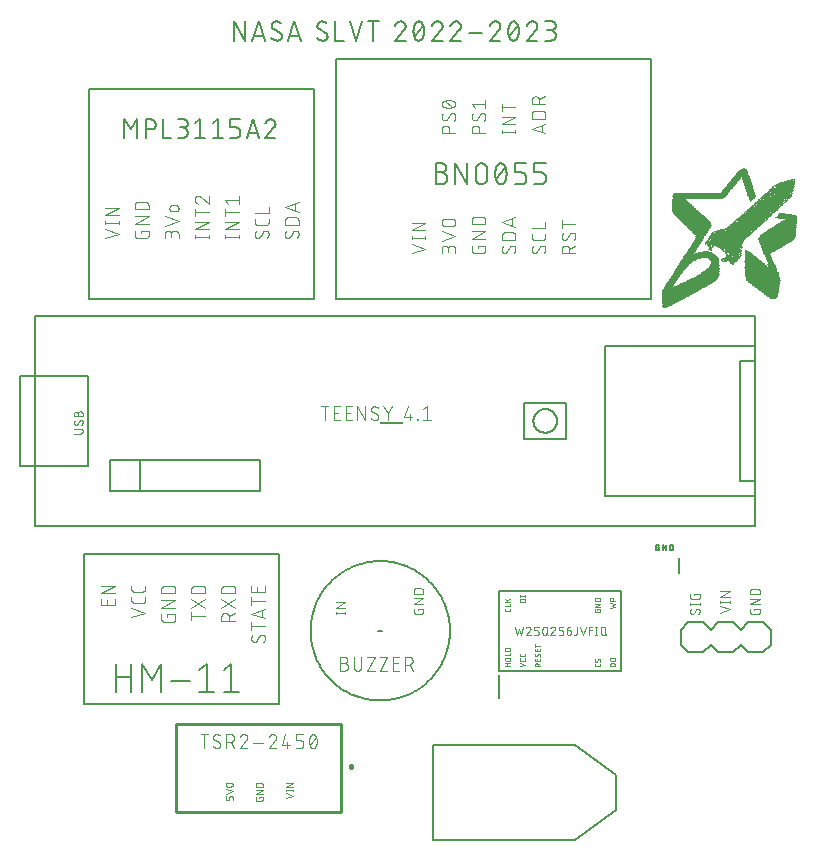
<source format=gbr>
G04 EAGLE Gerber RS-274X export*
G75*
%MOMM*%
%FSLAX34Y34*%
%LPD*%
%INSilkscreen Top*%
%IPPOS*%
%AMOC8*
5,1,8,0,0,1.08239X$1,22.5*%
G01*
%ADD10R,0.152400X0.038100*%
%ADD11R,0.381000X0.038100*%
%ADD12R,0.495300X0.038100*%
%ADD13R,0.571500X0.038100*%
%ADD14R,0.647700X0.038100*%
%ADD15R,0.723900X0.038100*%
%ADD16R,0.800100X0.038100*%
%ADD17R,0.838200X0.038100*%
%ADD18R,0.914400X0.038100*%
%ADD19R,0.990600X0.038100*%
%ADD20R,1.066800X0.038100*%
%ADD21R,1.143000X0.038100*%
%ADD22R,1.219200X0.038100*%
%ADD23R,1.295400X0.038100*%
%ADD24R,1.371600X0.038100*%
%ADD25R,1.409700X0.038100*%
%ADD26R,1.485900X0.038100*%
%ADD27R,1.562100X0.038100*%
%ADD28R,1.638300X0.038100*%
%ADD29R,1.714500X0.038100*%
%ADD30R,1.790700X0.038100*%
%ADD31R,0.342900X0.038100*%
%ADD32R,1.866900X0.038100*%
%ADD33R,0.457200X0.038100*%
%ADD34R,1.905000X0.038100*%
%ADD35R,1.981200X0.038100*%
%ADD36R,2.057400X0.038100*%
%ADD37R,2.133600X0.038100*%
%ADD38R,2.209800X0.038100*%
%ADD39R,2.247900X0.038100*%
%ADD40R,2.324100X0.038100*%
%ADD41R,2.400300X0.038100*%
%ADD42R,1.028700X0.038100*%
%ADD43R,2.476500X0.038100*%
%ADD44R,1.104900X0.038100*%
%ADD45R,2.552700X0.038100*%
%ADD46R,2.628900X0.038100*%
%ADD47R,2.667000X0.038100*%
%ADD48R,2.743200X0.038100*%
%ADD49R,1.333500X0.038100*%
%ADD50R,2.819400X0.038100*%
%ADD51R,2.895600X0.038100*%
%ADD52R,1.447800X0.038100*%
%ADD53R,2.971800X0.038100*%
%ADD54R,1.524000X0.038100*%
%ADD55R,3.009900X0.038100*%
%ADD56R,1.600200X0.038100*%
%ADD57R,3.086100X0.038100*%
%ADD58R,3.124200X0.038100*%
%ADD59R,1.676400X0.038100*%
%ADD60R,3.162300X0.038100*%
%ADD61R,1.752600X0.038100*%
%ADD62R,3.238500X0.038100*%
%ADD63R,1.828800X0.038100*%
%ADD64R,3.276600X0.038100*%
%ADD65R,1.943100X0.038100*%
%ADD66R,0.609600X0.038100*%
%ADD67R,2.171700X0.038100*%
%ADD68R,2.590800X0.038100*%
%ADD69R,2.286000X0.038100*%
%ADD70R,2.362200X0.038100*%
%ADD71R,2.514600X0.038100*%
%ADD72R,2.438400X0.038100*%
%ADD73R,0.685800X0.038100*%
%ADD74R,2.781300X0.038100*%
%ADD75R,2.857500X0.038100*%
%ADD76R,2.933700X0.038100*%
%ADD77R,2.019300X0.038100*%
%ADD78R,0.762000X0.038100*%
%ADD79R,1.257300X0.038100*%
%ADD80R,1.181100X0.038100*%
%ADD81R,2.705100X0.038100*%
%ADD82R,0.952500X0.038100*%
%ADD83R,0.876300X0.038100*%
%ADD84R,0.038100X0.038100*%
%ADD85R,0.114300X0.038100*%
%ADD86R,0.076200X0.038100*%
%ADD87R,0.190500X0.038100*%
%ADD88R,0.533400X0.038100*%
%ADD89R,0.266700X0.038100*%
%ADD90R,0.419100X0.038100*%
%ADD91R,0.304800X0.038100*%
%ADD92R,0.228600X0.038100*%
%ADD93R,3.048000X0.038100*%
%ADD94R,2.095500X0.038100*%
%ADD95R,4.191000X0.038100*%
%ADD96R,4.267200X0.038100*%
%ADD97R,4.343400X0.038100*%
%ADD98R,4.381500X0.038100*%
%ADD99R,4.419600X0.038100*%
%ADD100R,4.457700X0.038100*%
%ADD101R,4.495800X0.038100*%
%ADD102R,4.533900X0.038100*%
%ADD103C,0.000000*%
%ADD104C,0.152400*%
%ADD105C,0.203200*%
%ADD106C,0.127000*%
%ADD107C,0.200000*%
%ADD108C,0.050800*%
%ADD109C,0.101600*%
%ADD110C,0.076200*%
%ADD111C,0.254000*%


D10*
X240602Y95250D03*
D11*
X241364Y95631D03*
D12*
X241554Y96012D03*
D13*
X241935Y96393D03*
D14*
X242316Y96774D03*
D15*
X242697Y97155D03*
D16*
X243078Y97536D03*
D17*
X243269Y97917D03*
D18*
X243650Y98298D03*
D19*
X244031Y98679D03*
D20*
X244412Y99060D03*
D21*
X244793Y99441D03*
D22*
X245174Y99822D03*
D23*
X245555Y100203D03*
D24*
X245936Y100584D03*
D25*
X246126Y100965D03*
D26*
X246507Y101346D03*
D27*
X246888Y101727D03*
D28*
X247269Y102108D03*
D29*
X247650Y102489D03*
D30*
X248031Y102870D03*
D31*
X332994Y102870D03*
D32*
X248412Y103251D03*
D33*
X332804Y103251D03*
D34*
X248603Y103632D03*
D13*
X332613Y103632D03*
D35*
X248984Y104013D03*
D14*
X332613Y104013D03*
D36*
X249365Y104394D03*
D15*
X332232Y104394D03*
D37*
X249746Y104775D03*
D16*
X332232Y104775D03*
D38*
X250127Y105156D03*
D17*
X332042Y105156D03*
D39*
X250317Y105537D03*
D18*
X331661Y105537D03*
D40*
X250698Y105918D03*
D19*
X331661Y105918D03*
D41*
X251079Y106299D03*
D42*
X331470Y106299D03*
D43*
X251460Y106680D03*
D44*
X331089Y106680D03*
D45*
X251841Y107061D03*
D21*
X330899Y107061D03*
D46*
X252222Y107442D03*
D22*
X330899Y107442D03*
D47*
X252413Y107823D03*
D23*
X330518Y107823D03*
D48*
X252794Y108204D03*
D49*
X330327Y108204D03*
D50*
X253175Y108585D03*
D25*
X329946Y108585D03*
D51*
X253556Y108966D03*
D52*
X329756Y108966D03*
D53*
X253937Y109347D03*
D54*
X329756Y109347D03*
D55*
X254127Y109728D03*
D56*
X329375Y109728D03*
D57*
X254889Y110109D03*
D28*
X329184Y110109D03*
D58*
X255080Y110490D03*
D59*
X328994Y110490D03*
D60*
X255651Y110871D03*
D61*
X328613Y110871D03*
D62*
X256032Y111252D03*
D63*
X328613Y111252D03*
D64*
X256604Y111633D03*
D32*
X328422Y111633D03*
D64*
X256985Y112014D03*
D65*
X328041Y112014D03*
D14*
X243840Y112395D03*
D47*
X260795Y112395D03*
D35*
X327851Y112395D03*
D66*
X244031Y112776D03*
D47*
X261557Y112776D03*
D36*
X327470Y112776D03*
D14*
X244221Y113157D03*
D47*
X262319Y113157D03*
D37*
X327470Y113157D03*
D14*
X244602Y113538D03*
D47*
X263081Y113538D03*
D67*
X327279Y113538D03*
D66*
X244793Y113919D03*
D68*
X263843Y113919D03*
D39*
X326898Y113919D03*
D14*
X244983Y114300D03*
D68*
X264605Y114300D03*
D69*
X326708Y114300D03*
D14*
X245364Y114681D03*
D68*
X265367Y114681D03*
D40*
X326517Y114681D03*
D66*
X245555Y115062D03*
D45*
X266319Y115062D03*
D70*
X326327Y115062D03*
D14*
X245745Y115443D03*
D71*
X266891Y115443D03*
D43*
X326136Y115443D03*
D14*
X246126Y115824D03*
D71*
X267653Y115824D03*
X325946Y115824D03*
D14*
X246126Y116205D03*
D71*
X268415Y116205D03*
D68*
X325565Y116205D03*
D14*
X246507Y116586D03*
D71*
X269177Y116586D03*
D46*
X325374Y116586D03*
D14*
X246888Y116967D03*
D72*
X269939Y116967D03*
D47*
X325184Y116967D03*
D73*
X247079Y117348D03*
D72*
X270701Y117348D03*
D48*
X324803Y117348D03*
D14*
X247269Y117729D03*
D41*
X271272Y117729D03*
D74*
X324612Y117729D03*
D14*
X247650Y118110D03*
D70*
X271844Y118110D03*
D75*
X324612Y118110D03*
D73*
X247841Y118491D03*
D40*
X272796Y118491D03*
D51*
X324422Y118491D03*
D14*
X248031Y118872D03*
D40*
X273177Y118872D03*
D76*
X324231Y118872D03*
D14*
X248412Y119253D03*
D69*
X273749Y119253D03*
D76*
X324231Y119253D03*
D73*
X248603Y119634D03*
D38*
X274130Y119634D03*
D76*
X323850Y119634D03*
D73*
X248984Y120015D03*
D37*
X274892Y120015D03*
D76*
X323850Y120015D03*
D73*
X248984Y120396D03*
D37*
X275273Y120396D03*
D76*
X323850Y120396D03*
D73*
X249365Y120777D03*
D36*
X275654Y120777D03*
D76*
X323850Y120777D03*
D73*
X249746Y121158D03*
D77*
X276225Y121158D03*
D76*
X323850Y121158D03*
D73*
X249746Y121539D03*
D65*
X276606Y121539D03*
D76*
X323469Y121539D03*
D73*
X250127Y121920D03*
D34*
X277178Y121920D03*
D51*
X323660Y121920D03*
D73*
X250508Y122301D03*
D63*
X277559Y122301D03*
D76*
X323469Y122301D03*
D15*
X250698Y122682D03*
D30*
X277749Y122682D03*
D51*
X323279Y122682D03*
D73*
X250889Y123063D03*
D61*
X278321Y123063D03*
D51*
X323279Y123063D03*
D15*
X251079Y123444D03*
D29*
X278511Y123444D03*
D51*
X323279Y123444D03*
D15*
X251460Y123825D03*
D28*
X278892Y123825D03*
D75*
X323088Y123825D03*
D73*
X251651Y124206D03*
D27*
X279273Y124206D03*
D75*
X323088Y124206D03*
D15*
X251841Y124587D03*
D54*
X279464Y124587D03*
D50*
X322898Y124587D03*
D15*
X252222Y124968D03*
D26*
X279654Y124968D03*
D50*
X322898Y124968D03*
D15*
X252603Y125349D03*
D25*
X280035Y125349D03*
D50*
X322898Y125349D03*
D78*
X252794Y125730D03*
D49*
X280416Y125730D03*
D74*
X322707Y125730D03*
D15*
X252984Y126111D03*
D23*
X280607Y126111D03*
D74*
X322707Y126111D03*
D15*
X253365Y126492D03*
D79*
X280797Y126492D03*
D48*
X322517Y126492D03*
D78*
X253556Y126873D03*
D80*
X281178Y126873D03*
D48*
X322517Y126873D03*
D78*
X253937Y127254D03*
D21*
X281369Y127254D03*
D48*
X322517Y127254D03*
D78*
X253937Y127635D03*
D20*
X281750Y127635D03*
D81*
X322326Y127635D03*
D78*
X254318Y128016D03*
D42*
X281940Y128016D03*
D81*
X322326Y128016D03*
D78*
X254699Y128397D03*
D19*
X282131Y128397D03*
D47*
X322136Y128397D03*
D16*
X254889Y128778D03*
D82*
X282321Y128778D03*
D47*
X322136Y128778D03*
D16*
X255270Y129159D03*
D18*
X282512Y129159D03*
D46*
X321945Y129159D03*
D16*
X255651Y129540D03*
D83*
X282702Y129540D03*
D46*
X321945Y129540D03*
D17*
X255842Y129921D03*
X282893Y129921D03*
D65*
X318516Y129921D03*
D66*
X332042Y129921D03*
D16*
X256032Y130302D03*
D17*
X282893Y130302D03*
D34*
X318326Y130302D03*
D13*
X331851Y130302D03*
D17*
X256223Y130683D03*
D16*
X283083Y130683D03*
D32*
X318135Y130683D03*
D66*
X331661Y130683D03*
D17*
X256604Y131064D03*
D16*
X283083Y131064D03*
D63*
X317945Y131064D03*
D13*
X331470Y131064D03*
D17*
X256985Y131445D03*
D78*
X283274Y131445D03*
D61*
X317564Y131445D03*
D13*
X331470Y131445D03*
D83*
X257175Y131826D03*
D78*
X283274Y131826D03*
D84*
X298323Y131826D03*
D29*
X317373Y131826D03*
D66*
X331280Y131826D03*
D83*
X257556Y132207D03*
D15*
X283464Y132207D03*
D85*
X298323Y132207D03*
D59*
X317183Y132207D03*
D13*
X331089Y132207D03*
D18*
X258128Y132588D03*
D15*
X283464Y132588D03*
D86*
X297752Y132588D03*
X299276Y132588D03*
D28*
X316992Y132588D03*
D13*
X331089Y132588D03*
D82*
X258318Y132969D03*
D15*
X283464Y132969D03*
D86*
X297371Y132969D03*
D87*
X299085Y132969D03*
D27*
X316611Y132969D03*
D13*
X330708Y132969D03*
D82*
X258699Y133350D03*
D15*
X283464Y133350D03*
D10*
X298133Y133350D03*
D86*
X299657Y133350D03*
D54*
X316421Y133350D03*
D13*
X330708Y133350D03*
D82*
X259080Y133731D03*
D15*
X283464Y133731D03*
D84*
X296799Y133731D03*
D86*
X297752Y133731D03*
X299276Y133731D03*
X300419Y133731D03*
D26*
X316230Y133731D03*
D88*
X330518Y133731D03*
D19*
X259271Y134112D03*
D15*
X283464Y134112D03*
D89*
X291084Y134112D03*
D10*
X296609Y134112D03*
D86*
X298514Y134112D03*
D10*
X300419Y134112D03*
D52*
X316040Y134112D03*
D13*
X330327Y134112D03*
D42*
X259842Y134493D03*
D15*
X283464Y134493D03*
D87*
X290322Y134493D03*
D10*
X292799Y134493D03*
D66*
X298514Y134493D03*
D49*
X315849Y134493D03*
D88*
X330137Y134493D03*
D44*
X260223Y134874D03*
D15*
X283464Y134874D03*
D86*
X289370Y134874D03*
D90*
X292608Y134874D03*
D66*
X298133Y134874D03*
D23*
X315659Y134874D03*
D13*
X329946Y134874D03*
D44*
X260604Y135255D03*
D78*
X283274Y135255D03*
D10*
X289751Y135255D03*
X292037Y135255D03*
D91*
X294704Y135255D03*
D11*
X298895Y135255D03*
D85*
X301752Y135255D03*
D79*
X315468Y135255D03*
D13*
X329946Y135255D03*
D21*
X261176Y135636D03*
D78*
X283274Y135636D03*
D92*
X289751Y135636D03*
D89*
X292608Y135636D03*
D85*
X295275Y135636D03*
D11*
X298895Y135636D03*
D10*
X301943Y135636D03*
D22*
X315278Y135636D03*
D88*
X329756Y135636D03*
D22*
X261557Y136017D03*
D78*
X282893Y136017D03*
D85*
X289179Y136017D03*
D84*
X291465Y136017D03*
D89*
X293370Y136017D03*
D90*
X299085Y136017D03*
D86*
X302324Y136017D03*
D21*
X314897Y136017D03*
D13*
X329565Y136017D03*
D79*
X262128Y136398D03*
D16*
X282702Y136398D03*
D13*
X291846Y136398D03*
D87*
X296037Y136398D03*
D91*
X299276Y136398D03*
D10*
X302324Y136398D03*
D44*
X314706Y136398D03*
D88*
X329375Y136398D03*
D49*
X262890Y136779D03*
D16*
X282321Y136779D03*
D11*
X291275Y136779D03*
D92*
X295847Y136779D03*
D91*
X299276Y136779D03*
D86*
X301562Y136779D03*
X302705Y136779D03*
D84*
X303657Y136779D03*
D20*
X314516Y136779D03*
D88*
X329375Y136779D03*
D26*
X263652Y137160D03*
D83*
X281940Y137160D03*
D91*
X293561Y137160D03*
D33*
X298895Y137160D03*
D86*
X301943Y137160D03*
D85*
X303657Y137160D03*
D42*
X314325Y137160D03*
D88*
X328994Y137160D03*
D56*
X264605Y137541D03*
D19*
X280988Y137541D03*
D85*
X292989Y137541D03*
D84*
X294132Y137541D03*
D19*
X299657Y137541D03*
X314135Y137541D03*
D88*
X328994Y137541D03*
D51*
X271082Y137922D03*
D86*
X293180Y137922D03*
D84*
X294132Y137922D03*
D91*
X296228Y137922D03*
D13*
X301752Y137922D03*
D18*
X313754Y137922D03*
D13*
X328803Y137922D03*
D50*
X271082Y138303D03*
D10*
X293561Y138303D03*
D91*
X296228Y138303D03*
D14*
X302133Y138303D03*
D83*
X313563Y138303D03*
D88*
X328613Y138303D03*
D48*
X271082Y138684D03*
D86*
X293561Y138684D03*
D31*
X296037Y138684D03*
D88*
X301562Y138684D03*
D84*
X305181Y138684D03*
D17*
X313373Y138684D03*
D88*
X328613Y138684D03*
D81*
X270891Y139065D03*
D86*
X293561Y139065D03*
D11*
X296228Y139065D03*
D13*
X301371Y139065D03*
D86*
X305372Y139065D03*
D78*
X312992Y139065D03*
D88*
X328232Y139065D03*
D46*
X270891Y139446D03*
D86*
X293561Y139446D03*
D82*
X299085Y139446D03*
D85*
X305181Y139446D03*
D15*
X312801Y139446D03*
D88*
X328232Y139446D03*
D45*
X270891Y139827D03*
D85*
X293751Y139827D03*
D66*
X298133Y139827D03*
D85*
X303276Y139827D03*
X305181Y139827D03*
D73*
X312611Y139827D03*
D88*
X328232Y139827D03*
D43*
X270510Y140208D03*
D84*
X293370Y140208D03*
X294132Y140208D03*
D66*
X298514Y140208D03*
D10*
X303467Y140208D03*
D86*
X305372Y140208D03*
D14*
X312420Y140208D03*
D88*
X327851Y140208D03*
D41*
X270510Y140589D03*
D85*
X293370Y140589D03*
D84*
X294513Y140589D03*
D83*
X299847Y140589D03*
D84*
X304800Y140589D03*
X305562Y140589D03*
D13*
X312039Y140589D03*
D88*
X327851Y140589D03*
D15*
X262509Y140970D03*
D54*
X274511Y140970D03*
D84*
X292989Y140970D03*
D86*
X293942Y140970D03*
D83*
X299847Y140970D03*
D86*
X305372Y140970D03*
D88*
X311849Y140970D03*
D13*
X327660Y140970D03*
D15*
X262509Y141351D03*
D23*
X274511Y141351D03*
D86*
X292799Y141351D03*
X293942Y141351D03*
D83*
X299466Y141351D03*
D85*
X305181Y141351D03*
D12*
X311658Y141351D03*
D66*
X327851Y141351D03*
D15*
X262890Y141732D03*
D44*
X275082Y141732D03*
D10*
X292799Y141732D03*
D84*
X294132Y141732D03*
D18*
X299276Y141732D03*
D10*
X304991Y141732D03*
D33*
X311468Y141732D03*
D73*
X328232Y141732D03*
D15*
X262890Y142113D03*
D17*
X275273Y142113D03*
D10*
X292799Y142113D03*
D19*
X298895Y142113D03*
D10*
X304991Y142113D03*
D11*
X311087Y142113D03*
D78*
X328232Y142113D03*
D15*
X263271Y142494D03*
D13*
X275463Y142494D03*
D86*
X292037Y142494D03*
X293180Y142494D03*
D19*
X298895Y142494D03*
D84*
X304419Y142494D03*
X305181Y142494D03*
X305943Y142494D03*
D31*
X310896Y142494D03*
D17*
X328613Y142494D03*
D15*
X263652Y142875D03*
D86*
X291656Y142875D03*
X292799Y142875D03*
D42*
X298704Y142875D03*
D84*
X304419Y142875D03*
X305181Y142875D03*
X305943Y142875D03*
D91*
X310706Y142875D03*
D18*
X328994Y142875D03*
D15*
X263652Y143256D03*
D85*
X291465Y143256D03*
D86*
X292799Y143256D03*
X293942Y143256D03*
D89*
X296037Y143256D03*
D66*
X300800Y143256D03*
D84*
X304419Y143256D03*
D85*
X305562Y143256D03*
D92*
X310325Y143256D03*
D42*
X329184Y143256D03*
D15*
X264033Y143637D03*
D86*
X290894Y143637D03*
D88*
X294323Y143637D03*
D73*
X300800Y143637D03*
D85*
X305181Y143637D03*
X310134Y143637D03*
D20*
X329375Y143637D03*
D15*
X264414Y144018D03*
D10*
X279845Y144018D03*
D86*
X290513Y144018D03*
D13*
X294132Y144018D03*
D14*
X300990Y144018D03*
D85*
X305181Y144018D03*
D80*
X329565Y144018D03*
D15*
X264414Y144399D03*
D85*
X278892Y144399D03*
X280416Y144399D03*
X290322Y144399D03*
D13*
X294132Y144399D03*
D66*
X300800Y144399D03*
D86*
X304610Y144399D03*
X305753Y144399D03*
D79*
X329946Y144399D03*
D15*
X264795Y144780D03*
D84*
X278511Y144780D03*
X280035Y144780D03*
X280797Y144780D03*
D86*
X289751Y144780D03*
X290894Y144780D03*
D22*
X297752Y144780D03*
D86*
X304610Y144780D03*
X305753Y144780D03*
D23*
X330137Y144780D03*
D73*
X264986Y145161D03*
D85*
X278892Y145161D03*
D84*
X280035Y145161D03*
X280797Y145161D03*
D52*
X296609Y145161D03*
D86*
X304610Y145161D03*
X306134Y145161D03*
D25*
X330327Y145161D03*
D15*
X265176Y145542D03*
D10*
X279464Y145542D03*
D84*
X281178Y145542D03*
D85*
X288798Y145542D03*
D86*
X290132Y145542D03*
D24*
X298133Y145542D03*
D86*
X306134Y145542D03*
D26*
X330708Y145542D03*
D15*
X265557Y145923D03*
D84*
X278892Y145923D03*
X279654Y145923D03*
X280416Y145923D03*
X281178Y145923D03*
D86*
X288227Y145923D03*
X289370Y145923D03*
D25*
X297942Y145923D03*
D85*
X305943Y145923D03*
D27*
X331089Y145923D03*
D15*
X265557Y146304D03*
D84*
X278892Y146304D03*
X279654Y146304D03*
X280416Y146304D03*
X281178Y146304D03*
D92*
X288227Y146304D03*
D25*
X297180Y146304D03*
D85*
X305181Y146304D03*
D84*
X306324Y146304D03*
D28*
X331089Y146304D03*
D15*
X265938Y146685D03*
D89*
X280035Y146685D03*
D87*
X287274Y146685D03*
D56*
X296609Y146685D03*
D85*
X305562Y146685D03*
D29*
X331470Y146685D03*
D73*
X266129Y147066D03*
D84*
X278892Y147066D03*
D86*
X279845Y147066D03*
X281369Y147066D03*
D85*
X286512Y147066D03*
D29*
X296037Y147066D03*
D85*
X305562Y147066D03*
D63*
X331661Y147066D03*
D15*
X266319Y147447D03*
D86*
X278702Y147447D03*
X280226Y147447D03*
D10*
X281750Y147447D03*
D92*
X285560Y147447D03*
D86*
X287846Y147447D03*
D56*
X296609Y147447D03*
D10*
X305753Y147447D03*
D32*
X331851Y147447D03*
D15*
X266700Y147828D03*
D85*
X278511Y147828D03*
D86*
X280226Y147828D03*
D11*
X283274Y147828D03*
D85*
X286131Y147828D03*
X287655Y147828D03*
D56*
X296609Y147828D03*
D84*
X305181Y147828D03*
D86*
X306134Y147828D03*
D65*
X332232Y147828D03*
D73*
X266891Y148209D03*
D85*
X277749Y148209D03*
D84*
X279273Y148209D03*
D92*
X281369Y148209D03*
D86*
X285179Y148209D03*
D32*
X295275Y148209D03*
D84*
X305181Y148209D03*
D86*
X306134Y148209D03*
D36*
X332423Y148209D03*
D15*
X267081Y148590D03*
D87*
X277368Y148590D03*
D10*
X279464Y148590D03*
D31*
X282702Y148590D03*
D84*
X285369Y148590D03*
D85*
X286512Y148590D03*
D59*
X296228Y148590D03*
D84*
X305181Y148590D03*
D86*
X306134Y148590D03*
D37*
X332804Y148590D03*
D73*
X267272Y148971D03*
D86*
X276035Y148971D03*
D91*
X279083Y148971D03*
D84*
X282321Y148971D03*
D85*
X284226Y148971D03*
X286131Y148971D03*
D28*
X296418Y148971D03*
D84*
X305181Y148971D03*
D86*
X306134Y148971D03*
D67*
X332994Y148971D03*
D15*
X267462Y149352D03*
D86*
X276035Y149352D03*
X277178Y149352D03*
D12*
X280797Y149352D03*
D11*
X286322Y149352D03*
D56*
X296609Y149352D03*
D84*
X305181Y149352D03*
D86*
X306134Y149352D03*
D69*
X333185Y149352D03*
D15*
X267843Y149733D03*
D84*
X275844Y149733D03*
X276987Y149733D03*
D81*
X291465Y149733D03*
D85*
X305943Y149733D03*
D70*
X333566Y149733D03*
D73*
X268034Y150114D03*
D86*
X276035Y150114D03*
X277178Y150114D03*
X278321Y150114D03*
D48*
X292799Y150114D03*
D43*
X333756Y150114D03*
D15*
X268224Y150495D03*
D89*
X277368Y150495D03*
X280416Y150495D03*
D84*
X282702Y150495D03*
D70*
X295085Y150495D03*
D71*
X333947Y150495D03*
D73*
X268415Y150876D03*
D85*
X276606Y150876D03*
D86*
X278321Y150876D03*
X279464Y150876D03*
D70*
X295085Y150876D03*
D68*
X334328Y150876D03*
D73*
X268796Y151257D03*
D85*
X276987Y151257D03*
D87*
X278892Y151257D03*
D45*
X294513Y151257D03*
D81*
X334518Y151257D03*
D15*
X268986Y151638D03*
D86*
X277178Y151638D03*
D85*
X278511Y151638D03*
D88*
X282131Y151638D03*
D36*
X295466Y151638D03*
D10*
X306896Y151638D03*
D48*
X334709Y151638D03*
D73*
X269177Y152019D03*
D86*
X277559Y152019D03*
X278702Y152019D03*
D46*
X292608Y152019D03*
D10*
X307277Y152019D03*
D50*
X335090Y152019D03*
D73*
X269558Y152400D03*
D86*
X277559Y152400D03*
X278702Y152400D03*
D46*
X292608Y152400D03*
D86*
X306896Y152400D03*
X308039Y152400D03*
D51*
X335090Y152400D03*
D15*
X269748Y152781D03*
D87*
X278130Y152781D03*
D76*
X294132Y152781D03*
X335280Y152781D03*
D73*
X269939Y153162D03*
D85*
X278130Y153162D03*
D76*
X294132Y153162D03*
D53*
X335471Y153162D03*
D15*
X270129Y153543D03*
D53*
X292799Y153543D03*
D85*
X308610Y153543D03*
D53*
X335471Y153543D03*
D73*
X270320Y153924D03*
D84*
X278130Y153924D03*
X278892Y153924D03*
D50*
X293561Y153924D03*
D87*
X308991Y153924D03*
D55*
X335661Y153924D03*
D73*
X270701Y154305D03*
D86*
X278702Y154305D03*
D57*
X294894Y154305D03*
D55*
X335661Y154305D03*
D15*
X270891Y154686D03*
D85*
X279273Y154686D03*
D47*
X293561Y154686D03*
D31*
X308991Y154686D03*
D93*
X335852Y154686D03*
D15*
X270891Y155067D03*
D74*
X292989Y155067D03*
D89*
X308610Y155067D03*
D86*
X310706Y155067D03*
D55*
X336042Y155067D03*
D78*
X271082Y155448D03*
D75*
X293370Y155448D03*
D84*
X308229Y155448D03*
D10*
X309563Y155448D03*
D84*
X311277Y155448D03*
D55*
X336423Y155448D03*
D78*
X271082Y155829D03*
D86*
X279464Y155829D03*
D84*
X280416Y155829D03*
D86*
X281369Y155829D03*
D74*
X296037Y155829D03*
D86*
X310706Y155829D03*
X311849Y155829D03*
D55*
X336423Y155829D03*
D16*
X271272Y156210D03*
D93*
X294704Y156210D03*
D84*
X310515Y156210D03*
D86*
X311849Y156210D03*
D53*
X336614Y156210D03*
D83*
X271272Y156591D03*
D10*
X280607Y156591D03*
D84*
X281940Y156591D03*
D75*
X296799Y156591D03*
D10*
X312230Y156591D03*
D76*
X336804Y156591D03*
D18*
X271082Y156972D03*
D86*
X280607Y156972D03*
D84*
X281940Y156972D03*
D45*
X295275Y156972D03*
D84*
X308610Y156972D03*
D92*
X310325Y156972D03*
D86*
X312992Y156972D03*
D51*
X336995Y156972D03*
D19*
X271082Y157353D03*
D86*
X280607Y157353D03*
D84*
X281559Y157353D03*
D81*
X295656Y157353D03*
D84*
X309753Y157353D03*
D85*
X311277Y157353D03*
D84*
X312801Y157353D03*
X313563Y157353D03*
D50*
X337376Y157353D03*
D42*
X270891Y157734D03*
D85*
X281178Y157734D03*
D75*
X296418Y157734D03*
D87*
X312039Y157734D03*
D86*
X313754Y157734D03*
D74*
X337566Y157734D03*
D44*
X270891Y158115D03*
D86*
X281369Y158115D03*
D51*
X296609Y158115D03*
D84*
X313182Y158115D03*
X314325Y158115D03*
D48*
X337757Y158115D03*
D80*
X270891Y158496D03*
D84*
X281178Y158496D03*
X281940Y158496D03*
D48*
X296228Y158496D03*
D92*
X311468Y158496D03*
D86*
X313754Y158496D03*
X314897Y158496D03*
D47*
X338138Y158496D03*
D22*
X270701Y158877D03*
D86*
X281750Y158877D03*
X282893Y158877D03*
D85*
X284607Y158877D03*
D89*
X286893Y158877D03*
D72*
X300800Y158877D03*
D87*
X314325Y158877D03*
D46*
X338328Y158877D03*
D23*
X270701Y159258D03*
D86*
X282131Y159258D03*
D92*
X285179Y159258D03*
D50*
X301181Y159258D03*
D68*
X338900Y159258D03*
D49*
X270510Y159639D03*
D10*
X283274Y159639D03*
D89*
X286131Y159639D03*
D45*
X301371Y159639D03*
D10*
X315278Y159639D03*
D45*
X339090Y159639D03*
D25*
X270510Y160020D03*
D87*
X284607Y160020D03*
D33*
X289751Y160020D03*
D67*
X303276Y160020D03*
D86*
X315659Y160020D03*
D84*
X316611Y160020D03*
D43*
X339471Y160020D03*
D26*
X270510Y160401D03*
D87*
X286131Y160401D03*
D31*
X289560Y160401D03*
D67*
X303657Y160401D03*
D10*
X316421Y160401D03*
D72*
X339662Y160401D03*
D54*
X270320Y160782D03*
D33*
X288989Y160782D03*
D36*
X303086Y160782D03*
D85*
X314325Y160782D03*
X315849Y160782D03*
D86*
X317183Y160782D03*
D70*
X340043Y160782D03*
D56*
X270320Y161163D03*
D31*
X289560Y161163D03*
D84*
X291846Y161163D03*
D94*
X302895Y161163D03*
D87*
X315087Y161163D03*
D10*
X317183Y161163D03*
D40*
X340233Y161163D03*
D59*
X270320Y161544D03*
D43*
X300990Y161544D03*
D86*
X314516Y161544D03*
X316421Y161544D03*
X317945Y161544D03*
D39*
X340614Y161544D03*
D29*
X270129Y161925D03*
D85*
X291084Y161925D03*
D92*
X293180Y161925D03*
D39*
X307848Y161925D03*
D67*
X340995Y161925D03*
D30*
X270129Y162306D03*
D10*
X292418Y162306D03*
D84*
X294132Y162306D03*
X295275Y162306D03*
D85*
X296799Y162306D03*
D37*
X308420Y162306D03*
X341186Y162306D03*
D63*
X269939Y162687D03*
D85*
X293751Y162687D03*
D86*
X295847Y162687D03*
D39*
X308229Y162687D03*
D36*
X341567Y162687D03*
D34*
X269939Y163068D03*
D85*
X294513Y163068D03*
D86*
X296228Y163068D03*
D67*
X308229Y163068D03*
D84*
X319659Y163068D03*
D77*
X341757Y163068D03*
D35*
X269939Y163449D03*
D85*
X294894Y163449D03*
X296418Y163449D03*
D37*
X308420Y163449D03*
D86*
X320231Y163449D03*
D35*
X342329Y163449D03*
D77*
X269748Y163830D03*
D85*
X295656Y163830D03*
D86*
X296990Y163830D03*
D67*
X308610Y163830D03*
D85*
X320421Y163830D03*
D34*
X342710Y163830D03*
D36*
X269558Y164211D03*
D86*
X295847Y164211D03*
D38*
X308039Y164211D03*
D86*
X319850Y164211D03*
X320993Y164211D03*
D32*
X342900Y164211D03*
D37*
X269558Y164592D03*
D86*
X296609Y164592D03*
D67*
X308610Y164592D03*
D10*
X320612Y164592D03*
D30*
X343281Y164592D03*
D67*
X269367Y164973D03*
D85*
X297180Y164973D03*
D86*
X298514Y164973D03*
D85*
X299847Y164973D03*
D86*
X301181Y164973D03*
D35*
X312230Y164973D03*
D61*
X343472Y164973D03*
D38*
X269177Y165354D03*
D86*
X297371Y165354D03*
D91*
X300038Y165354D03*
D77*
X312420Y165354D03*
D59*
X343853Y165354D03*
D39*
X268986Y165735D03*
D85*
X297942Y165735D03*
D86*
X299276Y165735D03*
D39*
X311658Y165735D03*
D56*
X344234Y165735D03*
D69*
X268796Y166116D03*
D85*
X298323Y166116D03*
D86*
X300038Y166116D03*
D39*
X312039Y166116D03*
D27*
X344424Y166116D03*
D69*
X268415Y166497D03*
D86*
X298895Y166497D03*
X300038Y166497D03*
D69*
X312230Y166497D03*
D26*
X344805Y166497D03*
D40*
X268224Y166878D03*
D85*
X299085Y166878D03*
D41*
X312039Y166878D03*
D52*
X344996Y166878D03*
D70*
X268034Y167259D03*
D69*
X310706Y167259D03*
D86*
X322898Y167259D03*
X324041Y167259D03*
D24*
X345377Y167259D03*
D70*
X267653Y167640D03*
D86*
X299657Y167640D03*
D38*
X311849Y167640D03*
D87*
X324231Y167640D03*
D49*
X345948Y167640D03*
D70*
X267272Y168021D03*
D85*
X300609Y168021D03*
D94*
X312801Y168021D03*
D10*
X324803Y168021D03*
D23*
X346139Y168021D03*
D70*
X266891Y168402D03*
D84*
X300609Y168402D03*
D86*
X301562Y168402D03*
D35*
X313373Y168402D03*
D10*
X324422Y168402D03*
D84*
X325755Y168402D03*
D22*
X346520Y168402D03*
D70*
X266510Y168783D03*
D86*
X301181Y168783D03*
X302324Y168783D03*
D37*
X314135Y168783D03*
D85*
X325755Y168783D03*
D80*
X346710Y168783D03*
D70*
X266129Y169164D03*
D87*
X302514Y169164D03*
D94*
X314325Y169164D03*
D84*
X325374Y169164D03*
X326517Y169164D03*
D44*
X347091Y169164D03*
D70*
X265748Y169545D03*
D84*
X301752Y169545D03*
D86*
X303086Y169545D03*
D40*
X315468Y169545D03*
D42*
X347472Y169545D03*
D70*
X265367Y169926D03*
D85*
X302514Y169926D03*
D67*
X314325Y169926D03*
D86*
X325946Y169926D03*
X327089Y169926D03*
D19*
X347663Y169926D03*
D70*
X264986Y170307D03*
D86*
X302705Y170307D03*
D38*
X314516Y170307D03*
D10*
X327470Y170307D03*
D82*
X347853Y170307D03*
D70*
X264605Y170688D03*
D86*
X303086Y170688D03*
D37*
X314516Y170688D03*
D86*
X325946Y170688D03*
D10*
X327851Y170688D03*
D80*
X346710Y170688D03*
D70*
X264224Y171069D03*
D86*
X303848Y171069D03*
D70*
X316802Y171069D03*
D27*
X344805Y171069D03*
D70*
X263843Y171450D03*
D85*
X304419Y171450D03*
X305943Y171450D03*
D38*
X317945Y171450D03*
D30*
X343662Y171450D03*
D40*
X263271Y171831D03*
D85*
X304800Y171831D03*
D86*
X306134Y171831D03*
D37*
X317564Y171831D03*
D86*
X328994Y171831D03*
D61*
X343853Y171831D03*
D40*
X262890Y172212D03*
D12*
X307086Y172212D03*
D77*
X320040Y172212D03*
D29*
X344043Y172212D03*
D40*
X262509Y172593D03*
D86*
X305753Y172593D03*
D87*
X308229Y172593D03*
D65*
X319278Y172593D03*
D85*
X329946Y172593D03*
D28*
X344043Y172593D03*
D40*
X262128Y172974D03*
D86*
X306134Y172974D03*
D94*
X317754Y172974D03*
D86*
X328994Y172974D03*
D84*
X330327Y172974D03*
D56*
X344234Y172974D03*
D40*
X261747Y173355D03*
D38*
X317183Y173355D03*
D85*
X329184Y173355D03*
D86*
X330899Y173355D03*
D26*
X344043Y173355D03*
D40*
X261366Y173736D03*
D38*
X317564Y173736D03*
D85*
X329946Y173736D03*
D84*
X331470Y173736D03*
D49*
X343662Y173736D03*
D40*
X260985Y174117D03*
D10*
X307277Y174117D03*
D38*
X320231Y174117D03*
D84*
X331851Y174117D03*
D44*
X342900Y174117D03*
D69*
X260795Y174498D03*
D87*
X307848Y174498D03*
D32*
X319278Y174498D03*
D92*
X330137Y174498D03*
D86*
X332042Y174498D03*
D78*
X341567Y174498D03*
D69*
X260414Y174879D03*
D87*
X308610Y174879D03*
D63*
X319088Y174879D03*
D89*
X330327Y174879D03*
D86*
X332423Y174879D03*
D12*
X340614Y174879D03*
D69*
X260033Y175260D03*
D70*
X319850Y175260D03*
D86*
X332804Y175260D03*
D87*
X339471Y175260D03*
D39*
X259461Y175641D03*
D86*
X308801Y175641D03*
D94*
X320040Y175641D03*
D86*
X332042Y175641D03*
X333185Y175641D03*
D38*
X259271Y176022D03*
D86*
X309182Y176022D03*
D36*
X320231Y176022D03*
D85*
X332232Y176022D03*
X333756Y176022D03*
D38*
X258890Y176403D03*
D84*
X309372Y176403D03*
D35*
X319850Y176403D03*
D84*
X331470Y176403D03*
D87*
X333756Y176403D03*
D38*
X258509Y176784D03*
D77*
X319659Y176784D03*
D84*
X331089Y176784D03*
D85*
X332232Y176784D03*
D86*
X333566Y176784D03*
D84*
X334518Y176784D03*
D67*
X258318Y177165D03*
D72*
X322136Y177165D03*
D86*
X335090Y177165D03*
D67*
X257937Y177546D03*
D87*
X311658Y177546D03*
D92*
X314135Y177546D03*
D77*
X325755Y177546D03*
D37*
X257747Y177927D03*
D86*
X311468Y177927D03*
D91*
X314135Y177927D03*
D32*
X325374Y177927D03*
D85*
X335661Y177927D03*
D94*
X257556Y178308D03*
D84*
X311658Y178308D03*
D67*
X323469Y178308D03*
D86*
X335090Y178308D03*
X336233Y178308D03*
D36*
X257366Y178689D03*
D86*
X312230Y178689D03*
D37*
X323660Y178689D03*
D86*
X335090Y178689D03*
X336614Y178689D03*
D35*
X256985Y179070D03*
D70*
X324041Y179070D03*
D86*
X336995Y179070D03*
D35*
X256985Y179451D03*
D10*
X313373Y179451D03*
D77*
X324612Y179451D03*
D86*
X335852Y179451D03*
X337376Y179451D03*
D34*
X256604Y179832D03*
D39*
X324231Y179832D03*
D85*
X336423Y179832D03*
D86*
X337757Y179832D03*
D32*
X256413Y180213D03*
D86*
X314135Y180213D03*
X315278Y180213D03*
D10*
X316802Y180213D03*
D77*
X328422Y180213D03*
D63*
X256223Y180594D03*
D86*
X314516Y180594D03*
X315659Y180594D03*
D94*
X327279Y180594D03*
D86*
X338519Y180594D03*
D30*
X256032Y180975D03*
D84*
X314706Y180975D03*
X315849Y180975D03*
D10*
X317945Y180975D03*
D63*
X328232Y180975D03*
D10*
X338900Y180975D03*
D61*
X255842Y181356D03*
D86*
X315278Y181356D03*
X316421Y181356D03*
D10*
X317945Y181356D03*
D63*
X328232Y181356D03*
D86*
X338138Y181356D03*
X339281Y181356D03*
D29*
X255651Y181737D03*
D84*
X315468Y181737D03*
D85*
X316611Y181737D03*
D36*
X327851Y181737D03*
D85*
X339852Y181737D03*
D59*
X255461Y182118D03*
D87*
X316611Y182118D03*
D65*
X328041Y182118D03*
D92*
X339662Y182118D03*
D28*
X255270Y182499D03*
D86*
X317183Y182499D03*
D59*
X327089Y182499D03*
D31*
X337947Y182499D03*
D86*
X340805Y182499D03*
D56*
X255080Y182880D03*
D85*
X317373Y182880D03*
D59*
X327089Y182880D03*
D87*
X337566Y182880D03*
D92*
X340424Y182880D03*
D54*
X255080Y183261D03*
D87*
X317754Y183261D03*
D92*
X320612Y183261D03*
D35*
X332042Y183261D03*
D26*
X254889Y183642D03*
D86*
X317564Y183642D03*
D84*
X318897Y183642D03*
D86*
X319850Y183642D03*
D35*
X330899Y183642D03*
D86*
X341948Y183642D03*
D25*
X254508Y184023D03*
D86*
X318326Y184023D03*
D37*
X329756Y184023D03*
D84*
X340995Y184023D03*
D86*
X342329Y184023D03*
D24*
X254318Y184404D03*
D86*
X318326Y184404D03*
D84*
X319278Y184404D03*
D77*
X330327Y184404D03*
D86*
X341186Y184404D03*
X342710Y184404D03*
D49*
X254127Y184785D03*
D86*
X319088Y184785D03*
D35*
X330518Y184785D03*
D87*
X342519Y184785D03*
D23*
X253937Y185166D03*
D85*
X319659Y185166D03*
D65*
X331089Y185166D03*
D86*
X341948Y185166D03*
X343472Y185166D03*
D79*
X253746Y185547D03*
D86*
X313754Y185547D03*
X320231Y185547D03*
D84*
X321564Y185547D03*
D34*
X331661Y185547D03*
D85*
X343662Y185547D03*
D22*
X253556Y185928D03*
D10*
X313754Y185928D03*
D37*
X330518Y185928D03*
D85*
X342138Y185928D03*
D86*
X344234Y185928D03*
D80*
X253365Y186309D03*
D92*
X313754Y186309D03*
D85*
X320802Y186309D03*
X322326Y186309D03*
D86*
X323660Y186309D03*
D28*
X333375Y186309D03*
D84*
X343662Y186309D03*
D85*
X344805Y186309D03*
D21*
X253175Y186690D03*
D91*
X314135Y186690D03*
D86*
X320993Y186690D03*
D10*
X323279Y186690D03*
D59*
X333566Y186690D03*
D84*
X343662Y186690D03*
D86*
X344996Y186690D03*
D44*
X252984Y187071D03*
D11*
X314135Y187071D03*
D86*
X321374Y187071D03*
D85*
X323469Y187071D03*
D61*
X333566Y187071D03*
D86*
X343853Y187071D03*
X345377Y187071D03*
D95*
X268796Y187452D03*
D90*
X314325Y187452D03*
D10*
X322517Y187452D03*
D34*
X333566Y187452D03*
D85*
X344424Y187452D03*
X345948Y187452D03*
D96*
X269177Y187833D03*
D33*
X314516Y187833D03*
D10*
X322517Y187833D03*
D85*
X324231Y187833D03*
D35*
X335090Y187833D03*
D86*
X346520Y187833D03*
D97*
X269558Y188214D03*
D88*
X314516Y188214D03*
D92*
X323660Y188214D03*
D32*
X334518Y188214D03*
D85*
X345186Y188214D03*
X346710Y188214D03*
D98*
X269748Y188595D03*
D88*
X314516Y188595D03*
D87*
X323850Y188595D03*
D34*
X334709Y188595D03*
D10*
X345377Y188595D03*
D86*
X347282Y188595D03*
D99*
X269939Y188976D03*
D13*
X314706Y188976D03*
D86*
X323660Y188976D03*
D34*
X333947Y188976D03*
D85*
X344424Y188976D03*
D84*
X345948Y188976D03*
X347472Y188976D03*
D100*
X270129Y189357D03*
D66*
X314516Y189357D03*
D84*
X323850Y189357D03*
D86*
X325184Y189357D03*
D85*
X326517Y189357D03*
D92*
X328994Y189357D03*
D27*
X338709Y189357D03*
D86*
X347282Y189357D03*
D84*
X348234Y189357D03*
D101*
X270320Y189738D03*
D66*
X314516Y189738D03*
D86*
X324422Y189738D03*
X325565Y189738D03*
D85*
X327279Y189738D03*
D10*
X328994Y189738D03*
D29*
X339852Y189738D03*
D101*
X270701Y190119D03*
D66*
X314516Y190119D03*
D86*
X324803Y190119D03*
D37*
X336233Y190119D03*
D85*
X347853Y190119D03*
D101*
X270701Y190500D03*
D14*
X314325Y190500D03*
D92*
X325946Y190500D03*
D34*
X337376Y190500D03*
D85*
X347853Y190500D03*
D102*
X270891Y190881D03*
D14*
X314325Y190881D03*
D86*
X325565Y190881D03*
D14*
X330327Y190881D03*
D79*
X340614Y190881D03*
D10*
X348044Y190881D03*
D102*
X271272Y191262D03*
D66*
X314135Y191262D03*
D86*
X326327Y191262D03*
X327470Y191262D03*
D88*
X330899Y191262D03*
D23*
X340805Y191262D03*
D84*
X347853Y191262D03*
X348615Y191262D03*
D102*
X271653Y191643D03*
D14*
X313944Y191643D03*
D86*
X326708Y191643D03*
D88*
X330899Y191643D03*
D79*
X340233Y191643D03*
D84*
X347091Y191643D03*
X348615Y191643D03*
D93*
X264605Y192024D03*
D78*
X290894Y192024D03*
D14*
X313944Y192024D03*
D84*
X326898Y192024D03*
D32*
X337185Y192024D03*
D84*
X347091Y192024D03*
D85*
X348615Y192024D03*
D27*
X257937Y192405D03*
D73*
X291275Y192405D03*
D66*
X313754Y192405D03*
D10*
X327851Y192405D03*
D85*
X330327Y192405D03*
D54*
X338900Y192405D03*
D84*
X347091Y192405D03*
D86*
X348425Y192405D03*
D73*
X291656Y192786D03*
D66*
X313754Y192786D03*
D85*
X328041Y192786D03*
D86*
X329756Y192786D03*
D28*
X339090Y192786D03*
D86*
X348425Y192786D03*
D73*
X292037Y193167D03*
D14*
X313563Y193167D03*
D85*
X328422Y193167D03*
D86*
X329756Y193167D03*
D28*
X339090Y193167D03*
D86*
X348806Y193167D03*
D73*
X292418Y193548D03*
D66*
X313373Y193548D03*
D10*
X328994Y193548D03*
D84*
X330327Y193548D03*
D28*
X339471Y193548D03*
D85*
X348996Y193548D03*
D73*
X292799Y193929D03*
D66*
X313373Y193929D03*
D87*
X329946Y193929D03*
D54*
X338900Y193929D03*
D86*
X347282Y193929D03*
D85*
X348996Y193929D03*
D15*
X292989Y194310D03*
D14*
X313182Y194310D03*
D61*
X337757Y194310D03*
D10*
X347663Y194310D03*
D84*
X349377Y194310D03*
D73*
X293180Y194691D03*
D66*
X312992Y194691D03*
D77*
X339852Y194691D03*
D73*
X293561Y195072D03*
D66*
X312992Y195072D03*
D85*
X330327Y195072D03*
D32*
X340614Y195072D03*
D73*
X293942Y195453D03*
D14*
X312801Y195453D03*
D85*
X331089Y195453D03*
D86*
X332804Y195453D03*
D56*
X341948Y195453D03*
D73*
X294323Y195834D03*
D66*
X312611Y195834D03*
D85*
X331470Y195834D03*
D86*
X333566Y195834D03*
D27*
X342138Y195834D03*
D73*
X294704Y196215D03*
D66*
X312611Y196215D03*
D84*
X331470Y196215D03*
D86*
X332804Y196215D03*
D28*
X342138Y196215D03*
D73*
X295085Y196596D03*
D14*
X312420Y196596D03*
D86*
X332423Y196596D03*
D59*
X341948Y196596D03*
D73*
X295085Y196977D03*
D66*
X312230Y196977D03*
D84*
X332232Y196977D03*
D86*
X333566Y196977D03*
D27*
X342519Y196977D03*
D73*
X295466Y197358D03*
D66*
X312230Y197358D03*
D85*
X332994Y197358D03*
D54*
X342710Y197358D03*
D73*
X295847Y197739D03*
D14*
X312039Y197739D03*
D84*
X332994Y197739D03*
D59*
X342329Y197739D03*
D73*
X296228Y198120D03*
D66*
X311849Y198120D03*
D86*
X333566Y198120D03*
D28*
X342519Y198120D03*
D73*
X296609Y198501D03*
D66*
X311849Y198501D03*
D85*
X334518Y198501D03*
X336423Y198501D03*
D87*
X338328Y198501D03*
D82*
X345186Y198501D03*
D84*
X350520Y198501D03*
D73*
X296990Y198882D03*
D14*
X311658Y198882D03*
D10*
X335090Y198882D03*
D85*
X336804Y198882D03*
D42*
X344805Y198882D03*
D84*
X350520Y198882D03*
D73*
X296990Y199263D03*
D66*
X311468Y199263D03*
D85*
X335661Y199263D03*
X337566Y199263D03*
D22*
X344996Y199263D03*
D73*
X297371Y199644D03*
D66*
X311468Y199644D03*
D90*
X337566Y199644D03*
D20*
X345758Y199644D03*
D73*
X297752Y200025D03*
D14*
X311277Y200025D03*
D87*
X337185Y200025D03*
D22*
X344996Y200025D03*
D73*
X298133Y200406D03*
D66*
X311087Y200406D03*
D87*
X337947Y200406D03*
D44*
X345186Y200406D03*
D73*
X298514Y200787D03*
D66*
X311087Y200787D03*
D85*
X338709Y200787D03*
D20*
X345377Y200787D03*
D84*
X351282Y200787D03*
D14*
X298704Y201168D03*
D66*
X311087Y201168D03*
D44*
X344043Y201168D03*
D10*
X350711Y201168D03*
D73*
X298895Y201549D03*
D66*
X310706Y201549D03*
D10*
X340805Y201549D03*
D85*
X344043Y201549D03*
D89*
X348234Y201549D03*
D10*
X350711Y201549D03*
D73*
X299276Y201930D03*
D66*
X310706Y201930D03*
D87*
X342519Y201930D03*
D91*
X345758Y201930D03*
D86*
X349187Y201930D03*
D10*
X350711Y201930D03*
D73*
X299657Y202311D03*
D66*
X310706Y202311D03*
D89*
X344043Y202311D03*
D87*
X347472Y202311D03*
D86*
X351092Y202311D03*
D73*
X300038Y202692D03*
D14*
X310515Y202692D03*
D87*
X345567Y202692D03*
X348234Y202692D03*
D84*
X349758Y202692D03*
D86*
X351092Y202692D03*
D73*
X300419Y203073D03*
D66*
X310325Y203073D03*
D92*
X346901Y203073D03*
D84*
X350901Y203073D03*
D73*
X300800Y203454D03*
D66*
X310325Y203454D03*
D92*
X348425Y203454D03*
D85*
X350520Y203454D03*
D14*
X300990Y203835D03*
X310134Y203835D03*
D10*
X349568Y203835D03*
D73*
X301181Y204216D03*
D66*
X309944Y204216D03*
D73*
X301562Y204597D03*
D66*
X309944Y204597D03*
D73*
X301943Y204978D03*
D14*
X309753Y204978D03*
D73*
X302324Y205359D03*
D66*
X309563Y205359D03*
D14*
X302514Y205740D03*
X309372Y205740D03*
D23*
X306134Y206121D03*
D79*
X305943Y206502D03*
D22*
X306134Y206883D03*
D80*
X306324Y207264D03*
D44*
X306324Y207645D03*
D20*
X306515Y208026D03*
D42*
X306705Y208407D03*
D82*
X306705Y208788D03*
D18*
X306896Y209169D03*
D83*
X306705Y209550D03*
D17*
X306896Y209931D03*
D16*
X307086Y210312D03*
D15*
X307086Y210693D03*
D73*
X307277Y211074D03*
D66*
X307277Y211455D03*
D12*
X307467Y211836D03*
D33*
X307658Y212217D03*
D11*
X307658Y212598D03*
D92*
X307658Y212979D03*
D103*
X339Y-1905D02*
X169Y-1905D01*
X145Y-1903D01*
X121Y-1898D01*
X99Y-1890D01*
X78Y-1878D01*
X58Y-1864D01*
X41Y-1847D01*
X27Y-1827D01*
X15Y-1806D01*
X7Y-1784D01*
X2Y-1760D01*
X0Y-1736D01*
X0Y-1312D01*
X2Y-1288D01*
X7Y-1264D01*
X15Y-1242D01*
X27Y-1221D01*
X41Y-1201D01*
X58Y-1184D01*
X78Y-1170D01*
X99Y-1158D01*
X121Y-1150D01*
X145Y-1145D01*
X169Y-1143D01*
X339Y-1143D01*
X580Y-1799D02*
X580Y-1842D01*
X580Y-1799D02*
X622Y-1799D01*
X622Y-1842D01*
X580Y-1842D01*
X580Y-1503D02*
X580Y-1461D01*
X622Y-1461D01*
X622Y-1503D01*
X580Y-1503D01*
X866Y-1990D02*
X1205Y-1058D01*
X1464Y-1143D02*
X1464Y-1693D01*
X1466Y-1721D01*
X1471Y-1748D01*
X1480Y-1774D01*
X1492Y-1799D01*
X1508Y-1822D01*
X1526Y-1843D01*
X1547Y-1861D01*
X1570Y-1877D01*
X1595Y-1889D01*
X1621Y-1898D01*
X1648Y-1903D01*
X1676Y-1905D01*
X1704Y-1903D01*
X1731Y-1898D01*
X1757Y-1889D01*
X1782Y-1877D01*
X1805Y-1861D01*
X1826Y-1843D01*
X1844Y-1822D01*
X1860Y-1799D01*
X1872Y-1774D01*
X1881Y-1748D01*
X1886Y-1721D01*
X1888Y-1693D01*
X1887Y-1693D02*
X1887Y-1143D01*
X2233Y-1609D02*
X2444Y-1693D01*
X2232Y-1609D02*
X2215Y-1601D01*
X2200Y-1589D01*
X2187Y-1575D01*
X2176Y-1559D01*
X2169Y-1542D01*
X2164Y-1523D01*
X2163Y-1504D01*
X2165Y-1485D01*
X2170Y-1467D01*
X2179Y-1450D01*
X2190Y-1435D01*
X2204Y-1421D01*
X2220Y-1411D01*
X2237Y-1403D01*
X2256Y-1398D01*
X2275Y-1397D01*
X2314Y-1399D01*
X2353Y-1405D01*
X2391Y-1413D01*
X2429Y-1425D01*
X2465Y-1439D01*
X2445Y-1693D02*
X2462Y-1701D01*
X2477Y-1713D01*
X2490Y-1727D01*
X2501Y-1743D01*
X2508Y-1760D01*
X2513Y-1779D01*
X2514Y-1798D01*
X2512Y-1817D01*
X2507Y-1835D01*
X2498Y-1852D01*
X2487Y-1867D01*
X2473Y-1881D01*
X2457Y-1891D01*
X2440Y-1899D01*
X2421Y-1904D01*
X2402Y-1905D01*
X2354Y-1903D01*
X2307Y-1897D01*
X2260Y-1889D01*
X2214Y-1877D01*
X2169Y-1863D01*
X2891Y-1905D02*
X3102Y-1905D01*
X2891Y-1905D02*
X2871Y-1903D01*
X2852Y-1899D01*
X2833Y-1891D01*
X2816Y-1881D01*
X2801Y-1868D01*
X2788Y-1853D01*
X2778Y-1836D01*
X2770Y-1817D01*
X2766Y-1798D01*
X2764Y-1778D01*
X2764Y-1566D01*
X2766Y-1541D01*
X2772Y-1516D01*
X2781Y-1493D01*
X2793Y-1471D01*
X2809Y-1451D01*
X2828Y-1434D01*
X2849Y-1420D01*
X2871Y-1409D01*
X2895Y-1401D01*
X2920Y-1397D01*
X2946Y-1397D01*
X2971Y-1401D01*
X2995Y-1409D01*
X3018Y-1420D01*
X3038Y-1434D01*
X3057Y-1451D01*
X3073Y-1471D01*
X3085Y-1493D01*
X3094Y-1516D01*
X3100Y-1541D01*
X3102Y-1566D01*
X3102Y-1651D01*
X2764Y-1651D01*
X3383Y-1905D02*
X3383Y-1397D01*
X3637Y-1397D01*
X3637Y-1482D01*
X3901Y-1609D02*
X4113Y-1693D01*
X3901Y-1609D02*
X3884Y-1601D01*
X3869Y-1589D01*
X3856Y-1575D01*
X3845Y-1559D01*
X3838Y-1542D01*
X3833Y-1523D01*
X3832Y-1504D01*
X3834Y-1485D01*
X3839Y-1467D01*
X3848Y-1450D01*
X3859Y-1435D01*
X3873Y-1421D01*
X3889Y-1411D01*
X3906Y-1403D01*
X3925Y-1398D01*
X3944Y-1397D01*
X3983Y-1399D01*
X4022Y-1405D01*
X4060Y-1413D01*
X4098Y-1425D01*
X4134Y-1439D01*
X4113Y-1693D02*
X4130Y-1701D01*
X4145Y-1713D01*
X4158Y-1727D01*
X4169Y-1743D01*
X4176Y-1760D01*
X4181Y-1779D01*
X4182Y-1798D01*
X4180Y-1817D01*
X4175Y-1835D01*
X4166Y-1852D01*
X4155Y-1867D01*
X4141Y-1881D01*
X4125Y-1891D01*
X4108Y-1899D01*
X4089Y-1904D01*
X4070Y-1905D01*
X4071Y-1905D02*
X4023Y-1903D01*
X3976Y-1897D01*
X3929Y-1889D01*
X3883Y-1877D01*
X3838Y-1863D01*
X4409Y-1990D02*
X4748Y-1058D01*
X5010Y-1143D02*
X5010Y-1905D01*
X5264Y-1566D02*
X5010Y-1143D01*
X5264Y-1566D02*
X5518Y-1143D01*
X5518Y-1905D01*
X5827Y-1778D02*
X5827Y-1397D01*
X5827Y-1778D02*
X5829Y-1798D01*
X5833Y-1817D01*
X5841Y-1836D01*
X5851Y-1853D01*
X5864Y-1868D01*
X5879Y-1881D01*
X5896Y-1891D01*
X5915Y-1899D01*
X5934Y-1903D01*
X5954Y-1905D01*
X6165Y-1905D01*
X6165Y-1397D01*
X6392Y-1397D02*
X6646Y-1397D01*
X6477Y-1143D02*
X6477Y-1778D01*
X6479Y-1798D01*
X6483Y-1817D01*
X6491Y-1836D01*
X6501Y-1853D01*
X6514Y-1868D01*
X6529Y-1881D01*
X6546Y-1891D01*
X6565Y-1899D01*
X6584Y-1903D01*
X6604Y-1905D01*
X6646Y-1905D01*
X6901Y-1905D02*
X6901Y-1143D01*
X6901Y-1397D02*
X7113Y-1397D01*
X7133Y-1399D01*
X7152Y-1403D01*
X7171Y-1411D01*
X7188Y-1421D01*
X7203Y-1434D01*
X7216Y-1449D01*
X7226Y-1466D01*
X7234Y-1485D01*
X7238Y-1504D01*
X7240Y-1524D01*
X7240Y-1905D01*
X7541Y-1778D02*
X7541Y-1397D01*
X7541Y-1778D02*
X7543Y-1798D01*
X7547Y-1817D01*
X7555Y-1836D01*
X7565Y-1853D01*
X7578Y-1868D01*
X7593Y-1881D01*
X7610Y-1891D01*
X7629Y-1899D01*
X7648Y-1903D01*
X7668Y-1905D01*
X7880Y-1905D01*
X7880Y-1397D01*
X8135Y-1990D02*
X8474Y-1058D01*
X8733Y-1143D02*
X8733Y-1905D01*
X8733Y-1143D02*
X8945Y-1143D01*
X8973Y-1145D01*
X9000Y-1150D01*
X9026Y-1159D01*
X9051Y-1171D01*
X9074Y-1187D01*
X9095Y-1205D01*
X9113Y-1226D01*
X9129Y-1249D01*
X9141Y-1274D01*
X9150Y-1300D01*
X9155Y-1327D01*
X9157Y-1355D01*
X9156Y-1355D02*
X9156Y-1693D01*
X9157Y-1693D02*
X9155Y-1721D01*
X9150Y-1748D01*
X9141Y-1774D01*
X9129Y-1799D01*
X9113Y-1822D01*
X9095Y-1843D01*
X9074Y-1861D01*
X9051Y-1877D01*
X9026Y-1889D01*
X9000Y-1898D01*
X8973Y-1903D01*
X8945Y-1905D01*
X8733Y-1905D01*
X9565Y-1905D02*
X9777Y-1905D01*
X9565Y-1905D02*
X9545Y-1903D01*
X9526Y-1899D01*
X9507Y-1891D01*
X9490Y-1881D01*
X9475Y-1868D01*
X9462Y-1853D01*
X9452Y-1836D01*
X9444Y-1817D01*
X9440Y-1798D01*
X9438Y-1778D01*
X9438Y-1566D01*
X9439Y-1566D02*
X9441Y-1541D01*
X9447Y-1516D01*
X9456Y-1493D01*
X9468Y-1471D01*
X9484Y-1451D01*
X9503Y-1434D01*
X9524Y-1420D01*
X9546Y-1409D01*
X9570Y-1401D01*
X9595Y-1397D01*
X9621Y-1397D01*
X9646Y-1401D01*
X9670Y-1409D01*
X9693Y-1420D01*
X9713Y-1434D01*
X9732Y-1451D01*
X9748Y-1471D01*
X9760Y-1493D01*
X9769Y-1516D01*
X9775Y-1541D01*
X9777Y-1566D01*
X9777Y-1651D01*
X9438Y-1651D01*
X10096Y-1609D02*
X10308Y-1693D01*
X10096Y-1609D02*
X10079Y-1601D01*
X10064Y-1589D01*
X10051Y-1575D01*
X10040Y-1559D01*
X10033Y-1542D01*
X10028Y-1523D01*
X10027Y-1504D01*
X10029Y-1485D01*
X10034Y-1467D01*
X10043Y-1450D01*
X10054Y-1435D01*
X10068Y-1421D01*
X10084Y-1411D01*
X10101Y-1403D01*
X10120Y-1398D01*
X10139Y-1397D01*
X10138Y-1397D02*
X10177Y-1399D01*
X10216Y-1405D01*
X10254Y-1413D01*
X10292Y-1425D01*
X10328Y-1439D01*
X10308Y-1693D02*
X10325Y-1701D01*
X10340Y-1713D01*
X10353Y-1727D01*
X10364Y-1743D01*
X10371Y-1760D01*
X10376Y-1779D01*
X10377Y-1798D01*
X10375Y-1817D01*
X10370Y-1835D01*
X10361Y-1852D01*
X10350Y-1867D01*
X10336Y-1881D01*
X10320Y-1891D01*
X10303Y-1899D01*
X10284Y-1904D01*
X10265Y-1905D01*
X10266Y-1905D02*
X10218Y-1903D01*
X10171Y-1897D01*
X10124Y-1889D01*
X10078Y-1877D01*
X10033Y-1863D01*
X10654Y-1905D02*
X10654Y-1143D01*
X10992Y-1397D02*
X10654Y-1651D01*
X10802Y-1545D02*
X10992Y-1905D01*
X11169Y-1397D02*
X11423Y-1397D01*
X11254Y-1143D02*
X11254Y-1778D01*
X11256Y-1798D01*
X11260Y-1817D01*
X11268Y-1836D01*
X11278Y-1853D01*
X11291Y-1868D01*
X11306Y-1881D01*
X11323Y-1891D01*
X11342Y-1899D01*
X11361Y-1903D01*
X11381Y-1905D01*
X11423Y-1905D01*
X11655Y-1736D02*
X11655Y-1566D01*
X11656Y-1566D02*
X11658Y-1541D01*
X11664Y-1516D01*
X11673Y-1493D01*
X11685Y-1471D01*
X11701Y-1451D01*
X11720Y-1434D01*
X11741Y-1420D01*
X11763Y-1409D01*
X11787Y-1401D01*
X11812Y-1397D01*
X11838Y-1397D01*
X11863Y-1401D01*
X11887Y-1409D01*
X11910Y-1420D01*
X11930Y-1434D01*
X11949Y-1451D01*
X11965Y-1471D01*
X11977Y-1493D01*
X11986Y-1516D01*
X11992Y-1541D01*
X11994Y-1566D01*
X11994Y-1736D01*
X11992Y-1761D01*
X11986Y-1786D01*
X11977Y-1809D01*
X11965Y-1831D01*
X11949Y-1851D01*
X11930Y-1868D01*
X11910Y-1882D01*
X11887Y-1893D01*
X11863Y-1901D01*
X11838Y-1905D01*
X11812Y-1905D01*
X11787Y-1901D01*
X11763Y-1893D01*
X11741Y-1882D01*
X11720Y-1868D01*
X11701Y-1851D01*
X11685Y-1831D01*
X11673Y-1809D01*
X11664Y-1786D01*
X11658Y-1761D01*
X11656Y-1736D01*
X12274Y-1397D02*
X12274Y-2159D01*
X12274Y-1397D02*
X12486Y-1397D01*
X12506Y-1399D01*
X12525Y-1403D01*
X12544Y-1411D01*
X12561Y-1421D01*
X12576Y-1434D01*
X12589Y-1449D01*
X12599Y-1466D01*
X12607Y-1485D01*
X12611Y-1504D01*
X12613Y-1524D01*
X12613Y-1778D01*
X12611Y-1798D01*
X12607Y-1817D01*
X12599Y-1836D01*
X12589Y-1853D01*
X12576Y-1868D01*
X12561Y-1881D01*
X12544Y-1891D01*
X12525Y-1899D01*
X12506Y-1903D01*
X12486Y-1905D01*
X12274Y-1905D01*
X12844Y-1990D02*
X13183Y-1058D01*
X13425Y-1397D02*
X13425Y-1905D01*
X13404Y-1185D02*
X13404Y-1143D01*
X13446Y-1143D01*
X13446Y-1185D01*
X13404Y-1185D01*
X13720Y-1397D02*
X13720Y-1905D01*
X13720Y-1397D02*
X14101Y-1397D01*
X14121Y-1399D01*
X14140Y-1403D01*
X14159Y-1411D01*
X14176Y-1421D01*
X14191Y-1434D01*
X14204Y-1449D01*
X14214Y-1466D01*
X14222Y-1485D01*
X14226Y-1504D01*
X14228Y-1524D01*
X14228Y-1905D01*
X13974Y-1905D02*
X13974Y-1397D01*
X14659Y-1609D02*
X14850Y-1609D01*
X14659Y-1609D02*
X14636Y-1611D01*
X14613Y-1616D01*
X14592Y-1625D01*
X14572Y-1637D01*
X14554Y-1652D01*
X14539Y-1670D01*
X14527Y-1690D01*
X14518Y-1711D01*
X14513Y-1734D01*
X14511Y-1757D01*
X14513Y-1780D01*
X14518Y-1803D01*
X14527Y-1824D01*
X14539Y-1844D01*
X14554Y-1862D01*
X14572Y-1877D01*
X14592Y-1889D01*
X14613Y-1898D01*
X14636Y-1903D01*
X14659Y-1905D01*
X14850Y-1905D01*
X14850Y-1524D01*
X14848Y-1504D01*
X14844Y-1485D01*
X14836Y-1466D01*
X14826Y-1449D01*
X14813Y-1434D01*
X14798Y-1421D01*
X14781Y-1411D01*
X14762Y-1403D01*
X14743Y-1399D01*
X14723Y-1397D01*
X14553Y-1397D01*
X15255Y-1905D02*
X15467Y-1905D01*
X15255Y-1905D02*
X15235Y-1903D01*
X15216Y-1899D01*
X15197Y-1891D01*
X15180Y-1881D01*
X15165Y-1868D01*
X15152Y-1853D01*
X15142Y-1836D01*
X15134Y-1817D01*
X15130Y-1798D01*
X15128Y-1778D01*
X15128Y-1524D01*
X15130Y-1504D01*
X15134Y-1485D01*
X15142Y-1466D01*
X15152Y-1449D01*
X15165Y-1434D01*
X15180Y-1421D01*
X15197Y-1411D01*
X15216Y-1403D01*
X15235Y-1399D01*
X15255Y-1397D01*
X15467Y-1397D01*
X15467Y-2032D01*
X15465Y-2052D01*
X15461Y-2071D01*
X15453Y-2090D01*
X15443Y-2107D01*
X15430Y-2122D01*
X15415Y-2135D01*
X15398Y-2145D01*
X15379Y-2153D01*
X15360Y-2157D01*
X15340Y-2159D01*
X15171Y-2159D01*
X15874Y-1905D02*
X16086Y-1905D01*
X15874Y-1905D02*
X15854Y-1903D01*
X15835Y-1899D01*
X15816Y-1891D01*
X15799Y-1881D01*
X15784Y-1868D01*
X15771Y-1853D01*
X15761Y-1836D01*
X15753Y-1817D01*
X15749Y-1798D01*
X15747Y-1778D01*
X15747Y-1566D01*
X15748Y-1566D02*
X15750Y-1541D01*
X15756Y-1516D01*
X15765Y-1493D01*
X15777Y-1471D01*
X15793Y-1451D01*
X15812Y-1434D01*
X15833Y-1420D01*
X15855Y-1409D01*
X15879Y-1401D01*
X15904Y-1397D01*
X15930Y-1397D01*
X15955Y-1401D01*
X15979Y-1409D01*
X16002Y-1420D01*
X16022Y-1434D01*
X16041Y-1451D01*
X16057Y-1471D01*
X16069Y-1493D01*
X16078Y-1516D01*
X16084Y-1541D01*
X16086Y-1566D01*
X16086Y-1651D01*
X15747Y-1651D01*
X16330Y-1863D02*
X16330Y-1905D01*
X16330Y-1863D02*
X16372Y-1863D01*
X16372Y-1905D01*
X16330Y-1905D01*
X16640Y-1905D02*
X16640Y-1143D01*
X16640Y-1905D02*
X16852Y-1905D01*
X16872Y-1903D01*
X16891Y-1899D01*
X16910Y-1891D01*
X16927Y-1881D01*
X16942Y-1868D01*
X16955Y-1853D01*
X16965Y-1836D01*
X16973Y-1817D01*
X16977Y-1798D01*
X16979Y-1778D01*
X16979Y-1524D01*
X16977Y-1504D01*
X16973Y-1485D01*
X16965Y-1466D01*
X16955Y-1449D01*
X16942Y-1434D01*
X16927Y-1421D01*
X16910Y-1411D01*
X16891Y-1403D01*
X16872Y-1399D01*
X16852Y-1397D01*
X16640Y-1397D01*
X17263Y-1397D02*
X17263Y-1905D01*
X17263Y-1397D02*
X17644Y-1397D01*
X17664Y-1399D01*
X17683Y-1403D01*
X17702Y-1411D01*
X17719Y-1421D01*
X17734Y-1434D01*
X17747Y-1449D01*
X17757Y-1466D01*
X17765Y-1485D01*
X17769Y-1504D01*
X17771Y-1524D01*
X17771Y-1905D01*
X17517Y-1905D02*
X17517Y-1397D01*
X18081Y-1397D02*
X18081Y-2159D01*
X18081Y-1397D02*
X18292Y-1397D01*
X18312Y-1399D01*
X18331Y-1403D01*
X18350Y-1411D01*
X18367Y-1421D01*
X18382Y-1434D01*
X18395Y-1449D01*
X18405Y-1466D01*
X18413Y-1485D01*
X18417Y-1504D01*
X18419Y-1524D01*
X18419Y-1778D01*
X18417Y-1798D01*
X18413Y-1817D01*
X18405Y-1836D01*
X18395Y-1853D01*
X18382Y-1868D01*
X18367Y-1881D01*
X18350Y-1891D01*
X18331Y-1899D01*
X18312Y-1903D01*
X18292Y-1905D01*
X18081Y-1905D01*
D104*
X-123444Y321945D02*
X-123444Y338201D01*
X-114413Y321945D01*
X-114413Y338201D01*
X-102776Y338201D02*
X-108195Y321945D01*
X-97358Y321945D02*
X-102776Y338201D01*
X-98712Y326009D02*
X-106840Y326009D01*
X-86763Y321945D02*
X-86645Y321947D01*
X-86527Y321953D01*
X-86409Y321962D01*
X-86292Y321976D01*
X-86175Y321993D01*
X-86058Y322014D01*
X-85943Y322039D01*
X-85828Y322068D01*
X-85714Y322101D01*
X-85602Y322137D01*
X-85491Y322177D01*
X-85381Y322220D01*
X-85272Y322267D01*
X-85165Y322317D01*
X-85060Y322372D01*
X-84957Y322429D01*
X-84856Y322490D01*
X-84756Y322554D01*
X-84659Y322621D01*
X-84564Y322691D01*
X-84472Y322765D01*
X-84381Y322841D01*
X-84294Y322921D01*
X-84209Y323003D01*
X-84127Y323088D01*
X-84047Y323175D01*
X-83971Y323266D01*
X-83897Y323358D01*
X-83827Y323453D01*
X-83760Y323550D01*
X-83696Y323650D01*
X-83635Y323751D01*
X-83578Y323854D01*
X-83523Y323959D01*
X-83473Y324066D01*
X-83426Y324175D01*
X-83383Y324285D01*
X-83343Y324396D01*
X-83307Y324508D01*
X-83274Y324622D01*
X-83245Y324737D01*
X-83220Y324852D01*
X-83199Y324969D01*
X-83182Y325086D01*
X-83168Y325203D01*
X-83159Y325321D01*
X-83153Y325439D01*
X-83151Y325557D01*
X-86763Y321945D02*
X-86946Y321947D01*
X-87128Y321954D01*
X-87310Y321965D01*
X-87492Y321980D01*
X-87674Y322000D01*
X-87855Y322024D01*
X-88035Y322052D01*
X-88215Y322084D01*
X-88394Y322121D01*
X-88571Y322162D01*
X-88748Y322208D01*
X-88924Y322257D01*
X-89099Y322311D01*
X-89272Y322369D01*
X-89443Y322431D01*
X-89614Y322497D01*
X-89782Y322568D01*
X-89949Y322642D01*
X-90114Y322720D01*
X-90277Y322802D01*
X-90438Y322888D01*
X-90597Y322978D01*
X-90754Y323072D01*
X-90908Y323169D01*
X-91060Y323270D01*
X-91210Y323375D01*
X-91357Y323483D01*
X-91501Y323594D01*
X-91643Y323709D01*
X-91782Y323828D01*
X-91918Y323950D01*
X-92051Y324075D01*
X-92181Y324203D01*
X-91730Y334589D02*
X-91728Y334707D01*
X-91722Y334825D01*
X-91713Y334943D01*
X-91699Y335060D01*
X-91682Y335177D01*
X-91661Y335294D01*
X-91636Y335409D01*
X-91607Y335524D01*
X-91574Y335638D01*
X-91538Y335750D01*
X-91498Y335861D01*
X-91455Y335971D01*
X-91408Y336080D01*
X-91358Y336187D01*
X-91303Y336292D01*
X-91246Y336395D01*
X-91185Y336496D01*
X-91121Y336596D01*
X-91054Y336693D01*
X-90984Y336788D01*
X-90910Y336880D01*
X-90834Y336971D01*
X-90754Y337058D01*
X-90672Y337143D01*
X-90587Y337225D01*
X-90500Y337305D01*
X-90409Y337381D01*
X-90317Y337455D01*
X-90222Y337525D01*
X-90125Y337592D01*
X-90025Y337656D01*
X-89924Y337717D01*
X-89821Y337774D01*
X-89716Y337829D01*
X-89609Y337879D01*
X-89500Y337926D01*
X-89390Y337969D01*
X-89279Y338009D01*
X-89167Y338045D01*
X-89053Y338078D01*
X-88938Y338107D01*
X-88823Y338132D01*
X-88706Y338153D01*
X-88589Y338170D01*
X-88472Y338184D01*
X-88354Y338193D01*
X-88236Y338199D01*
X-88118Y338201D01*
X-87957Y338199D01*
X-87795Y338193D01*
X-87634Y338184D01*
X-87473Y338170D01*
X-87313Y338153D01*
X-87153Y338132D01*
X-86993Y338107D01*
X-86834Y338078D01*
X-86676Y338046D01*
X-86519Y338010D01*
X-86363Y337970D01*
X-86207Y337926D01*
X-86053Y337878D01*
X-85900Y337827D01*
X-85748Y337773D01*
X-85597Y337714D01*
X-85448Y337653D01*
X-85301Y337587D01*
X-85155Y337518D01*
X-85010Y337446D01*
X-84868Y337370D01*
X-84727Y337291D01*
X-84588Y337209D01*
X-84452Y337123D01*
X-84317Y337034D01*
X-84184Y336942D01*
X-84054Y336846D01*
X-89924Y331428D02*
X-90025Y331490D01*
X-90125Y331555D01*
X-90222Y331624D01*
X-90317Y331696D01*
X-90410Y331770D01*
X-90500Y331848D01*
X-90588Y331929D01*
X-90673Y332012D01*
X-90755Y332098D01*
X-90834Y332187D01*
X-90911Y332278D01*
X-90984Y332372D01*
X-91055Y332468D01*
X-91122Y332566D01*
X-91186Y332666D01*
X-91247Y332769D01*
X-91304Y332873D01*
X-91358Y332979D01*
X-91408Y333087D01*
X-91455Y333196D01*
X-91499Y333307D01*
X-91539Y333419D01*
X-91575Y333533D01*
X-91607Y333647D01*
X-91636Y333763D01*
X-91661Y333879D01*
X-91682Y333996D01*
X-91699Y334114D01*
X-91713Y334232D01*
X-91722Y334351D01*
X-91728Y334470D01*
X-91730Y334589D01*
X-84956Y328718D02*
X-84855Y328656D01*
X-84755Y328591D01*
X-84658Y328522D01*
X-84563Y328450D01*
X-84470Y328376D01*
X-84380Y328298D01*
X-84292Y328217D01*
X-84207Y328134D01*
X-84125Y328048D01*
X-84046Y327959D01*
X-83969Y327868D01*
X-83896Y327774D01*
X-83825Y327678D01*
X-83758Y327580D01*
X-83694Y327480D01*
X-83633Y327377D01*
X-83576Y327273D01*
X-83522Y327167D01*
X-83472Y327059D01*
X-83425Y326950D01*
X-83381Y326839D01*
X-83341Y326727D01*
X-83305Y326613D01*
X-83273Y326499D01*
X-83244Y326383D01*
X-83219Y326267D01*
X-83198Y326150D01*
X-83181Y326032D01*
X-83167Y325914D01*
X-83158Y325795D01*
X-83152Y325676D01*
X-83150Y325557D01*
X-84957Y328718D02*
X-89924Y331428D01*
X-77974Y321945D02*
X-72556Y338201D01*
X-67137Y321945D01*
X-68492Y326009D02*
X-76620Y326009D01*
X-48206Y321945D02*
X-48088Y321947D01*
X-47970Y321953D01*
X-47852Y321962D01*
X-47735Y321976D01*
X-47618Y321993D01*
X-47501Y322014D01*
X-47386Y322039D01*
X-47271Y322068D01*
X-47157Y322101D01*
X-47045Y322137D01*
X-46934Y322177D01*
X-46824Y322220D01*
X-46715Y322267D01*
X-46608Y322317D01*
X-46503Y322372D01*
X-46400Y322429D01*
X-46299Y322490D01*
X-46199Y322554D01*
X-46102Y322621D01*
X-46007Y322691D01*
X-45915Y322765D01*
X-45824Y322841D01*
X-45737Y322921D01*
X-45652Y323003D01*
X-45570Y323088D01*
X-45490Y323175D01*
X-45414Y323266D01*
X-45340Y323358D01*
X-45270Y323453D01*
X-45203Y323550D01*
X-45139Y323650D01*
X-45078Y323751D01*
X-45021Y323854D01*
X-44966Y323959D01*
X-44916Y324066D01*
X-44869Y324175D01*
X-44826Y324285D01*
X-44786Y324396D01*
X-44750Y324508D01*
X-44717Y324622D01*
X-44688Y324737D01*
X-44663Y324852D01*
X-44642Y324969D01*
X-44625Y325086D01*
X-44611Y325203D01*
X-44602Y325321D01*
X-44596Y325439D01*
X-44594Y325557D01*
X-48206Y321945D02*
X-48389Y321947D01*
X-48571Y321954D01*
X-48753Y321965D01*
X-48935Y321980D01*
X-49117Y322000D01*
X-49298Y322024D01*
X-49478Y322052D01*
X-49658Y322084D01*
X-49837Y322121D01*
X-50014Y322162D01*
X-50191Y322208D01*
X-50367Y322257D01*
X-50542Y322311D01*
X-50715Y322369D01*
X-50886Y322431D01*
X-51057Y322497D01*
X-51225Y322568D01*
X-51392Y322642D01*
X-51557Y322720D01*
X-51720Y322802D01*
X-51881Y322888D01*
X-52040Y322978D01*
X-52197Y323072D01*
X-52351Y323169D01*
X-52503Y323270D01*
X-52653Y323375D01*
X-52800Y323483D01*
X-52944Y323594D01*
X-53086Y323709D01*
X-53225Y323828D01*
X-53361Y323950D01*
X-53494Y324075D01*
X-53624Y324203D01*
X-53172Y334589D02*
X-53170Y334707D01*
X-53164Y334825D01*
X-53155Y334943D01*
X-53141Y335060D01*
X-53124Y335177D01*
X-53103Y335294D01*
X-53078Y335409D01*
X-53049Y335524D01*
X-53016Y335638D01*
X-52980Y335750D01*
X-52940Y335861D01*
X-52897Y335971D01*
X-52850Y336080D01*
X-52800Y336187D01*
X-52745Y336292D01*
X-52688Y336395D01*
X-52627Y336496D01*
X-52563Y336596D01*
X-52496Y336693D01*
X-52426Y336788D01*
X-52352Y336880D01*
X-52276Y336971D01*
X-52196Y337058D01*
X-52114Y337143D01*
X-52029Y337225D01*
X-51942Y337305D01*
X-51851Y337381D01*
X-51759Y337455D01*
X-51664Y337525D01*
X-51567Y337592D01*
X-51467Y337656D01*
X-51366Y337717D01*
X-51263Y337774D01*
X-51158Y337829D01*
X-51051Y337879D01*
X-50942Y337926D01*
X-50832Y337969D01*
X-50721Y338009D01*
X-50609Y338045D01*
X-50495Y338078D01*
X-50380Y338107D01*
X-50265Y338132D01*
X-50148Y338153D01*
X-50031Y338170D01*
X-49914Y338184D01*
X-49796Y338193D01*
X-49678Y338199D01*
X-49560Y338201D01*
X-49399Y338199D01*
X-49237Y338193D01*
X-49076Y338184D01*
X-48915Y338170D01*
X-48755Y338153D01*
X-48595Y338132D01*
X-48435Y338107D01*
X-48276Y338078D01*
X-48118Y338046D01*
X-47961Y338010D01*
X-47805Y337970D01*
X-47649Y337926D01*
X-47495Y337878D01*
X-47342Y337827D01*
X-47190Y337773D01*
X-47039Y337714D01*
X-46890Y337653D01*
X-46743Y337587D01*
X-46597Y337518D01*
X-46452Y337446D01*
X-46310Y337370D01*
X-46169Y337291D01*
X-46030Y337209D01*
X-45894Y337123D01*
X-45759Y337034D01*
X-45626Y336942D01*
X-45496Y336846D01*
X-51367Y331428D02*
X-51468Y331490D01*
X-51568Y331555D01*
X-51665Y331624D01*
X-51760Y331696D01*
X-51853Y331770D01*
X-51943Y331848D01*
X-52031Y331929D01*
X-52116Y332012D01*
X-52198Y332098D01*
X-52277Y332187D01*
X-52354Y332278D01*
X-52427Y332372D01*
X-52498Y332468D01*
X-52565Y332566D01*
X-52629Y332666D01*
X-52690Y332769D01*
X-52747Y332873D01*
X-52801Y332979D01*
X-52851Y333087D01*
X-52898Y333196D01*
X-52942Y333307D01*
X-52982Y333419D01*
X-53018Y333533D01*
X-53050Y333647D01*
X-53079Y333763D01*
X-53104Y333879D01*
X-53125Y333996D01*
X-53142Y334114D01*
X-53156Y334232D01*
X-53165Y334351D01*
X-53171Y334470D01*
X-53173Y334589D01*
X-46399Y328718D02*
X-46298Y328656D01*
X-46198Y328591D01*
X-46101Y328522D01*
X-46006Y328450D01*
X-45913Y328376D01*
X-45823Y328298D01*
X-45735Y328217D01*
X-45650Y328134D01*
X-45568Y328048D01*
X-45489Y327959D01*
X-45412Y327868D01*
X-45339Y327774D01*
X-45268Y327678D01*
X-45201Y327580D01*
X-45137Y327480D01*
X-45076Y327377D01*
X-45019Y327273D01*
X-44965Y327167D01*
X-44915Y327059D01*
X-44868Y326950D01*
X-44824Y326839D01*
X-44784Y326727D01*
X-44748Y326613D01*
X-44716Y326499D01*
X-44687Y326383D01*
X-44662Y326267D01*
X-44641Y326150D01*
X-44624Y326032D01*
X-44610Y325914D01*
X-44601Y325795D01*
X-44595Y325676D01*
X-44593Y325557D01*
X-46400Y328718D02*
X-51367Y331428D01*
X-37963Y338201D02*
X-37963Y321945D01*
X-30739Y321945D01*
X-20452Y321945D02*
X-25870Y338201D01*
X-15033Y338201D02*
X-20452Y321945D01*
X-5863Y321945D02*
X-5863Y338201D01*
X-10378Y338201D02*
X-1347Y338201D01*
X17515Y338201D02*
X17640Y338199D01*
X17765Y338193D01*
X17890Y338184D01*
X18014Y338170D01*
X18138Y338153D01*
X18262Y338132D01*
X18384Y338107D01*
X18506Y338078D01*
X18627Y338046D01*
X18747Y338010D01*
X18866Y337970D01*
X18983Y337927D01*
X19099Y337880D01*
X19214Y337829D01*
X19326Y337775D01*
X19438Y337717D01*
X19547Y337657D01*
X19654Y337592D01*
X19760Y337525D01*
X19863Y337454D01*
X19964Y337380D01*
X20063Y337303D01*
X20159Y337223D01*
X20253Y337140D01*
X20344Y337055D01*
X20433Y336966D01*
X20518Y336875D01*
X20601Y336781D01*
X20681Y336685D01*
X20758Y336586D01*
X20832Y336485D01*
X20903Y336382D01*
X20970Y336276D01*
X21035Y336169D01*
X21095Y336060D01*
X21153Y335948D01*
X21207Y335836D01*
X21258Y335721D01*
X21305Y335605D01*
X21348Y335488D01*
X21388Y335369D01*
X21424Y335249D01*
X21456Y335128D01*
X21485Y335006D01*
X21510Y334884D01*
X21531Y334760D01*
X21548Y334636D01*
X21562Y334512D01*
X21571Y334387D01*
X21577Y334262D01*
X21579Y334137D01*
X17515Y338201D02*
X17372Y338199D01*
X17230Y338193D01*
X17087Y338183D01*
X16945Y338170D01*
X16804Y338152D01*
X16662Y338131D01*
X16522Y338106D01*
X16382Y338077D01*
X16243Y338044D01*
X16105Y338007D01*
X15968Y337967D01*
X15833Y337923D01*
X15698Y337875D01*
X15565Y337823D01*
X15433Y337768D01*
X15303Y337709D01*
X15175Y337647D01*
X15048Y337581D01*
X14923Y337512D01*
X14800Y337440D01*
X14680Y337364D01*
X14561Y337285D01*
X14444Y337202D01*
X14330Y337117D01*
X14218Y337028D01*
X14109Y336937D01*
X14002Y336842D01*
X13897Y336745D01*
X13796Y336644D01*
X13697Y336541D01*
X13601Y336436D01*
X13508Y336327D01*
X13418Y336216D01*
X13331Y336103D01*
X13247Y335988D01*
X13167Y335870D01*
X13089Y335750D01*
X13015Y335628D01*
X12945Y335504D01*
X12877Y335378D01*
X12814Y335250D01*
X12753Y335121D01*
X12696Y334990D01*
X12643Y334858D01*
X12594Y334724D01*
X12548Y334589D01*
X20224Y330976D02*
X20318Y331068D01*
X20408Y331162D01*
X20496Y331259D01*
X20581Y331359D01*
X20663Y331461D01*
X20742Y331566D01*
X20817Y331673D01*
X20889Y331782D01*
X20958Y331893D01*
X21024Y332007D01*
X21086Y332122D01*
X21145Y332239D01*
X21200Y332358D01*
X21251Y332478D01*
X21299Y332600D01*
X21344Y332723D01*
X21384Y332847D01*
X21421Y332973D01*
X21454Y333100D01*
X21483Y333227D01*
X21509Y333356D01*
X21530Y333485D01*
X21548Y333615D01*
X21561Y333745D01*
X21571Y333875D01*
X21577Y334006D01*
X21579Y334137D01*
X20224Y330976D02*
X12548Y321945D01*
X21579Y321945D01*
X28179Y330073D02*
X28183Y330393D01*
X28194Y330712D01*
X28213Y331032D01*
X28240Y331350D01*
X28274Y331668D01*
X28316Y331985D01*
X28366Y332301D01*
X28423Y332616D01*
X28487Y332929D01*
X28559Y333241D01*
X28638Y333551D01*
X28725Y333858D01*
X28819Y334164D01*
X28920Y334467D01*
X29029Y334768D01*
X29144Y335066D01*
X29267Y335362D01*
X29397Y335654D01*
X29534Y335943D01*
X29534Y335944D02*
X29573Y336052D01*
X29616Y336159D01*
X29662Y336264D01*
X29713Y336368D01*
X29766Y336470D01*
X29823Y336570D01*
X29884Y336668D01*
X29948Y336763D01*
X30015Y336857D01*
X30086Y336948D01*
X30159Y337037D01*
X30236Y337123D01*
X30315Y337206D01*
X30397Y337287D01*
X30482Y337365D01*
X30570Y337439D01*
X30660Y337511D01*
X30752Y337579D01*
X30847Y337645D01*
X30944Y337707D01*
X31043Y337765D01*
X31145Y337821D01*
X31247Y337872D01*
X31352Y337920D01*
X31458Y337965D01*
X31566Y338006D01*
X31675Y338043D01*
X31785Y338076D01*
X31897Y338105D01*
X32009Y338131D01*
X32122Y338153D01*
X32236Y338170D01*
X32350Y338184D01*
X32465Y338194D01*
X32580Y338200D01*
X32695Y338202D01*
X32695Y338201D02*
X32810Y338199D01*
X32925Y338193D01*
X33040Y338183D01*
X33154Y338169D01*
X33268Y338152D01*
X33381Y338130D01*
X33493Y338104D01*
X33605Y338075D01*
X33715Y338042D01*
X33824Y338005D01*
X33932Y337964D01*
X34038Y337919D01*
X34143Y337871D01*
X34245Y337820D01*
X34346Y337764D01*
X34446Y337706D01*
X34543Y337644D01*
X34637Y337579D01*
X34730Y337510D01*
X34820Y337438D01*
X34908Y337364D01*
X34993Y337286D01*
X35075Y337205D01*
X35154Y337122D01*
X35231Y337036D01*
X35304Y336947D01*
X35375Y336856D01*
X35442Y336762D01*
X35506Y336667D01*
X35567Y336569D01*
X35624Y336469D01*
X35677Y336367D01*
X35728Y336263D01*
X35774Y336158D01*
X35817Y336051D01*
X35856Y335943D01*
X35855Y335943D02*
X35992Y335654D01*
X36122Y335362D01*
X36245Y335066D01*
X36360Y334768D01*
X36469Y334467D01*
X36570Y334164D01*
X36664Y333858D01*
X36751Y333551D01*
X36830Y333241D01*
X36902Y332929D01*
X36966Y332616D01*
X37023Y332301D01*
X37073Y331985D01*
X37115Y331668D01*
X37149Y331350D01*
X37176Y331032D01*
X37195Y330712D01*
X37206Y330393D01*
X37210Y330073D01*
X28179Y330073D02*
X28183Y329753D01*
X28194Y329434D01*
X28213Y329114D01*
X28240Y328796D01*
X28274Y328478D01*
X28316Y328161D01*
X28366Y327845D01*
X28423Y327530D01*
X28487Y327217D01*
X28559Y326905D01*
X28638Y326595D01*
X28725Y326288D01*
X28819Y325982D01*
X28920Y325679D01*
X29029Y325378D01*
X29144Y325080D01*
X29267Y324784D01*
X29397Y324492D01*
X29534Y324203D01*
X29573Y324095D01*
X29616Y323988D01*
X29662Y323883D01*
X29713Y323779D01*
X29766Y323677D01*
X29823Y323577D01*
X29884Y323479D01*
X29948Y323384D01*
X30015Y323290D01*
X30086Y323199D01*
X30159Y323110D01*
X30236Y323024D01*
X30315Y322941D01*
X30397Y322860D01*
X30482Y322782D01*
X30570Y322708D01*
X30660Y322636D01*
X30753Y322567D01*
X30847Y322502D01*
X30944Y322440D01*
X31044Y322382D01*
X31145Y322326D01*
X31247Y322275D01*
X31352Y322227D01*
X31458Y322182D01*
X31566Y322141D01*
X31675Y322104D01*
X31785Y322071D01*
X31897Y322042D01*
X32009Y322016D01*
X32122Y321994D01*
X32236Y321977D01*
X32350Y321963D01*
X32465Y321953D01*
X32580Y321947D01*
X32695Y321945D01*
X35855Y324203D02*
X35992Y324492D01*
X36122Y324784D01*
X36245Y325080D01*
X36360Y325378D01*
X36469Y325679D01*
X36570Y325982D01*
X36664Y326288D01*
X36751Y326595D01*
X36830Y326905D01*
X36902Y327217D01*
X36966Y327530D01*
X37023Y327845D01*
X37073Y328161D01*
X37115Y328478D01*
X37149Y328796D01*
X37176Y329114D01*
X37195Y329434D01*
X37206Y329753D01*
X37210Y330073D01*
X35856Y324203D02*
X35817Y324095D01*
X35774Y323988D01*
X35728Y323883D01*
X35677Y323779D01*
X35624Y323677D01*
X35567Y323577D01*
X35506Y323479D01*
X35442Y323384D01*
X35375Y323290D01*
X35304Y323199D01*
X35231Y323110D01*
X35154Y323024D01*
X35075Y322941D01*
X34993Y322860D01*
X34908Y322782D01*
X34820Y322708D01*
X34730Y322636D01*
X34637Y322567D01*
X34543Y322502D01*
X34446Y322440D01*
X34346Y322382D01*
X34245Y322326D01*
X34142Y322275D01*
X34038Y322227D01*
X33932Y322182D01*
X33824Y322141D01*
X33715Y322104D01*
X33605Y322071D01*
X33493Y322042D01*
X33381Y322016D01*
X33268Y321994D01*
X33154Y321977D01*
X33040Y321963D01*
X32925Y321953D01*
X32810Y321947D01*
X32695Y321945D01*
X29082Y325557D02*
X36307Y334589D01*
X48777Y338201D02*
X48902Y338199D01*
X49027Y338193D01*
X49152Y338184D01*
X49276Y338170D01*
X49400Y338153D01*
X49524Y338132D01*
X49646Y338107D01*
X49768Y338078D01*
X49889Y338046D01*
X50009Y338010D01*
X50128Y337970D01*
X50245Y337927D01*
X50361Y337880D01*
X50476Y337829D01*
X50588Y337775D01*
X50700Y337717D01*
X50809Y337657D01*
X50916Y337592D01*
X51022Y337525D01*
X51125Y337454D01*
X51226Y337380D01*
X51325Y337303D01*
X51421Y337223D01*
X51515Y337140D01*
X51606Y337055D01*
X51695Y336966D01*
X51780Y336875D01*
X51863Y336781D01*
X51943Y336685D01*
X52020Y336586D01*
X52094Y336485D01*
X52165Y336382D01*
X52232Y336276D01*
X52297Y336169D01*
X52357Y336060D01*
X52415Y335948D01*
X52469Y335836D01*
X52520Y335721D01*
X52567Y335605D01*
X52610Y335488D01*
X52650Y335369D01*
X52686Y335249D01*
X52718Y335128D01*
X52747Y335006D01*
X52772Y334884D01*
X52793Y334760D01*
X52810Y334636D01*
X52824Y334512D01*
X52833Y334387D01*
X52839Y334262D01*
X52841Y334137D01*
X48777Y338201D02*
X48634Y338199D01*
X48492Y338193D01*
X48349Y338183D01*
X48207Y338170D01*
X48066Y338152D01*
X47924Y338131D01*
X47784Y338106D01*
X47644Y338077D01*
X47505Y338044D01*
X47367Y338007D01*
X47230Y337967D01*
X47095Y337923D01*
X46960Y337875D01*
X46827Y337823D01*
X46695Y337768D01*
X46565Y337709D01*
X46437Y337647D01*
X46310Y337581D01*
X46185Y337512D01*
X46062Y337440D01*
X45942Y337364D01*
X45823Y337285D01*
X45706Y337202D01*
X45592Y337117D01*
X45480Y337028D01*
X45371Y336937D01*
X45264Y336842D01*
X45159Y336745D01*
X45058Y336644D01*
X44959Y336541D01*
X44863Y336436D01*
X44770Y336327D01*
X44680Y336216D01*
X44593Y336103D01*
X44509Y335988D01*
X44429Y335870D01*
X44351Y335750D01*
X44277Y335628D01*
X44207Y335504D01*
X44139Y335378D01*
X44076Y335250D01*
X44015Y335121D01*
X43958Y334990D01*
X43905Y334858D01*
X43856Y334724D01*
X43810Y334589D01*
X51486Y330976D02*
X51580Y331068D01*
X51670Y331162D01*
X51758Y331259D01*
X51843Y331359D01*
X51925Y331461D01*
X52004Y331566D01*
X52079Y331673D01*
X52151Y331782D01*
X52220Y331893D01*
X52286Y332007D01*
X52348Y332122D01*
X52407Y332239D01*
X52462Y332358D01*
X52513Y332478D01*
X52561Y332600D01*
X52606Y332723D01*
X52646Y332847D01*
X52683Y332973D01*
X52716Y333100D01*
X52745Y333227D01*
X52771Y333356D01*
X52792Y333485D01*
X52810Y333615D01*
X52823Y333745D01*
X52833Y333875D01*
X52839Y334006D01*
X52841Y334137D01*
X51487Y330976D02*
X43810Y321945D01*
X52841Y321945D01*
X68473Y334137D02*
X68471Y334262D01*
X68465Y334387D01*
X68456Y334512D01*
X68442Y334636D01*
X68425Y334760D01*
X68404Y334884D01*
X68379Y335006D01*
X68350Y335128D01*
X68318Y335249D01*
X68282Y335369D01*
X68242Y335488D01*
X68199Y335605D01*
X68152Y335721D01*
X68101Y335836D01*
X68047Y335948D01*
X67989Y336060D01*
X67929Y336169D01*
X67864Y336276D01*
X67797Y336382D01*
X67726Y336485D01*
X67652Y336586D01*
X67575Y336685D01*
X67495Y336781D01*
X67412Y336875D01*
X67327Y336966D01*
X67238Y337055D01*
X67147Y337140D01*
X67053Y337223D01*
X66957Y337303D01*
X66858Y337380D01*
X66757Y337454D01*
X66654Y337525D01*
X66548Y337592D01*
X66441Y337657D01*
X66332Y337717D01*
X66220Y337775D01*
X66108Y337829D01*
X65993Y337880D01*
X65877Y337927D01*
X65760Y337970D01*
X65641Y338010D01*
X65521Y338046D01*
X65400Y338078D01*
X65278Y338107D01*
X65156Y338132D01*
X65032Y338153D01*
X64908Y338170D01*
X64784Y338184D01*
X64659Y338193D01*
X64534Y338199D01*
X64409Y338201D01*
X64266Y338199D01*
X64124Y338193D01*
X63981Y338183D01*
X63839Y338170D01*
X63698Y338152D01*
X63556Y338131D01*
X63416Y338106D01*
X63276Y338077D01*
X63137Y338044D01*
X62999Y338007D01*
X62862Y337967D01*
X62727Y337923D01*
X62592Y337875D01*
X62459Y337823D01*
X62327Y337768D01*
X62197Y337709D01*
X62069Y337647D01*
X61942Y337581D01*
X61817Y337512D01*
X61694Y337440D01*
X61574Y337364D01*
X61455Y337285D01*
X61338Y337202D01*
X61224Y337117D01*
X61112Y337028D01*
X61003Y336937D01*
X60896Y336842D01*
X60791Y336745D01*
X60690Y336644D01*
X60591Y336541D01*
X60495Y336436D01*
X60402Y336327D01*
X60312Y336216D01*
X60225Y336103D01*
X60141Y335988D01*
X60061Y335870D01*
X59983Y335750D01*
X59909Y335628D01*
X59839Y335504D01*
X59771Y335378D01*
X59708Y335250D01*
X59647Y335121D01*
X59590Y334990D01*
X59537Y334858D01*
X59488Y334724D01*
X59442Y334589D01*
X67117Y330976D02*
X67211Y331068D01*
X67301Y331162D01*
X67389Y331259D01*
X67474Y331359D01*
X67556Y331461D01*
X67635Y331566D01*
X67710Y331673D01*
X67782Y331782D01*
X67851Y331893D01*
X67917Y332007D01*
X67979Y332122D01*
X68038Y332239D01*
X68093Y332358D01*
X68144Y332478D01*
X68192Y332600D01*
X68237Y332723D01*
X68277Y332847D01*
X68314Y332973D01*
X68347Y333100D01*
X68376Y333227D01*
X68402Y333356D01*
X68423Y333485D01*
X68441Y333615D01*
X68454Y333745D01*
X68464Y333875D01*
X68470Y334006D01*
X68472Y334137D01*
X67118Y330976D02*
X59441Y321945D01*
X68473Y321945D01*
X75212Y328267D02*
X86049Y328267D01*
X97755Y338201D02*
X97880Y338199D01*
X98005Y338193D01*
X98130Y338184D01*
X98254Y338170D01*
X98378Y338153D01*
X98502Y338132D01*
X98624Y338107D01*
X98746Y338078D01*
X98867Y338046D01*
X98987Y338010D01*
X99106Y337970D01*
X99223Y337927D01*
X99339Y337880D01*
X99454Y337829D01*
X99566Y337775D01*
X99678Y337717D01*
X99787Y337657D01*
X99894Y337592D01*
X100000Y337525D01*
X100103Y337454D01*
X100204Y337380D01*
X100303Y337303D01*
X100399Y337223D01*
X100493Y337140D01*
X100584Y337055D01*
X100673Y336966D01*
X100758Y336875D01*
X100841Y336781D01*
X100921Y336685D01*
X100998Y336586D01*
X101072Y336485D01*
X101143Y336382D01*
X101210Y336276D01*
X101275Y336169D01*
X101335Y336060D01*
X101393Y335948D01*
X101447Y335836D01*
X101498Y335721D01*
X101545Y335605D01*
X101588Y335488D01*
X101628Y335369D01*
X101664Y335249D01*
X101696Y335128D01*
X101725Y335006D01*
X101750Y334884D01*
X101771Y334760D01*
X101788Y334636D01*
X101802Y334512D01*
X101811Y334387D01*
X101817Y334262D01*
X101819Y334137D01*
X97755Y338201D02*
X97612Y338199D01*
X97470Y338193D01*
X97327Y338183D01*
X97185Y338170D01*
X97044Y338152D01*
X96902Y338131D01*
X96762Y338106D01*
X96622Y338077D01*
X96483Y338044D01*
X96345Y338007D01*
X96208Y337967D01*
X96073Y337923D01*
X95938Y337875D01*
X95805Y337823D01*
X95673Y337768D01*
X95543Y337709D01*
X95415Y337647D01*
X95288Y337581D01*
X95163Y337512D01*
X95040Y337440D01*
X94920Y337364D01*
X94801Y337285D01*
X94684Y337202D01*
X94570Y337117D01*
X94458Y337028D01*
X94349Y336937D01*
X94242Y336842D01*
X94137Y336745D01*
X94036Y336644D01*
X93937Y336541D01*
X93841Y336436D01*
X93748Y336327D01*
X93658Y336216D01*
X93571Y336103D01*
X93487Y335988D01*
X93407Y335870D01*
X93329Y335750D01*
X93255Y335628D01*
X93185Y335504D01*
X93117Y335378D01*
X93054Y335250D01*
X92993Y335121D01*
X92936Y334990D01*
X92883Y334858D01*
X92834Y334724D01*
X92788Y334589D01*
X100464Y330976D02*
X100558Y331068D01*
X100648Y331162D01*
X100736Y331259D01*
X100821Y331359D01*
X100903Y331461D01*
X100982Y331566D01*
X101057Y331673D01*
X101129Y331782D01*
X101198Y331893D01*
X101264Y332007D01*
X101326Y332122D01*
X101385Y332239D01*
X101440Y332358D01*
X101491Y332478D01*
X101539Y332600D01*
X101584Y332723D01*
X101624Y332847D01*
X101661Y332973D01*
X101694Y333100D01*
X101723Y333227D01*
X101749Y333356D01*
X101770Y333485D01*
X101788Y333615D01*
X101801Y333745D01*
X101811Y333875D01*
X101817Y334006D01*
X101819Y334137D01*
X100464Y330976D02*
X92788Y321945D01*
X101819Y321945D01*
X108419Y330073D02*
X108423Y330393D01*
X108434Y330712D01*
X108453Y331032D01*
X108480Y331350D01*
X108514Y331668D01*
X108556Y331985D01*
X108606Y332301D01*
X108663Y332616D01*
X108727Y332929D01*
X108799Y333241D01*
X108878Y333551D01*
X108965Y333858D01*
X109059Y334164D01*
X109160Y334467D01*
X109269Y334768D01*
X109384Y335066D01*
X109507Y335362D01*
X109637Y335654D01*
X109774Y335943D01*
X109774Y335944D02*
X109813Y336052D01*
X109856Y336159D01*
X109902Y336264D01*
X109953Y336368D01*
X110006Y336470D01*
X110063Y336570D01*
X110124Y336668D01*
X110188Y336763D01*
X110255Y336857D01*
X110326Y336948D01*
X110399Y337037D01*
X110476Y337123D01*
X110555Y337206D01*
X110637Y337287D01*
X110722Y337365D01*
X110810Y337439D01*
X110900Y337511D01*
X110992Y337579D01*
X111087Y337645D01*
X111184Y337707D01*
X111283Y337765D01*
X111385Y337821D01*
X111487Y337872D01*
X111592Y337920D01*
X111698Y337965D01*
X111806Y338006D01*
X111915Y338043D01*
X112025Y338076D01*
X112137Y338105D01*
X112249Y338131D01*
X112362Y338153D01*
X112476Y338170D01*
X112590Y338184D01*
X112705Y338194D01*
X112820Y338200D01*
X112935Y338202D01*
X112935Y338201D02*
X113050Y338199D01*
X113165Y338193D01*
X113280Y338183D01*
X113394Y338169D01*
X113508Y338152D01*
X113621Y338130D01*
X113733Y338104D01*
X113845Y338075D01*
X113955Y338042D01*
X114064Y338005D01*
X114172Y337964D01*
X114278Y337919D01*
X114383Y337871D01*
X114485Y337820D01*
X114586Y337764D01*
X114686Y337706D01*
X114783Y337644D01*
X114877Y337579D01*
X114970Y337510D01*
X115060Y337438D01*
X115148Y337364D01*
X115233Y337286D01*
X115315Y337205D01*
X115394Y337122D01*
X115471Y337036D01*
X115544Y336947D01*
X115615Y336856D01*
X115682Y336762D01*
X115746Y336667D01*
X115807Y336569D01*
X115864Y336469D01*
X115917Y336367D01*
X115968Y336263D01*
X116014Y336158D01*
X116057Y336051D01*
X116096Y335943D01*
X116095Y335943D02*
X116232Y335654D01*
X116362Y335362D01*
X116485Y335066D01*
X116600Y334768D01*
X116709Y334467D01*
X116810Y334164D01*
X116904Y333858D01*
X116991Y333551D01*
X117070Y333241D01*
X117142Y332929D01*
X117206Y332616D01*
X117263Y332301D01*
X117313Y331985D01*
X117355Y331668D01*
X117389Y331350D01*
X117416Y331032D01*
X117435Y330712D01*
X117446Y330393D01*
X117450Y330073D01*
X108420Y330073D02*
X108424Y329753D01*
X108435Y329434D01*
X108454Y329114D01*
X108481Y328796D01*
X108515Y328478D01*
X108557Y328161D01*
X108607Y327845D01*
X108664Y327530D01*
X108728Y327217D01*
X108800Y326905D01*
X108879Y326595D01*
X108966Y326288D01*
X109060Y325982D01*
X109161Y325679D01*
X109270Y325378D01*
X109385Y325080D01*
X109508Y324784D01*
X109638Y324492D01*
X109775Y324203D01*
X109774Y324203D02*
X109813Y324095D01*
X109856Y323988D01*
X109902Y323883D01*
X109953Y323779D01*
X110006Y323677D01*
X110063Y323577D01*
X110124Y323479D01*
X110188Y323384D01*
X110255Y323290D01*
X110326Y323199D01*
X110399Y323110D01*
X110476Y323024D01*
X110555Y322941D01*
X110637Y322860D01*
X110722Y322782D01*
X110810Y322708D01*
X110900Y322636D01*
X110993Y322567D01*
X111087Y322502D01*
X111184Y322440D01*
X111284Y322382D01*
X111385Y322326D01*
X111487Y322275D01*
X111592Y322227D01*
X111698Y322182D01*
X111806Y322141D01*
X111915Y322104D01*
X112025Y322071D01*
X112137Y322042D01*
X112249Y322016D01*
X112362Y321994D01*
X112476Y321977D01*
X112590Y321963D01*
X112705Y321953D01*
X112820Y321947D01*
X112935Y321945D01*
X116095Y324203D02*
X116232Y324492D01*
X116362Y324784D01*
X116485Y325080D01*
X116600Y325378D01*
X116709Y325679D01*
X116810Y325982D01*
X116904Y326288D01*
X116991Y326595D01*
X117070Y326905D01*
X117142Y327217D01*
X117206Y327530D01*
X117263Y327845D01*
X117313Y328161D01*
X117355Y328478D01*
X117389Y328796D01*
X117416Y329114D01*
X117435Y329434D01*
X117446Y329753D01*
X117450Y330073D01*
X116096Y324203D02*
X116057Y324095D01*
X116014Y323988D01*
X115968Y323883D01*
X115917Y323779D01*
X115864Y323677D01*
X115807Y323577D01*
X115746Y323479D01*
X115682Y323384D01*
X115615Y323290D01*
X115544Y323199D01*
X115471Y323110D01*
X115394Y323024D01*
X115315Y322941D01*
X115233Y322860D01*
X115148Y322782D01*
X115060Y322708D01*
X114970Y322636D01*
X114877Y322567D01*
X114783Y322502D01*
X114686Y322440D01*
X114586Y322382D01*
X114485Y322326D01*
X114382Y322275D01*
X114278Y322227D01*
X114172Y322182D01*
X114064Y322141D01*
X113955Y322104D01*
X113845Y322071D01*
X113733Y322042D01*
X113621Y322016D01*
X113508Y321994D01*
X113394Y321977D01*
X113280Y321963D01*
X113165Y321953D01*
X113050Y321947D01*
X112935Y321945D01*
X109322Y325557D02*
X116547Y334589D01*
X129018Y338201D02*
X129143Y338199D01*
X129268Y338193D01*
X129393Y338184D01*
X129517Y338170D01*
X129641Y338153D01*
X129765Y338132D01*
X129887Y338107D01*
X130009Y338078D01*
X130130Y338046D01*
X130250Y338010D01*
X130369Y337970D01*
X130486Y337927D01*
X130602Y337880D01*
X130717Y337829D01*
X130829Y337775D01*
X130941Y337717D01*
X131050Y337657D01*
X131157Y337592D01*
X131263Y337525D01*
X131366Y337454D01*
X131467Y337380D01*
X131566Y337303D01*
X131662Y337223D01*
X131756Y337140D01*
X131847Y337055D01*
X131936Y336966D01*
X132021Y336875D01*
X132104Y336781D01*
X132184Y336685D01*
X132261Y336586D01*
X132335Y336485D01*
X132406Y336382D01*
X132473Y336276D01*
X132538Y336169D01*
X132598Y336060D01*
X132656Y335948D01*
X132710Y335836D01*
X132761Y335721D01*
X132808Y335605D01*
X132851Y335488D01*
X132891Y335369D01*
X132927Y335249D01*
X132959Y335128D01*
X132988Y335006D01*
X133013Y334884D01*
X133034Y334760D01*
X133051Y334636D01*
X133065Y334512D01*
X133074Y334387D01*
X133080Y334262D01*
X133082Y334137D01*
X129018Y338201D02*
X128875Y338199D01*
X128733Y338193D01*
X128590Y338183D01*
X128448Y338170D01*
X128307Y338152D01*
X128165Y338131D01*
X128025Y338106D01*
X127885Y338077D01*
X127746Y338044D01*
X127608Y338007D01*
X127471Y337967D01*
X127336Y337923D01*
X127201Y337875D01*
X127068Y337823D01*
X126936Y337768D01*
X126806Y337709D01*
X126678Y337647D01*
X126551Y337581D01*
X126426Y337512D01*
X126303Y337440D01*
X126183Y337364D01*
X126064Y337285D01*
X125947Y337202D01*
X125833Y337117D01*
X125721Y337028D01*
X125612Y336937D01*
X125505Y336842D01*
X125400Y336745D01*
X125299Y336644D01*
X125200Y336541D01*
X125104Y336436D01*
X125011Y336327D01*
X124921Y336216D01*
X124834Y336103D01*
X124750Y335988D01*
X124670Y335870D01*
X124592Y335750D01*
X124518Y335628D01*
X124448Y335504D01*
X124380Y335378D01*
X124317Y335250D01*
X124256Y335121D01*
X124199Y334990D01*
X124146Y334858D01*
X124097Y334724D01*
X124051Y334589D01*
X131726Y330976D02*
X131820Y331068D01*
X131910Y331162D01*
X131998Y331259D01*
X132083Y331359D01*
X132165Y331461D01*
X132244Y331566D01*
X132319Y331673D01*
X132391Y331782D01*
X132460Y331893D01*
X132526Y332007D01*
X132588Y332122D01*
X132647Y332239D01*
X132702Y332358D01*
X132753Y332478D01*
X132801Y332600D01*
X132846Y332723D01*
X132886Y332847D01*
X132923Y332973D01*
X132956Y333100D01*
X132985Y333227D01*
X133011Y333356D01*
X133032Y333485D01*
X133050Y333615D01*
X133063Y333745D01*
X133073Y333875D01*
X133079Y334006D01*
X133081Y334137D01*
X131727Y330976D02*
X124050Y321945D01*
X133082Y321945D01*
X139682Y321945D02*
X144197Y321945D01*
X144330Y321947D01*
X144462Y321953D01*
X144594Y321963D01*
X144726Y321976D01*
X144858Y321994D01*
X144988Y322015D01*
X145119Y322040D01*
X145248Y322069D01*
X145376Y322102D01*
X145504Y322138D01*
X145630Y322178D01*
X145755Y322222D01*
X145879Y322270D01*
X146001Y322321D01*
X146122Y322376D01*
X146241Y322434D01*
X146359Y322496D01*
X146474Y322561D01*
X146588Y322630D01*
X146699Y322701D01*
X146808Y322777D01*
X146915Y322855D01*
X147020Y322936D01*
X147122Y323021D01*
X147222Y323108D01*
X147319Y323198D01*
X147414Y323291D01*
X147505Y323387D01*
X147594Y323485D01*
X147680Y323586D01*
X147763Y323690D01*
X147843Y323796D01*
X147919Y323904D01*
X147993Y324014D01*
X148063Y324127D01*
X148130Y324241D01*
X148193Y324358D01*
X148253Y324476D01*
X148310Y324596D01*
X148363Y324718D01*
X148412Y324841D01*
X148458Y324965D01*
X148500Y325091D01*
X148538Y325218D01*
X148573Y325346D01*
X148604Y325475D01*
X148631Y325604D01*
X148654Y325735D01*
X148674Y325866D01*
X148689Y325998D01*
X148701Y326130D01*
X148709Y326262D01*
X148713Y326395D01*
X148713Y326527D01*
X148709Y326660D01*
X148701Y326792D01*
X148689Y326924D01*
X148674Y327056D01*
X148654Y327187D01*
X148631Y327318D01*
X148604Y327447D01*
X148573Y327576D01*
X148538Y327704D01*
X148500Y327831D01*
X148458Y327957D01*
X148412Y328081D01*
X148363Y328204D01*
X148310Y328326D01*
X148253Y328446D01*
X148193Y328564D01*
X148130Y328681D01*
X148063Y328795D01*
X147993Y328908D01*
X147919Y329018D01*
X147843Y329126D01*
X147763Y329232D01*
X147680Y329336D01*
X147594Y329437D01*
X147505Y329535D01*
X147414Y329631D01*
X147319Y329724D01*
X147222Y329814D01*
X147122Y329901D01*
X147020Y329986D01*
X146915Y330067D01*
X146808Y330145D01*
X146699Y330221D01*
X146588Y330292D01*
X146474Y330361D01*
X146359Y330426D01*
X146241Y330488D01*
X146122Y330546D01*
X146001Y330601D01*
X145879Y330652D01*
X145755Y330700D01*
X145630Y330744D01*
X145504Y330784D01*
X145376Y330820D01*
X145248Y330853D01*
X145119Y330882D01*
X144988Y330907D01*
X144858Y330928D01*
X144726Y330946D01*
X144594Y330959D01*
X144462Y330969D01*
X144330Y330975D01*
X144197Y330977D01*
X145100Y338201D02*
X139682Y338201D01*
X145100Y338201D02*
X145219Y338199D01*
X145339Y338193D01*
X145458Y338183D01*
X145576Y338169D01*
X145695Y338152D01*
X145812Y338130D01*
X145929Y338105D01*
X146044Y338075D01*
X146159Y338042D01*
X146273Y338005D01*
X146385Y337965D01*
X146496Y337920D01*
X146605Y337872D01*
X146713Y337821D01*
X146819Y337766D01*
X146923Y337707D01*
X147025Y337645D01*
X147125Y337580D01*
X147223Y337511D01*
X147319Y337439D01*
X147412Y337364D01*
X147502Y337287D01*
X147590Y337206D01*
X147675Y337122D01*
X147757Y337035D01*
X147837Y336946D01*
X147913Y336854D01*
X147987Y336760D01*
X148057Y336663D01*
X148124Y336565D01*
X148188Y336464D01*
X148248Y336360D01*
X148305Y336255D01*
X148358Y336148D01*
X148408Y336040D01*
X148454Y335930D01*
X148496Y335818D01*
X148535Y335705D01*
X148570Y335591D01*
X148601Y335476D01*
X148629Y335359D01*
X148652Y335242D01*
X148672Y335125D01*
X148688Y335006D01*
X148700Y334887D01*
X148708Y334768D01*
X148712Y334649D01*
X148712Y334529D01*
X148708Y334410D01*
X148700Y334291D01*
X148688Y334172D01*
X148672Y334053D01*
X148652Y333936D01*
X148629Y333819D01*
X148601Y333702D01*
X148570Y333587D01*
X148535Y333473D01*
X148496Y333360D01*
X148454Y333248D01*
X148408Y333138D01*
X148358Y333030D01*
X148305Y332923D01*
X148248Y332818D01*
X148188Y332714D01*
X148124Y332613D01*
X148057Y332515D01*
X147987Y332418D01*
X147913Y332324D01*
X147837Y332232D01*
X147757Y332143D01*
X147675Y332056D01*
X147590Y331972D01*
X147502Y331891D01*
X147412Y331814D01*
X147319Y331739D01*
X147223Y331667D01*
X147125Y331598D01*
X147025Y331533D01*
X146923Y331471D01*
X146819Y331412D01*
X146713Y331357D01*
X146605Y331306D01*
X146496Y331258D01*
X146385Y331213D01*
X146273Y331173D01*
X146159Y331136D01*
X146044Y331103D01*
X145929Y331073D01*
X145812Y331048D01*
X145695Y331026D01*
X145576Y331009D01*
X145458Y330995D01*
X145339Y330985D01*
X145219Y330979D01*
X145100Y330977D01*
X145100Y330976D02*
X141488Y330976D01*
D105*
X253238Y-116586D02*
X253238Y-129286D01*
D106*
X236026Y-106920D02*
X235222Y-106920D01*
X236026Y-106920D02*
X236026Y-109601D01*
X234418Y-109601D01*
X234353Y-109599D01*
X234289Y-109593D01*
X234225Y-109583D01*
X234161Y-109570D01*
X234099Y-109552D01*
X234038Y-109531D01*
X233978Y-109507D01*
X233920Y-109478D01*
X233863Y-109446D01*
X233809Y-109411D01*
X233757Y-109373D01*
X233707Y-109331D01*
X233660Y-109287D01*
X233616Y-109240D01*
X233574Y-109190D01*
X233536Y-109138D01*
X233501Y-109084D01*
X233469Y-109027D01*
X233440Y-108969D01*
X233416Y-108909D01*
X233395Y-108848D01*
X233377Y-108786D01*
X233364Y-108722D01*
X233354Y-108658D01*
X233348Y-108594D01*
X233346Y-108529D01*
X233345Y-108529D02*
X233345Y-105847D01*
X233347Y-105782D01*
X233353Y-105718D01*
X233363Y-105654D01*
X233376Y-105590D01*
X233394Y-105528D01*
X233415Y-105467D01*
X233440Y-105407D01*
X233468Y-105348D01*
X233500Y-105292D01*
X233535Y-105237D01*
X233573Y-105185D01*
X233615Y-105135D01*
X233659Y-105088D01*
X233706Y-105044D01*
X233756Y-105002D01*
X233808Y-104964D01*
X233863Y-104929D01*
X233919Y-104897D01*
X233978Y-104869D01*
X234037Y-104844D01*
X234099Y-104823D01*
X234161Y-104805D01*
X234225Y-104792D01*
X234289Y-104782D01*
X234353Y-104776D01*
X234418Y-104774D01*
X234418Y-104775D02*
X236026Y-104775D01*
X239197Y-104775D02*
X239197Y-109601D01*
X241879Y-109601D02*
X239197Y-104775D01*
X241879Y-104775D02*
X241879Y-109601D01*
X245050Y-109601D02*
X245050Y-104775D01*
X246390Y-104775D01*
X246460Y-104777D01*
X246530Y-104782D01*
X246600Y-104792D01*
X246669Y-104804D01*
X246737Y-104821D01*
X246804Y-104841D01*
X246871Y-104864D01*
X246935Y-104891D01*
X246999Y-104921D01*
X247061Y-104955D01*
X247120Y-104991D01*
X247178Y-105031D01*
X247234Y-105074D01*
X247287Y-105119D01*
X247338Y-105168D01*
X247387Y-105219D01*
X247432Y-105272D01*
X247475Y-105328D01*
X247515Y-105386D01*
X247551Y-105446D01*
X247585Y-105507D01*
X247615Y-105571D01*
X247642Y-105635D01*
X247665Y-105702D01*
X247685Y-105769D01*
X247702Y-105837D01*
X247714Y-105906D01*
X247724Y-105976D01*
X247729Y-106046D01*
X247731Y-106116D01*
X247731Y-108260D01*
X247729Y-108330D01*
X247724Y-108400D01*
X247714Y-108470D01*
X247702Y-108539D01*
X247685Y-108607D01*
X247665Y-108674D01*
X247642Y-108741D01*
X247615Y-108805D01*
X247585Y-108869D01*
X247551Y-108931D01*
X247515Y-108990D01*
X247475Y-109048D01*
X247432Y-109104D01*
X247387Y-109157D01*
X247338Y-109208D01*
X247287Y-109257D01*
X247234Y-109302D01*
X247178Y-109345D01*
X247120Y-109385D01*
X247060Y-109421D01*
X246999Y-109455D01*
X246935Y-109485D01*
X246871Y-109512D01*
X246804Y-109535D01*
X246737Y-109555D01*
X246669Y-109572D01*
X246600Y-109584D01*
X246530Y-109594D01*
X246460Y-109599D01*
X246390Y-109601D01*
X245050Y-109601D01*
D107*
X100980Y-143850D02*
X100980Y-211750D01*
X100980Y-143850D02*
X203820Y-143850D01*
X203820Y-211750D01*
X100980Y-211750D01*
X100950Y-215250D02*
X100950Y-234550D01*
D108*
X186436Y-207010D02*
X186436Y-205994D01*
X186436Y-207010D02*
X186434Y-207071D01*
X186429Y-207132D01*
X186419Y-207193D01*
X186406Y-207253D01*
X186390Y-207312D01*
X186370Y-207370D01*
X186346Y-207427D01*
X186320Y-207482D01*
X186289Y-207536D01*
X186256Y-207587D01*
X186220Y-207637D01*
X186180Y-207684D01*
X186138Y-207728D01*
X186094Y-207770D01*
X186047Y-207810D01*
X185997Y-207846D01*
X185946Y-207879D01*
X185892Y-207910D01*
X185837Y-207936D01*
X185780Y-207960D01*
X185722Y-207980D01*
X185663Y-207996D01*
X185603Y-208009D01*
X185542Y-208019D01*
X185481Y-208024D01*
X185420Y-208026D01*
X182880Y-208026D01*
X182819Y-208024D01*
X182758Y-208019D01*
X182697Y-208009D01*
X182637Y-207996D01*
X182578Y-207980D01*
X182520Y-207960D01*
X182463Y-207936D01*
X182408Y-207910D01*
X182354Y-207879D01*
X182303Y-207846D01*
X182253Y-207810D01*
X182206Y-207770D01*
X182162Y-207728D01*
X182120Y-207684D01*
X182080Y-207637D01*
X182044Y-207587D01*
X182011Y-207536D01*
X181980Y-207482D01*
X181954Y-207427D01*
X181930Y-207370D01*
X181910Y-207312D01*
X181894Y-207253D01*
X181881Y-207193D01*
X181871Y-207132D01*
X181866Y-207071D01*
X181864Y-207010D01*
X181864Y-205994D01*
X185420Y-201814D02*
X185481Y-201816D01*
X185542Y-201821D01*
X185603Y-201831D01*
X185663Y-201844D01*
X185722Y-201860D01*
X185780Y-201880D01*
X185837Y-201904D01*
X185892Y-201930D01*
X185946Y-201961D01*
X185997Y-201994D01*
X186047Y-202030D01*
X186094Y-202070D01*
X186138Y-202112D01*
X186180Y-202156D01*
X186220Y-202203D01*
X186256Y-202253D01*
X186289Y-202304D01*
X186320Y-202358D01*
X186346Y-202413D01*
X186370Y-202470D01*
X186390Y-202528D01*
X186406Y-202587D01*
X186419Y-202647D01*
X186429Y-202708D01*
X186434Y-202769D01*
X186436Y-202830D01*
X186434Y-202919D01*
X186429Y-203008D01*
X186419Y-203097D01*
X186406Y-203185D01*
X186390Y-203273D01*
X186370Y-203360D01*
X186346Y-203445D01*
X186318Y-203530D01*
X186288Y-203614D01*
X186253Y-203696D01*
X186216Y-203777D01*
X186175Y-203856D01*
X186130Y-203934D01*
X186083Y-204009D01*
X186032Y-204083D01*
X185979Y-204154D01*
X185922Y-204223D01*
X185863Y-204290D01*
X185801Y-204354D01*
X182880Y-204227D02*
X182819Y-204225D01*
X182758Y-204220D01*
X182697Y-204210D01*
X182637Y-204197D01*
X182578Y-204181D01*
X182520Y-204161D01*
X182463Y-204137D01*
X182408Y-204111D01*
X182354Y-204080D01*
X182303Y-204047D01*
X182253Y-204011D01*
X182206Y-203971D01*
X182162Y-203929D01*
X182120Y-203885D01*
X182080Y-203838D01*
X182044Y-203788D01*
X182011Y-203737D01*
X181980Y-203683D01*
X181954Y-203628D01*
X181930Y-203571D01*
X181910Y-203513D01*
X181894Y-203454D01*
X181881Y-203394D01*
X181871Y-203333D01*
X181866Y-203272D01*
X181864Y-203211D01*
X181866Y-203129D01*
X181871Y-203048D01*
X181880Y-202967D01*
X181892Y-202886D01*
X181908Y-202806D01*
X181927Y-202726D01*
X181949Y-202647D01*
X181975Y-202570D01*
X182004Y-202494D01*
X182037Y-202419D01*
X182072Y-202345D01*
X182111Y-202273D01*
X182153Y-202203D01*
X182197Y-202134D01*
X182245Y-202068D01*
X183769Y-203719D02*
X183735Y-203772D01*
X183699Y-203823D01*
X183659Y-203872D01*
X183616Y-203918D01*
X183570Y-203962D01*
X183522Y-204003D01*
X183472Y-204040D01*
X183419Y-204075D01*
X183364Y-204106D01*
X183308Y-204134D01*
X183250Y-204158D01*
X183190Y-204179D01*
X183130Y-204196D01*
X183068Y-204210D01*
X183006Y-204219D01*
X182943Y-204225D01*
X182880Y-204227D01*
X184531Y-202321D02*
X184565Y-202268D01*
X184601Y-202217D01*
X184641Y-202168D01*
X184684Y-202122D01*
X184730Y-202078D01*
X184778Y-202037D01*
X184828Y-202000D01*
X184881Y-201965D01*
X184936Y-201934D01*
X184992Y-201906D01*
X185050Y-201882D01*
X185110Y-201861D01*
X185170Y-201844D01*
X185232Y-201830D01*
X185294Y-201821D01*
X185357Y-201815D01*
X185420Y-201813D01*
X184531Y-202322D02*
X183769Y-203719D01*
X194564Y-208026D02*
X199136Y-208026D01*
X194564Y-208026D02*
X194564Y-206756D01*
X194566Y-206687D01*
X194571Y-206619D01*
X194581Y-206551D01*
X194594Y-206483D01*
X194610Y-206416D01*
X194630Y-206350D01*
X194654Y-206286D01*
X194681Y-206223D01*
X194712Y-206161D01*
X194746Y-206101D01*
X194783Y-206043D01*
X194823Y-205987D01*
X194866Y-205934D01*
X194912Y-205883D01*
X194961Y-205834D01*
X195012Y-205788D01*
X195065Y-205745D01*
X195121Y-205705D01*
X195179Y-205668D01*
X195239Y-205634D01*
X195301Y-205603D01*
X195364Y-205576D01*
X195428Y-205552D01*
X195494Y-205532D01*
X195561Y-205516D01*
X195629Y-205503D01*
X195697Y-205493D01*
X195765Y-205488D01*
X195834Y-205486D01*
X197866Y-205486D01*
X197935Y-205488D01*
X198003Y-205493D01*
X198071Y-205503D01*
X198139Y-205516D01*
X198206Y-205532D01*
X198272Y-205552D01*
X198336Y-205576D01*
X198399Y-205603D01*
X198461Y-205634D01*
X198521Y-205668D01*
X198579Y-205705D01*
X198635Y-205745D01*
X198688Y-205788D01*
X198739Y-205834D01*
X198788Y-205883D01*
X198834Y-205934D01*
X198877Y-205987D01*
X198917Y-206043D01*
X198954Y-206101D01*
X198988Y-206161D01*
X199019Y-206223D01*
X199046Y-206286D01*
X199070Y-206350D01*
X199090Y-206416D01*
X199106Y-206483D01*
X199119Y-206551D01*
X199129Y-206619D01*
X199134Y-206687D01*
X199136Y-206756D01*
X199136Y-208026D01*
X197866Y-203302D02*
X195834Y-203302D01*
X195764Y-203300D01*
X195694Y-203294D01*
X195625Y-203285D01*
X195556Y-203271D01*
X195488Y-203254D01*
X195422Y-203233D01*
X195356Y-203209D01*
X195292Y-203181D01*
X195230Y-203149D01*
X195169Y-203114D01*
X195110Y-203076D01*
X195054Y-203034D01*
X195000Y-202990D01*
X194948Y-202942D01*
X194900Y-202892D01*
X194854Y-202839D01*
X194811Y-202784D01*
X194771Y-202727D01*
X194734Y-202667D01*
X194701Y-202605D01*
X194671Y-202542D01*
X194645Y-202477D01*
X194622Y-202411D01*
X194603Y-202344D01*
X194588Y-202275D01*
X194576Y-202206D01*
X194568Y-202137D01*
X194564Y-202067D01*
X194564Y-201997D01*
X194568Y-201927D01*
X194576Y-201858D01*
X194588Y-201789D01*
X194603Y-201720D01*
X194622Y-201653D01*
X194645Y-201587D01*
X194671Y-201522D01*
X194701Y-201459D01*
X194734Y-201397D01*
X194771Y-201337D01*
X194811Y-201280D01*
X194854Y-201225D01*
X194900Y-201172D01*
X194948Y-201122D01*
X195000Y-201074D01*
X195054Y-201030D01*
X195110Y-200988D01*
X195169Y-200950D01*
X195230Y-200915D01*
X195292Y-200883D01*
X195356Y-200855D01*
X195422Y-200831D01*
X195488Y-200810D01*
X195556Y-200793D01*
X195625Y-200779D01*
X195694Y-200770D01*
X195764Y-200764D01*
X195834Y-200762D01*
X197866Y-200762D01*
X197936Y-200764D01*
X198006Y-200770D01*
X198075Y-200779D01*
X198144Y-200793D01*
X198212Y-200810D01*
X198278Y-200831D01*
X198344Y-200855D01*
X198408Y-200883D01*
X198470Y-200915D01*
X198531Y-200950D01*
X198590Y-200988D01*
X198646Y-201030D01*
X198700Y-201074D01*
X198752Y-201122D01*
X198800Y-201172D01*
X198846Y-201225D01*
X198889Y-201280D01*
X198929Y-201337D01*
X198966Y-201397D01*
X198999Y-201459D01*
X199029Y-201522D01*
X199055Y-201587D01*
X199078Y-201653D01*
X199097Y-201720D01*
X199112Y-201789D01*
X199124Y-201858D01*
X199132Y-201927D01*
X199136Y-201997D01*
X199136Y-202067D01*
X199132Y-202137D01*
X199124Y-202206D01*
X199112Y-202275D01*
X199097Y-202344D01*
X199078Y-202411D01*
X199055Y-202477D01*
X199029Y-202542D01*
X198999Y-202605D01*
X198966Y-202667D01*
X198929Y-202727D01*
X198889Y-202784D01*
X198846Y-202839D01*
X198800Y-202892D01*
X198752Y-202942D01*
X198700Y-202990D01*
X198646Y-203034D01*
X198590Y-203076D01*
X198531Y-203114D01*
X198470Y-203149D01*
X198408Y-203181D01*
X198344Y-203209D01*
X198278Y-203233D01*
X198212Y-203254D01*
X198144Y-203271D01*
X198075Y-203285D01*
X198006Y-203294D01*
X197936Y-203300D01*
X197866Y-203302D01*
X122936Y-206502D02*
X118364Y-208026D01*
X118364Y-204978D02*
X122936Y-206502D01*
X122936Y-202199D02*
X122936Y-201183D01*
X122936Y-202199D02*
X122934Y-202260D01*
X122929Y-202321D01*
X122919Y-202382D01*
X122906Y-202442D01*
X122890Y-202501D01*
X122870Y-202559D01*
X122846Y-202616D01*
X122820Y-202671D01*
X122789Y-202725D01*
X122756Y-202776D01*
X122720Y-202826D01*
X122680Y-202873D01*
X122638Y-202917D01*
X122594Y-202959D01*
X122547Y-202999D01*
X122497Y-203035D01*
X122446Y-203068D01*
X122392Y-203099D01*
X122337Y-203125D01*
X122280Y-203149D01*
X122222Y-203169D01*
X122163Y-203185D01*
X122103Y-203198D01*
X122042Y-203208D01*
X121981Y-203213D01*
X121920Y-203215D01*
X119380Y-203215D01*
X119319Y-203213D01*
X119258Y-203208D01*
X119197Y-203198D01*
X119137Y-203185D01*
X119078Y-203169D01*
X119020Y-203149D01*
X118963Y-203125D01*
X118908Y-203099D01*
X118854Y-203068D01*
X118803Y-203035D01*
X118753Y-202999D01*
X118706Y-202959D01*
X118662Y-202917D01*
X118620Y-202873D01*
X118580Y-202826D01*
X118544Y-202776D01*
X118511Y-202725D01*
X118480Y-202671D01*
X118454Y-202616D01*
X118430Y-202559D01*
X118410Y-202501D01*
X118394Y-202442D01*
X118381Y-202382D01*
X118371Y-202321D01*
X118366Y-202260D01*
X118364Y-202199D01*
X118364Y-201183D01*
X122936Y-198389D02*
X122936Y-197373D01*
X122936Y-198389D02*
X122934Y-198450D01*
X122929Y-198511D01*
X122919Y-198572D01*
X122906Y-198632D01*
X122890Y-198691D01*
X122870Y-198749D01*
X122846Y-198806D01*
X122820Y-198861D01*
X122789Y-198915D01*
X122756Y-198966D01*
X122720Y-199016D01*
X122680Y-199063D01*
X122638Y-199107D01*
X122594Y-199149D01*
X122547Y-199189D01*
X122497Y-199225D01*
X122446Y-199258D01*
X122392Y-199289D01*
X122337Y-199315D01*
X122280Y-199339D01*
X122222Y-199359D01*
X122163Y-199375D01*
X122103Y-199388D01*
X122042Y-199398D01*
X121981Y-199403D01*
X121920Y-199405D01*
X119380Y-199405D01*
X119319Y-199403D01*
X119258Y-199398D01*
X119197Y-199388D01*
X119137Y-199375D01*
X119078Y-199359D01*
X119020Y-199339D01*
X118963Y-199315D01*
X118908Y-199289D01*
X118854Y-199258D01*
X118803Y-199225D01*
X118753Y-199189D01*
X118706Y-199149D01*
X118662Y-199107D01*
X118620Y-199063D01*
X118580Y-199016D01*
X118544Y-198966D01*
X118511Y-198915D01*
X118480Y-198861D01*
X118454Y-198806D01*
X118430Y-198749D01*
X118410Y-198691D01*
X118394Y-198632D01*
X118381Y-198572D01*
X118371Y-198511D01*
X118366Y-198450D01*
X118364Y-198389D01*
X118364Y-197373D01*
X131064Y-208026D02*
X135636Y-208026D01*
X131064Y-208026D02*
X131064Y-206756D01*
X131066Y-206686D01*
X131072Y-206616D01*
X131081Y-206547D01*
X131095Y-206478D01*
X131112Y-206410D01*
X131133Y-206344D01*
X131157Y-206278D01*
X131185Y-206214D01*
X131217Y-206152D01*
X131252Y-206091D01*
X131290Y-206032D01*
X131332Y-205976D01*
X131376Y-205922D01*
X131424Y-205870D01*
X131474Y-205822D01*
X131527Y-205776D01*
X131582Y-205733D01*
X131639Y-205693D01*
X131699Y-205656D01*
X131761Y-205623D01*
X131824Y-205593D01*
X131889Y-205567D01*
X131955Y-205544D01*
X132022Y-205525D01*
X132091Y-205510D01*
X132160Y-205498D01*
X132229Y-205490D01*
X132299Y-205486D01*
X132369Y-205486D01*
X132439Y-205490D01*
X132508Y-205498D01*
X132577Y-205510D01*
X132646Y-205525D01*
X132713Y-205544D01*
X132779Y-205567D01*
X132844Y-205593D01*
X132907Y-205623D01*
X132969Y-205656D01*
X133029Y-205693D01*
X133086Y-205733D01*
X133141Y-205776D01*
X133194Y-205822D01*
X133244Y-205870D01*
X133292Y-205922D01*
X133336Y-205976D01*
X133378Y-206032D01*
X133416Y-206091D01*
X133451Y-206152D01*
X133483Y-206214D01*
X133511Y-206278D01*
X133535Y-206344D01*
X133556Y-206410D01*
X133573Y-206478D01*
X133587Y-206547D01*
X133596Y-206616D01*
X133602Y-206686D01*
X133604Y-206756D01*
X133604Y-208026D01*
X133604Y-206502D02*
X135636Y-205486D01*
X135636Y-203325D02*
X135636Y-201293D01*
X135636Y-203325D02*
X131064Y-203325D01*
X131064Y-201293D01*
X133096Y-201801D02*
X133096Y-203325D01*
X135636Y-198153D02*
X135634Y-198092D01*
X135629Y-198031D01*
X135619Y-197970D01*
X135606Y-197910D01*
X135590Y-197851D01*
X135570Y-197793D01*
X135546Y-197736D01*
X135520Y-197681D01*
X135489Y-197627D01*
X135456Y-197576D01*
X135420Y-197526D01*
X135380Y-197479D01*
X135338Y-197435D01*
X135294Y-197393D01*
X135247Y-197353D01*
X135197Y-197317D01*
X135146Y-197284D01*
X135092Y-197253D01*
X135037Y-197227D01*
X134980Y-197203D01*
X134922Y-197183D01*
X134863Y-197167D01*
X134803Y-197154D01*
X134742Y-197144D01*
X134681Y-197139D01*
X134620Y-197137D01*
X135636Y-198153D02*
X135634Y-198242D01*
X135629Y-198331D01*
X135619Y-198420D01*
X135606Y-198508D01*
X135590Y-198596D01*
X135570Y-198683D01*
X135546Y-198768D01*
X135518Y-198853D01*
X135488Y-198937D01*
X135453Y-199019D01*
X135416Y-199100D01*
X135375Y-199179D01*
X135330Y-199257D01*
X135283Y-199332D01*
X135232Y-199406D01*
X135179Y-199477D01*
X135122Y-199546D01*
X135063Y-199613D01*
X135001Y-199677D01*
X132080Y-199550D02*
X132019Y-199548D01*
X131958Y-199543D01*
X131897Y-199533D01*
X131837Y-199520D01*
X131778Y-199504D01*
X131720Y-199484D01*
X131663Y-199460D01*
X131608Y-199434D01*
X131554Y-199403D01*
X131503Y-199370D01*
X131453Y-199334D01*
X131406Y-199294D01*
X131362Y-199252D01*
X131320Y-199208D01*
X131280Y-199161D01*
X131244Y-199111D01*
X131211Y-199060D01*
X131180Y-199006D01*
X131154Y-198951D01*
X131130Y-198894D01*
X131110Y-198836D01*
X131094Y-198777D01*
X131081Y-198717D01*
X131071Y-198656D01*
X131066Y-198595D01*
X131064Y-198534D01*
X131066Y-198452D01*
X131071Y-198371D01*
X131080Y-198290D01*
X131092Y-198209D01*
X131108Y-198129D01*
X131127Y-198049D01*
X131149Y-197970D01*
X131175Y-197893D01*
X131204Y-197817D01*
X131237Y-197742D01*
X131272Y-197668D01*
X131311Y-197596D01*
X131353Y-197526D01*
X131397Y-197457D01*
X131445Y-197391D01*
X132969Y-199042D02*
X132935Y-199095D01*
X132899Y-199146D01*
X132859Y-199195D01*
X132816Y-199241D01*
X132770Y-199285D01*
X132722Y-199326D01*
X132672Y-199363D01*
X132619Y-199398D01*
X132564Y-199429D01*
X132508Y-199457D01*
X132450Y-199481D01*
X132390Y-199502D01*
X132330Y-199519D01*
X132268Y-199533D01*
X132206Y-199542D01*
X132143Y-199548D01*
X132080Y-199550D01*
X133731Y-197645D02*
X133765Y-197592D01*
X133801Y-197541D01*
X133841Y-197492D01*
X133884Y-197446D01*
X133930Y-197402D01*
X133978Y-197361D01*
X134028Y-197324D01*
X134081Y-197289D01*
X134136Y-197258D01*
X134192Y-197230D01*
X134250Y-197206D01*
X134310Y-197185D01*
X134370Y-197168D01*
X134432Y-197154D01*
X134494Y-197145D01*
X134557Y-197139D01*
X134620Y-197137D01*
X133731Y-197645D02*
X132969Y-199042D01*
X135636Y-195095D02*
X135636Y-193063D01*
X135636Y-195095D02*
X131064Y-195095D01*
X131064Y-193063D01*
X133096Y-193571D02*
X133096Y-195095D01*
X131064Y-190330D02*
X135636Y-190330D01*
X131064Y-191600D02*
X131064Y-189060D01*
X110236Y-208026D02*
X105664Y-208026D01*
X107696Y-208026D02*
X107696Y-205486D01*
X105664Y-205486D02*
X110236Y-205486D01*
X108966Y-203302D02*
X106934Y-203302D01*
X106864Y-203300D01*
X106794Y-203294D01*
X106725Y-203285D01*
X106656Y-203271D01*
X106588Y-203254D01*
X106522Y-203233D01*
X106456Y-203209D01*
X106392Y-203181D01*
X106330Y-203149D01*
X106269Y-203114D01*
X106210Y-203076D01*
X106154Y-203034D01*
X106100Y-202990D01*
X106048Y-202942D01*
X106000Y-202892D01*
X105954Y-202839D01*
X105911Y-202784D01*
X105871Y-202727D01*
X105834Y-202667D01*
X105801Y-202605D01*
X105771Y-202542D01*
X105745Y-202477D01*
X105722Y-202411D01*
X105703Y-202344D01*
X105688Y-202275D01*
X105676Y-202206D01*
X105668Y-202137D01*
X105664Y-202067D01*
X105664Y-201997D01*
X105668Y-201927D01*
X105676Y-201858D01*
X105688Y-201789D01*
X105703Y-201720D01*
X105722Y-201653D01*
X105745Y-201587D01*
X105771Y-201522D01*
X105801Y-201459D01*
X105834Y-201397D01*
X105871Y-201337D01*
X105911Y-201280D01*
X105954Y-201225D01*
X106000Y-201172D01*
X106048Y-201122D01*
X106100Y-201074D01*
X106154Y-201030D01*
X106210Y-200988D01*
X106269Y-200950D01*
X106330Y-200915D01*
X106392Y-200883D01*
X106456Y-200855D01*
X106522Y-200831D01*
X106588Y-200810D01*
X106656Y-200793D01*
X106725Y-200779D01*
X106794Y-200770D01*
X106864Y-200764D01*
X106934Y-200762D01*
X108966Y-200762D01*
X109036Y-200764D01*
X109106Y-200770D01*
X109175Y-200779D01*
X109244Y-200793D01*
X109312Y-200810D01*
X109378Y-200831D01*
X109444Y-200855D01*
X109508Y-200883D01*
X109570Y-200915D01*
X109631Y-200950D01*
X109690Y-200988D01*
X109746Y-201030D01*
X109800Y-201074D01*
X109852Y-201122D01*
X109900Y-201172D01*
X109946Y-201225D01*
X109989Y-201280D01*
X110029Y-201337D01*
X110066Y-201397D01*
X110099Y-201459D01*
X110129Y-201522D01*
X110155Y-201587D01*
X110178Y-201653D01*
X110197Y-201720D01*
X110212Y-201789D01*
X110224Y-201858D01*
X110232Y-201927D01*
X110236Y-201997D01*
X110236Y-202067D01*
X110232Y-202137D01*
X110224Y-202206D01*
X110212Y-202275D01*
X110197Y-202344D01*
X110178Y-202411D01*
X110155Y-202477D01*
X110129Y-202542D01*
X110099Y-202605D01*
X110066Y-202667D01*
X110029Y-202727D01*
X109989Y-202784D01*
X109946Y-202839D01*
X109900Y-202892D01*
X109852Y-202942D01*
X109800Y-202990D01*
X109746Y-203034D01*
X109690Y-203076D01*
X109631Y-203114D01*
X109570Y-203149D01*
X109508Y-203181D01*
X109444Y-203209D01*
X109378Y-203233D01*
X109312Y-203254D01*
X109244Y-203271D01*
X109175Y-203285D01*
X109106Y-203294D01*
X109036Y-203300D01*
X108966Y-203302D01*
X110236Y-198567D02*
X105664Y-198567D01*
X110236Y-198567D02*
X110236Y-196535D01*
X110236Y-194615D02*
X105664Y-194615D01*
X105664Y-193345D01*
X105666Y-193276D01*
X105671Y-193208D01*
X105681Y-193140D01*
X105694Y-193072D01*
X105710Y-193005D01*
X105730Y-192939D01*
X105754Y-192875D01*
X105781Y-192812D01*
X105812Y-192750D01*
X105846Y-192690D01*
X105883Y-192632D01*
X105923Y-192576D01*
X105966Y-192523D01*
X106012Y-192472D01*
X106061Y-192423D01*
X106112Y-192377D01*
X106165Y-192334D01*
X106221Y-192294D01*
X106279Y-192257D01*
X106339Y-192223D01*
X106401Y-192192D01*
X106464Y-192165D01*
X106528Y-192141D01*
X106594Y-192121D01*
X106661Y-192105D01*
X106729Y-192092D01*
X106797Y-192082D01*
X106865Y-192077D01*
X106934Y-192075D01*
X108966Y-192075D01*
X109035Y-192077D01*
X109103Y-192082D01*
X109171Y-192092D01*
X109239Y-192105D01*
X109306Y-192121D01*
X109372Y-192141D01*
X109436Y-192165D01*
X109499Y-192192D01*
X109561Y-192223D01*
X109621Y-192257D01*
X109679Y-192294D01*
X109735Y-192334D01*
X109788Y-192377D01*
X109839Y-192423D01*
X109888Y-192472D01*
X109934Y-192523D01*
X109977Y-192576D01*
X110017Y-192632D01*
X110054Y-192690D01*
X110088Y-192750D01*
X110119Y-192812D01*
X110146Y-192875D01*
X110170Y-192939D01*
X110190Y-193005D01*
X110206Y-193072D01*
X110219Y-193140D01*
X110229Y-193208D01*
X110234Y-193276D01*
X110236Y-193345D01*
X110236Y-194615D01*
X110236Y-160020D02*
X110236Y-159004D01*
X110236Y-160020D02*
X110234Y-160081D01*
X110229Y-160142D01*
X110219Y-160203D01*
X110206Y-160263D01*
X110190Y-160322D01*
X110170Y-160380D01*
X110146Y-160437D01*
X110120Y-160492D01*
X110089Y-160546D01*
X110056Y-160597D01*
X110020Y-160647D01*
X109980Y-160694D01*
X109938Y-160738D01*
X109894Y-160780D01*
X109847Y-160820D01*
X109797Y-160856D01*
X109746Y-160889D01*
X109692Y-160920D01*
X109637Y-160946D01*
X109580Y-160970D01*
X109522Y-160990D01*
X109463Y-161006D01*
X109403Y-161019D01*
X109342Y-161029D01*
X109281Y-161034D01*
X109220Y-161036D01*
X106680Y-161036D01*
X106619Y-161034D01*
X106558Y-161029D01*
X106497Y-161019D01*
X106437Y-161006D01*
X106378Y-160990D01*
X106320Y-160970D01*
X106263Y-160946D01*
X106208Y-160920D01*
X106154Y-160889D01*
X106103Y-160856D01*
X106053Y-160820D01*
X106006Y-160780D01*
X105962Y-160738D01*
X105920Y-160694D01*
X105880Y-160647D01*
X105844Y-160597D01*
X105811Y-160546D01*
X105780Y-160492D01*
X105754Y-160437D01*
X105730Y-160380D01*
X105710Y-160322D01*
X105694Y-160263D01*
X105681Y-160203D01*
X105671Y-160142D01*
X105666Y-160081D01*
X105664Y-160020D01*
X105664Y-159004D01*
X105664Y-157049D02*
X110236Y-157049D01*
X110236Y-155017D01*
X110236Y-153020D02*
X105664Y-153020D01*
X105664Y-150480D02*
X108458Y-153020D01*
X107442Y-152004D02*
X110236Y-150480D01*
X118364Y-153416D02*
X122936Y-153416D01*
X118364Y-153416D02*
X118364Y-152146D01*
X118366Y-152077D01*
X118371Y-152009D01*
X118381Y-151941D01*
X118394Y-151873D01*
X118410Y-151806D01*
X118430Y-151740D01*
X118454Y-151676D01*
X118481Y-151613D01*
X118512Y-151551D01*
X118546Y-151491D01*
X118583Y-151433D01*
X118623Y-151377D01*
X118666Y-151324D01*
X118712Y-151273D01*
X118761Y-151224D01*
X118812Y-151178D01*
X118865Y-151135D01*
X118921Y-151095D01*
X118979Y-151058D01*
X119039Y-151024D01*
X119101Y-150993D01*
X119164Y-150966D01*
X119228Y-150942D01*
X119294Y-150922D01*
X119361Y-150906D01*
X119429Y-150893D01*
X119497Y-150883D01*
X119565Y-150878D01*
X119634Y-150876D01*
X121666Y-150876D01*
X121735Y-150878D01*
X121803Y-150883D01*
X121871Y-150893D01*
X121939Y-150906D01*
X122006Y-150922D01*
X122072Y-150942D01*
X122136Y-150966D01*
X122199Y-150993D01*
X122261Y-151024D01*
X122321Y-151058D01*
X122379Y-151095D01*
X122435Y-151135D01*
X122488Y-151178D01*
X122539Y-151224D01*
X122588Y-151273D01*
X122634Y-151324D01*
X122677Y-151377D01*
X122717Y-151433D01*
X122754Y-151491D01*
X122788Y-151551D01*
X122819Y-151613D01*
X122846Y-151676D01*
X122870Y-151740D01*
X122890Y-151806D01*
X122906Y-151873D01*
X122919Y-151941D01*
X122929Y-152009D01*
X122934Y-152077D01*
X122936Y-152146D01*
X122936Y-153416D01*
X122936Y-148336D02*
X118364Y-148336D01*
X122936Y-148844D02*
X122936Y-147828D01*
X118364Y-147828D02*
X118364Y-148844D01*
X183896Y-159766D02*
X183896Y-160528D01*
X183896Y-159766D02*
X186436Y-159766D01*
X186436Y-161290D01*
X186434Y-161351D01*
X186429Y-161412D01*
X186419Y-161473D01*
X186406Y-161533D01*
X186390Y-161592D01*
X186370Y-161650D01*
X186346Y-161707D01*
X186320Y-161762D01*
X186289Y-161816D01*
X186256Y-161867D01*
X186220Y-161917D01*
X186180Y-161964D01*
X186138Y-162008D01*
X186094Y-162050D01*
X186047Y-162090D01*
X185997Y-162126D01*
X185946Y-162159D01*
X185892Y-162190D01*
X185837Y-162216D01*
X185780Y-162240D01*
X185722Y-162260D01*
X185663Y-162276D01*
X185603Y-162289D01*
X185542Y-162299D01*
X185481Y-162304D01*
X185420Y-162306D01*
X182880Y-162306D01*
X182819Y-162304D01*
X182758Y-162299D01*
X182697Y-162289D01*
X182637Y-162276D01*
X182578Y-162260D01*
X182520Y-162240D01*
X182463Y-162216D01*
X182408Y-162190D01*
X182354Y-162159D01*
X182303Y-162126D01*
X182253Y-162090D01*
X182206Y-162050D01*
X182162Y-162008D01*
X182120Y-161964D01*
X182080Y-161917D01*
X182044Y-161867D01*
X182011Y-161816D01*
X181980Y-161762D01*
X181954Y-161707D01*
X181930Y-161650D01*
X181910Y-161592D01*
X181894Y-161533D01*
X181881Y-161473D01*
X181871Y-161412D01*
X181866Y-161351D01*
X181864Y-161290D01*
X181864Y-159766D01*
X181864Y-157429D02*
X186436Y-157429D01*
X186436Y-154889D02*
X181864Y-157429D01*
X181864Y-154889D02*
X186436Y-154889D01*
X186436Y-152553D02*
X181864Y-152553D01*
X181864Y-151283D01*
X181866Y-151214D01*
X181871Y-151146D01*
X181881Y-151078D01*
X181894Y-151010D01*
X181910Y-150943D01*
X181930Y-150877D01*
X181954Y-150813D01*
X181981Y-150750D01*
X182012Y-150688D01*
X182046Y-150628D01*
X182083Y-150570D01*
X182123Y-150514D01*
X182166Y-150461D01*
X182212Y-150410D01*
X182261Y-150361D01*
X182312Y-150315D01*
X182365Y-150272D01*
X182421Y-150232D01*
X182479Y-150195D01*
X182539Y-150161D01*
X182601Y-150130D01*
X182664Y-150103D01*
X182728Y-150079D01*
X182794Y-150059D01*
X182861Y-150043D01*
X182929Y-150030D01*
X182997Y-150020D01*
X183065Y-150015D01*
X183134Y-150013D01*
X185166Y-150013D01*
X185235Y-150015D01*
X185303Y-150020D01*
X185371Y-150030D01*
X185439Y-150043D01*
X185506Y-150059D01*
X185572Y-150079D01*
X185636Y-150103D01*
X185699Y-150130D01*
X185761Y-150161D01*
X185821Y-150195D01*
X185879Y-150232D01*
X185935Y-150272D01*
X185988Y-150315D01*
X186039Y-150361D01*
X186088Y-150410D01*
X186134Y-150461D01*
X186177Y-150514D01*
X186217Y-150570D01*
X186254Y-150628D01*
X186288Y-150688D01*
X186319Y-150750D01*
X186346Y-150813D01*
X186370Y-150877D01*
X186390Y-150943D01*
X186406Y-151010D01*
X186419Y-151078D01*
X186429Y-151146D01*
X186434Y-151214D01*
X186436Y-151283D01*
X186436Y-152553D01*
X194564Y-158496D02*
X199136Y-157480D01*
X196088Y-156464D01*
X199136Y-155448D01*
X194564Y-154432D01*
X194564Y-152324D02*
X199136Y-152324D01*
X194564Y-152324D02*
X194564Y-151054D01*
X194566Y-150984D01*
X194572Y-150914D01*
X194581Y-150845D01*
X194595Y-150776D01*
X194612Y-150708D01*
X194633Y-150642D01*
X194657Y-150576D01*
X194685Y-150512D01*
X194717Y-150450D01*
X194752Y-150389D01*
X194790Y-150330D01*
X194832Y-150274D01*
X194876Y-150220D01*
X194924Y-150168D01*
X194974Y-150120D01*
X195027Y-150074D01*
X195082Y-150031D01*
X195139Y-149991D01*
X195199Y-149954D01*
X195261Y-149921D01*
X195324Y-149891D01*
X195389Y-149865D01*
X195455Y-149842D01*
X195522Y-149823D01*
X195591Y-149808D01*
X195660Y-149796D01*
X195729Y-149788D01*
X195799Y-149784D01*
X195869Y-149784D01*
X195939Y-149788D01*
X196008Y-149796D01*
X196077Y-149808D01*
X196146Y-149823D01*
X196213Y-149842D01*
X196279Y-149865D01*
X196344Y-149891D01*
X196407Y-149921D01*
X196469Y-149954D01*
X196529Y-149991D01*
X196586Y-150031D01*
X196641Y-150074D01*
X196694Y-150120D01*
X196744Y-150168D01*
X196792Y-150220D01*
X196836Y-150274D01*
X196878Y-150330D01*
X196916Y-150389D01*
X196951Y-150450D01*
X196983Y-150512D01*
X197011Y-150576D01*
X197035Y-150642D01*
X197056Y-150708D01*
X197073Y-150776D01*
X197087Y-150845D01*
X197096Y-150914D01*
X197102Y-150984D01*
X197104Y-151054D01*
X197104Y-152324D01*
X114357Y-174244D02*
X115937Y-181356D01*
X117518Y-176615D01*
X119098Y-181356D01*
X120679Y-174244D01*
X125488Y-174244D02*
X125570Y-174246D01*
X125652Y-174252D01*
X125734Y-174261D01*
X125815Y-174274D01*
X125895Y-174291D01*
X125975Y-174312D01*
X126053Y-174336D01*
X126130Y-174364D01*
X126206Y-174395D01*
X126281Y-174430D01*
X126353Y-174469D01*
X126424Y-174510D01*
X126493Y-174555D01*
X126559Y-174603D01*
X126624Y-174654D01*
X126686Y-174708D01*
X126745Y-174765D01*
X126802Y-174824D01*
X126856Y-174886D01*
X126907Y-174951D01*
X126955Y-175017D01*
X127000Y-175086D01*
X127041Y-175157D01*
X127080Y-175229D01*
X127115Y-175304D01*
X127146Y-175380D01*
X127174Y-175457D01*
X127198Y-175535D01*
X127219Y-175615D01*
X127236Y-175695D01*
X127249Y-175776D01*
X127258Y-175858D01*
X127264Y-175940D01*
X127266Y-176022D01*
X125488Y-174244D02*
X125395Y-174246D01*
X125303Y-174252D01*
X125211Y-174261D01*
X125119Y-174274D01*
X125028Y-174291D01*
X124938Y-174311D01*
X124848Y-174335D01*
X124760Y-174363D01*
X124672Y-174395D01*
X124587Y-174429D01*
X124502Y-174468D01*
X124420Y-174509D01*
X124339Y-174554D01*
X124259Y-174603D01*
X124182Y-174654D01*
X124107Y-174708D01*
X124035Y-174766D01*
X123964Y-174826D01*
X123897Y-174890D01*
X123832Y-174955D01*
X123769Y-175024D01*
X123710Y-175095D01*
X123653Y-175168D01*
X123599Y-175244D01*
X123549Y-175321D01*
X123501Y-175401D01*
X123457Y-175483D01*
X123417Y-175566D01*
X123379Y-175651D01*
X123345Y-175737D01*
X123315Y-175824D01*
X126673Y-177405D02*
X126734Y-177344D01*
X126792Y-177281D01*
X126847Y-177215D01*
X126900Y-177147D01*
X126949Y-177076D01*
X126994Y-177004D01*
X127037Y-176929D01*
X127076Y-176853D01*
X127112Y-176774D01*
X127144Y-176695D01*
X127172Y-176614D01*
X127197Y-176531D01*
X127218Y-176448D01*
X127235Y-176364D01*
X127249Y-176279D01*
X127258Y-176194D01*
X127264Y-176108D01*
X127266Y-176022D01*
X126673Y-177405D02*
X123315Y-181356D01*
X127266Y-181356D01*
X130173Y-181356D02*
X132543Y-181356D01*
X132621Y-181354D01*
X132698Y-181348D01*
X132775Y-181339D01*
X132851Y-181326D01*
X132927Y-181309D01*
X133002Y-181288D01*
X133075Y-181264D01*
X133148Y-181236D01*
X133219Y-181204D01*
X133288Y-181169D01*
X133355Y-181131D01*
X133421Y-181090D01*
X133484Y-181045D01*
X133545Y-180997D01*
X133604Y-180947D01*
X133660Y-180893D01*
X133714Y-180837D01*
X133764Y-180778D01*
X133812Y-180717D01*
X133857Y-180654D01*
X133898Y-180588D01*
X133936Y-180521D01*
X133971Y-180452D01*
X134003Y-180381D01*
X134031Y-180308D01*
X134055Y-180235D01*
X134076Y-180160D01*
X134093Y-180084D01*
X134106Y-180008D01*
X134115Y-179931D01*
X134121Y-179854D01*
X134123Y-179776D01*
X134124Y-179776D02*
X134124Y-178985D01*
X134123Y-178985D02*
X134121Y-178907D01*
X134115Y-178830D01*
X134106Y-178753D01*
X134093Y-178677D01*
X134076Y-178601D01*
X134055Y-178526D01*
X134031Y-178453D01*
X134003Y-178380D01*
X133971Y-178309D01*
X133936Y-178240D01*
X133898Y-178173D01*
X133857Y-178107D01*
X133812Y-178044D01*
X133764Y-177983D01*
X133714Y-177924D01*
X133660Y-177868D01*
X133604Y-177814D01*
X133545Y-177764D01*
X133484Y-177716D01*
X133421Y-177671D01*
X133355Y-177630D01*
X133288Y-177592D01*
X133219Y-177557D01*
X133148Y-177525D01*
X133075Y-177497D01*
X133002Y-177473D01*
X132927Y-177452D01*
X132851Y-177435D01*
X132775Y-177422D01*
X132698Y-177413D01*
X132621Y-177407D01*
X132543Y-177405D01*
X130173Y-177405D01*
X130173Y-174244D01*
X134124Y-174244D01*
X137397Y-176220D02*
X137397Y-179380D01*
X137397Y-176220D02*
X137399Y-176133D01*
X137405Y-176045D01*
X137414Y-175958D01*
X137428Y-175872D01*
X137445Y-175786D01*
X137466Y-175702D01*
X137491Y-175618D01*
X137520Y-175535D01*
X137552Y-175454D01*
X137587Y-175374D01*
X137626Y-175296D01*
X137669Y-175219D01*
X137715Y-175145D01*
X137764Y-175073D01*
X137816Y-175003D01*
X137872Y-174935D01*
X137930Y-174870D01*
X137991Y-174807D01*
X138055Y-174748D01*
X138122Y-174691D01*
X138190Y-174637D01*
X138262Y-174586D01*
X138335Y-174539D01*
X138410Y-174494D01*
X138488Y-174453D01*
X138567Y-174416D01*
X138647Y-174382D01*
X138729Y-174352D01*
X138812Y-174325D01*
X138897Y-174302D01*
X138982Y-174283D01*
X139068Y-174268D01*
X139155Y-174256D01*
X139242Y-174248D01*
X139329Y-174244D01*
X139417Y-174244D01*
X139504Y-174248D01*
X139591Y-174256D01*
X139678Y-174268D01*
X139764Y-174283D01*
X139849Y-174302D01*
X139934Y-174325D01*
X140017Y-174352D01*
X140099Y-174382D01*
X140179Y-174416D01*
X140258Y-174453D01*
X140336Y-174494D01*
X140411Y-174539D01*
X140484Y-174586D01*
X140556Y-174637D01*
X140624Y-174691D01*
X140691Y-174748D01*
X140755Y-174807D01*
X140816Y-174870D01*
X140874Y-174935D01*
X140930Y-175003D01*
X140982Y-175073D01*
X141031Y-175145D01*
X141077Y-175219D01*
X141120Y-175296D01*
X141159Y-175374D01*
X141194Y-175454D01*
X141226Y-175535D01*
X141255Y-175618D01*
X141280Y-175702D01*
X141301Y-175786D01*
X141318Y-175872D01*
X141332Y-175958D01*
X141341Y-176045D01*
X141347Y-176133D01*
X141349Y-176220D01*
X141349Y-179380D01*
X141347Y-179467D01*
X141341Y-179555D01*
X141332Y-179642D01*
X141318Y-179728D01*
X141301Y-179814D01*
X141280Y-179898D01*
X141255Y-179982D01*
X141226Y-180065D01*
X141194Y-180146D01*
X141159Y-180226D01*
X141120Y-180304D01*
X141077Y-180381D01*
X141031Y-180455D01*
X140982Y-180527D01*
X140930Y-180597D01*
X140874Y-180665D01*
X140816Y-180730D01*
X140755Y-180793D01*
X140691Y-180852D01*
X140624Y-180909D01*
X140556Y-180963D01*
X140484Y-181014D01*
X140411Y-181061D01*
X140336Y-181106D01*
X140258Y-181147D01*
X140179Y-181184D01*
X140099Y-181218D01*
X140017Y-181248D01*
X139934Y-181275D01*
X139849Y-181298D01*
X139764Y-181317D01*
X139678Y-181332D01*
X139591Y-181344D01*
X139504Y-181352D01*
X139417Y-181356D01*
X139329Y-181356D01*
X139242Y-181352D01*
X139155Y-181344D01*
X139068Y-181332D01*
X138982Y-181317D01*
X138897Y-181298D01*
X138812Y-181275D01*
X138729Y-181248D01*
X138647Y-181218D01*
X138567Y-181184D01*
X138488Y-181147D01*
X138410Y-181106D01*
X138335Y-181061D01*
X138262Y-181014D01*
X138190Y-180963D01*
X138122Y-180909D01*
X138055Y-180852D01*
X137991Y-180793D01*
X137930Y-180730D01*
X137872Y-180665D01*
X137816Y-180597D01*
X137764Y-180527D01*
X137715Y-180455D01*
X137669Y-180381D01*
X137626Y-180304D01*
X137587Y-180226D01*
X137552Y-180146D01*
X137520Y-180065D01*
X137491Y-179982D01*
X137466Y-179898D01*
X137445Y-179814D01*
X137428Y-179728D01*
X137414Y-179642D01*
X137405Y-179555D01*
X137399Y-179467D01*
X137397Y-179380D01*
X140558Y-179776D02*
X142139Y-181356D01*
X148068Y-176022D02*
X148066Y-175940D01*
X148060Y-175858D01*
X148051Y-175776D01*
X148038Y-175695D01*
X148021Y-175615D01*
X148000Y-175535D01*
X147976Y-175457D01*
X147948Y-175380D01*
X147917Y-175304D01*
X147882Y-175229D01*
X147843Y-175157D01*
X147802Y-175086D01*
X147757Y-175017D01*
X147709Y-174951D01*
X147658Y-174886D01*
X147604Y-174824D01*
X147547Y-174765D01*
X147488Y-174708D01*
X147426Y-174654D01*
X147361Y-174603D01*
X147295Y-174555D01*
X147226Y-174510D01*
X147155Y-174469D01*
X147083Y-174430D01*
X147008Y-174395D01*
X146932Y-174364D01*
X146855Y-174336D01*
X146777Y-174312D01*
X146697Y-174291D01*
X146617Y-174274D01*
X146536Y-174261D01*
X146454Y-174252D01*
X146372Y-174246D01*
X146290Y-174244D01*
X146197Y-174246D01*
X146105Y-174252D01*
X146013Y-174261D01*
X145921Y-174274D01*
X145830Y-174291D01*
X145740Y-174311D01*
X145650Y-174335D01*
X145562Y-174363D01*
X145474Y-174395D01*
X145389Y-174429D01*
X145304Y-174468D01*
X145222Y-174509D01*
X145141Y-174554D01*
X145061Y-174603D01*
X144984Y-174654D01*
X144909Y-174708D01*
X144837Y-174766D01*
X144766Y-174826D01*
X144699Y-174890D01*
X144634Y-174955D01*
X144571Y-175024D01*
X144512Y-175095D01*
X144455Y-175168D01*
X144401Y-175244D01*
X144351Y-175321D01*
X144303Y-175401D01*
X144259Y-175483D01*
X144219Y-175566D01*
X144181Y-175651D01*
X144147Y-175737D01*
X144117Y-175824D01*
X147475Y-177405D02*
X147536Y-177344D01*
X147594Y-177281D01*
X147649Y-177215D01*
X147702Y-177147D01*
X147751Y-177076D01*
X147796Y-177004D01*
X147839Y-176929D01*
X147878Y-176853D01*
X147914Y-176774D01*
X147946Y-176695D01*
X147974Y-176614D01*
X147999Y-176531D01*
X148020Y-176448D01*
X148037Y-176364D01*
X148051Y-176279D01*
X148060Y-176194D01*
X148066Y-176108D01*
X148068Y-176022D01*
X147476Y-177405D02*
X144117Y-181356D01*
X148068Y-181356D01*
X150975Y-181356D02*
X153346Y-181356D01*
X153424Y-181354D01*
X153501Y-181348D01*
X153578Y-181339D01*
X153654Y-181326D01*
X153730Y-181309D01*
X153805Y-181288D01*
X153878Y-181264D01*
X153951Y-181236D01*
X154022Y-181204D01*
X154091Y-181169D01*
X154158Y-181131D01*
X154224Y-181090D01*
X154287Y-181045D01*
X154348Y-180997D01*
X154407Y-180947D01*
X154463Y-180893D01*
X154517Y-180837D01*
X154567Y-180778D01*
X154615Y-180717D01*
X154660Y-180654D01*
X154701Y-180588D01*
X154739Y-180521D01*
X154774Y-180452D01*
X154806Y-180381D01*
X154834Y-180308D01*
X154858Y-180235D01*
X154879Y-180160D01*
X154896Y-180084D01*
X154909Y-180008D01*
X154918Y-179931D01*
X154924Y-179854D01*
X154926Y-179776D01*
X154926Y-178985D01*
X154924Y-178907D01*
X154918Y-178830D01*
X154909Y-178753D01*
X154896Y-178677D01*
X154879Y-178601D01*
X154858Y-178526D01*
X154834Y-178453D01*
X154806Y-178380D01*
X154774Y-178309D01*
X154739Y-178240D01*
X154701Y-178173D01*
X154660Y-178107D01*
X154615Y-178044D01*
X154567Y-177983D01*
X154517Y-177924D01*
X154463Y-177868D01*
X154407Y-177814D01*
X154348Y-177764D01*
X154287Y-177716D01*
X154224Y-177671D01*
X154158Y-177630D01*
X154091Y-177592D01*
X154022Y-177557D01*
X153951Y-177525D01*
X153878Y-177497D01*
X153805Y-177473D01*
X153730Y-177452D01*
X153654Y-177435D01*
X153578Y-177422D01*
X153501Y-177413D01*
X153424Y-177407D01*
X153346Y-177405D01*
X150975Y-177405D01*
X150975Y-174244D01*
X154926Y-174244D01*
X157833Y-177405D02*
X160204Y-177405D01*
X160282Y-177407D01*
X160359Y-177413D01*
X160436Y-177422D01*
X160512Y-177435D01*
X160588Y-177452D01*
X160663Y-177473D01*
X160736Y-177497D01*
X160809Y-177525D01*
X160880Y-177557D01*
X160949Y-177592D01*
X161016Y-177630D01*
X161082Y-177671D01*
X161145Y-177716D01*
X161206Y-177764D01*
X161265Y-177814D01*
X161321Y-177868D01*
X161375Y-177924D01*
X161425Y-177983D01*
X161473Y-178044D01*
X161518Y-178107D01*
X161559Y-178173D01*
X161597Y-178240D01*
X161632Y-178309D01*
X161664Y-178380D01*
X161692Y-178453D01*
X161716Y-178526D01*
X161737Y-178601D01*
X161754Y-178677D01*
X161767Y-178753D01*
X161776Y-178830D01*
X161782Y-178907D01*
X161784Y-178985D01*
X161784Y-179380D01*
X161785Y-179380D02*
X161783Y-179467D01*
X161777Y-179555D01*
X161768Y-179642D01*
X161754Y-179728D01*
X161737Y-179814D01*
X161716Y-179898D01*
X161691Y-179982D01*
X161662Y-180065D01*
X161630Y-180146D01*
X161595Y-180226D01*
X161556Y-180304D01*
X161513Y-180381D01*
X161467Y-180455D01*
X161418Y-180527D01*
X161366Y-180597D01*
X161310Y-180665D01*
X161252Y-180730D01*
X161191Y-180793D01*
X161127Y-180852D01*
X161060Y-180909D01*
X160992Y-180963D01*
X160920Y-181014D01*
X160847Y-181061D01*
X160772Y-181106D01*
X160694Y-181147D01*
X160615Y-181184D01*
X160535Y-181218D01*
X160453Y-181248D01*
X160370Y-181275D01*
X160285Y-181298D01*
X160200Y-181317D01*
X160114Y-181332D01*
X160027Y-181344D01*
X159940Y-181352D01*
X159853Y-181356D01*
X159765Y-181356D01*
X159678Y-181352D01*
X159591Y-181344D01*
X159504Y-181332D01*
X159418Y-181317D01*
X159333Y-181298D01*
X159248Y-181275D01*
X159165Y-181248D01*
X159083Y-181218D01*
X159003Y-181184D01*
X158924Y-181147D01*
X158846Y-181106D01*
X158771Y-181061D01*
X158698Y-181014D01*
X158626Y-180963D01*
X158558Y-180909D01*
X158491Y-180852D01*
X158427Y-180793D01*
X158366Y-180730D01*
X158308Y-180665D01*
X158252Y-180597D01*
X158200Y-180527D01*
X158151Y-180455D01*
X158105Y-180381D01*
X158062Y-180304D01*
X158023Y-180226D01*
X157988Y-180146D01*
X157956Y-180065D01*
X157927Y-179982D01*
X157902Y-179898D01*
X157881Y-179814D01*
X157864Y-179728D01*
X157850Y-179642D01*
X157841Y-179555D01*
X157835Y-179467D01*
X157833Y-179380D01*
X157833Y-177405D01*
X157835Y-177295D01*
X157841Y-177185D01*
X157850Y-177075D01*
X157864Y-176965D01*
X157881Y-176856D01*
X157902Y-176748D01*
X157927Y-176640D01*
X157955Y-176534D01*
X157988Y-176428D01*
X158024Y-176324D01*
X158063Y-176221D01*
X158106Y-176119D01*
X158153Y-176019D01*
X158203Y-175921D01*
X158256Y-175825D01*
X158313Y-175730D01*
X158373Y-175637D01*
X158437Y-175547D01*
X158503Y-175459D01*
X158573Y-175373D01*
X158645Y-175290D01*
X158720Y-175209D01*
X158798Y-175131D01*
X158879Y-175056D01*
X158962Y-174984D01*
X159048Y-174914D01*
X159136Y-174848D01*
X159226Y-174784D01*
X159319Y-174724D01*
X159413Y-174668D01*
X159510Y-174614D01*
X159608Y-174564D01*
X159708Y-174517D01*
X159810Y-174474D01*
X159913Y-174435D01*
X160017Y-174399D01*
X160123Y-174366D01*
X160229Y-174338D01*
X160337Y-174313D01*
X160445Y-174292D01*
X160554Y-174275D01*
X160664Y-174261D01*
X160773Y-174252D01*
X160884Y-174246D01*
X160994Y-174244D01*
X166382Y-174244D02*
X166382Y-179776D01*
X166381Y-179776D02*
X166379Y-179854D01*
X166373Y-179931D01*
X166364Y-180008D01*
X166351Y-180084D01*
X166334Y-180160D01*
X166313Y-180235D01*
X166289Y-180308D01*
X166261Y-180381D01*
X166229Y-180452D01*
X166194Y-180521D01*
X166156Y-180588D01*
X166115Y-180654D01*
X166070Y-180717D01*
X166022Y-180778D01*
X165972Y-180837D01*
X165918Y-180893D01*
X165862Y-180947D01*
X165803Y-180997D01*
X165742Y-181045D01*
X165679Y-181090D01*
X165613Y-181131D01*
X165546Y-181169D01*
X165477Y-181204D01*
X165406Y-181236D01*
X165333Y-181264D01*
X165260Y-181288D01*
X165185Y-181309D01*
X165109Y-181326D01*
X165033Y-181339D01*
X164956Y-181348D01*
X164879Y-181354D01*
X164801Y-181356D01*
X164011Y-181356D01*
X171467Y-181356D02*
X169096Y-174244D01*
X173838Y-174244D02*
X171467Y-181356D01*
X176591Y-181356D02*
X176591Y-174244D01*
X179751Y-174244D01*
X179751Y-177405D02*
X176591Y-177405D01*
X182897Y-174244D02*
X182897Y-181356D01*
X182107Y-181356D02*
X183687Y-181356D01*
X183687Y-174244D02*
X182107Y-174244D01*
X186775Y-176220D02*
X186775Y-179380D01*
X186774Y-176220D02*
X186776Y-176133D01*
X186782Y-176045D01*
X186791Y-175958D01*
X186805Y-175872D01*
X186822Y-175786D01*
X186843Y-175702D01*
X186868Y-175618D01*
X186897Y-175535D01*
X186929Y-175454D01*
X186964Y-175374D01*
X187003Y-175296D01*
X187046Y-175219D01*
X187092Y-175145D01*
X187141Y-175073D01*
X187193Y-175003D01*
X187249Y-174935D01*
X187307Y-174870D01*
X187368Y-174807D01*
X187432Y-174748D01*
X187499Y-174691D01*
X187567Y-174637D01*
X187639Y-174586D01*
X187712Y-174539D01*
X187787Y-174494D01*
X187865Y-174453D01*
X187944Y-174416D01*
X188024Y-174382D01*
X188106Y-174352D01*
X188189Y-174325D01*
X188274Y-174302D01*
X188359Y-174283D01*
X188445Y-174268D01*
X188532Y-174256D01*
X188619Y-174248D01*
X188706Y-174244D01*
X188794Y-174244D01*
X188881Y-174248D01*
X188968Y-174256D01*
X189055Y-174268D01*
X189141Y-174283D01*
X189226Y-174302D01*
X189311Y-174325D01*
X189394Y-174352D01*
X189476Y-174382D01*
X189556Y-174416D01*
X189635Y-174453D01*
X189713Y-174494D01*
X189788Y-174539D01*
X189861Y-174586D01*
X189933Y-174637D01*
X190001Y-174691D01*
X190068Y-174748D01*
X190132Y-174807D01*
X190193Y-174870D01*
X190251Y-174935D01*
X190307Y-175003D01*
X190359Y-175073D01*
X190408Y-175145D01*
X190454Y-175219D01*
X190497Y-175296D01*
X190536Y-175374D01*
X190571Y-175454D01*
X190603Y-175535D01*
X190632Y-175618D01*
X190657Y-175702D01*
X190678Y-175786D01*
X190695Y-175872D01*
X190709Y-175958D01*
X190718Y-176045D01*
X190724Y-176133D01*
X190726Y-176220D01*
X190726Y-179380D01*
X190724Y-179467D01*
X190718Y-179555D01*
X190709Y-179642D01*
X190695Y-179728D01*
X190678Y-179814D01*
X190657Y-179898D01*
X190632Y-179982D01*
X190603Y-180065D01*
X190571Y-180146D01*
X190536Y-180226D01*
X190497Y-180304D01*
X190454Y-180381D01*
X190408Y-180455D01*
X190359Y-180527D01*
X190307Y-180597D01*
X190251Y-180665D01*
X190193Y-180730D01*
X190132Y-180793D01*
X190068Y-180852D01*
X190001Y-180909D01*
X189933Y-180963D01*
X189861Y-181014D01*
X189788Y-181061D01*
X189713Y-181106D01*
X189635Y-181147D01*
X189556Y-181184D01*
X189476Y-181218D01*
X189394Y-181248D01*
X189311Y-181275D01*
X189226Y-181298D01*
X189141Y-181317D01*
X189055Y-181332D01*
X188968Y-181344D01*
X188881Y-181352D01*
X188794Y-181356D01*
X188706Y-181356D01*
X188619Y-181352D01*
X188532Y-181344D01*
X188445Y-181332D01*
X188359Y-181317D01*
X188274Y-181298D01*
X188189Y-181275D01*
X188106Y-181248D01*
X188024Y-181218D01*
X187944Y-181184D01*
X187865Y-181147D01*
X187787Y-181106D01*
X187712Y-181061D01*
X187639Y-181014D01*
X187567Y-180963D01*
X187499Y-180909D01*
X187432Y-180852D01*
X187368Y-180793D01*
X187307Y-180730D01*
X187249Y-180665D01*
X187193Y-180597D01*
X187141Y-180527D01*
X187092Y-180455D01*
X187046Y-180381D01*
X187003Y-180304D01*
X186964Y-180226D01*
X186929Y-180146D01*
X186897Y-180065D01*
X186868Y-179982D01*
X186843Y-179898D01*
X186822Y-179814D01*
X186805Y-179728D01*
X186791Y-179642D01*
X186782Y-179555D01*
X186776Y-179467D01*
X186774Y-179380D01*
X189936Y-179776D02*
X191516Y-181356D01*
D105*
X-59000Y-177800D02*
X-58982Y-176352D01*
X-58929Y-174905D01*
X-58840Y-173460D01*
X-58716Y-172017D01*
X-58556Y-170578D01*
X-58361Y-169143D01*
X-58131Y-167713D01*
X-57866Y-166290D01*
X-57566Y-164873D01*
X-57232Y-163464D01*
X-56863Y-162064D01*
X-56459Y-160673D01*
X-56022Y-159293D01*
X-55551Y-157923D01*
X-55047Y-156566D01*
X-54509Y-155222D01*
X-53938Y-153891D01*
X-53335Y-152574D01*
X-52700Y-151273D01*
X-52033Y-149988D01*
X-51335Y-148719D01*
X-50606Y-147468D01*
X-49846Y-146235D01*
X-49057Y-145021D01*
X-48238Y-143827D01*
X-47389Y-142654D01*
X-46512Y-141501D01*
X-45608Y-140371D01*
X-44675Y-139263D01*
X-43716Y-138178D01*
X-42731Y-137117D01*
X-41719Y-136081D01*
X-40683Y-135069D01*
X-39622Y-134084D01*
X-38537Y-133125D01*
X-37429Y-132192D01*
X-36299Y-131288D01*
X-35146Y-130411D01*
X-33973Y-129562D01*
X-32779Y-128743D01*
X-31565Y-127954D01*
X-30332Y-127194D01*
X-29081Y-126465D01*
X-27812Y-125767D01*
X-26527Y-125100D01*
X-25226Y-124465D01*
X-23909Y-123862D01*
X-22578Y-123291D01*
X-21234Y-122753D01*
X-19877Y-122249D01*
X-18507Y-121778D01*
X-17127Y-121341D01*
X-15736Y-120937D01*
X-14336Y-120568D01*
X-12927Y-120234D01*
X-11510Y-119934D01*
X-10087Y-119669D01*
X-8657Y-119439D01*
X-7222Y-119244D01*
X-5783Y-119084D01*
X-4340Y-118960D01*
X-2895Y-118871D01*
X-1448Y-118818D01*
X0Y-118800D01*
X1448Y-118818D01*
X2895Y-118871D01*
X4340Y-118960D01*
X5783Y-119084D01*
X7222Y-119244D01*
X8657Y-119439D01*
X10087Y-119669D01*
X11510Y-119934D01*
X12927Y-120234D01*
X14336Y-120568D01*
X15736Y-120937D01*
X17127Y-121341D01*
X18507Y-121778D01*
X19877Y-122249D01*
X21234Y-122753D01*
X22578Y-123291D01*
X23909Y-123862D01*
X25226Y-124465D01*
X26527Y-125100D01*
X27812Y-125767D01*
X29081Y-126465D01*
X30332Y-127194D01*
X31565Y-127954D01*
X32779Y-128743D01*
X33973Y-129562D01*
X35146Y-130411D01*
X36299Y-131288D01*
X37429Y-132192D01*
X38537Y-133125D01*
X39622Y-134084D01*
X40683Y-135069D01*
X41719Y-136081D01*
X42731Y-137117D01*
X43716Y-138178D01*
X44675Y-139263D01*
X45608Y-140371D01*
X46512Y-141501D01*
X47389Y-142654D01*
X48238Y-143827D01*
X49057Y-145021D01*
X49846Y-146235D01*
X50606Y-147468D01*
X51335Y-148719D01*
X52033Y-149988D01*
X52700Y-151273D01*
X53335Y-152574D01*
X53938Y-153891D01*
X54509Y-155222D01*
X55047Y-156566D01*
X55551Y-157923D01*
X56022Y-159293D01*
X56459Y-160673D01*
X56863Y-162064D01*
X57232Y-163464D01*
X57566Y-164873D01*
X57866Y-166290D01*
X58131Y-167713D01*
X58361Y-169143D01*
X58556Y-170578D01*
X58716Y-172017D01*
X58840Y-173460D01*
X58929Y-174905D01*
X58982Y-176352D01*
X59000Y-177800D01*
X58982Y-179248D01*
X58929Y-180695D01*
X58840Y-182140D01*
X58716Y-183583D01*
X58556Y-185022D01*
X58361Y-186457D01*
X58131Y-187887D01*
X57866Y-189310D01*
X57566Y-190727D01*
X57232Y-192136D01*
X56863Y-193536D01*
X56459Y-194927D01*
X56022Y-196307D01*
X55551Y-197677D01*
X55047Y-199034D01*
X54509Y-200378D01*
X53938Y-201709D01*
X53335Y-203026D01*
X52700Y-204327D01*
X52033Y-205612D01*
X51335Y-206881D01*
X50606Y-208132D01*
X49846Y-209365D01*
X49057Y-210579D01*
X48238Y-211773D01*
X47389Y-212946D01*
X46512Y-214099D01*
X45608Y-215229D01*
X44675Y-216337D01*
X43716Y-217422D01*
X42731Y-218483D01*
X41719Y-219519D01*
X40683Y-220531D01*
X39622Y-221516D01*
X38537Y-222475D01*
X37429Y-223408D01*
X36299Y-224312D01*
X35146Y-225189D01*
X33973Y-226038D01*
X32779Y-226857D01*
X31565Y-227646D01*
X30332Y-228406D01*
X29081Y-229135D01*
X27812Y-229833D01*
X26527Y-230500D01*
X25226Y-231135D01*
X23909Y-231738D01*
X22578Y-232309D01*
X21234Y-232847D01*
X19877Y-233351D01*
X18507Y-233822D01*
X17127Y-234259D01*
X15736Y-234663D01*
X14336Y-235032D01*
X12927Y-235366D01*
X11510Y-235666D01*
X10087Y-235931D01*
X8657Y-236161D01*
X7222Y-236356D01*
X5783Y-236516D01*
X4340Y-236640D01*
X2895Y-236729D01*
X1448Y-236782D01*
X0Y-236800D01*
X-1448Y-236782D01*
X-2895Y-236729D01*
X-4340Y-236640D01*
X-5783Y-236516D01*
X-7222Y-236356D01*
X-8657Y-236161D01*
X-10087Y-235931D01*
X-11510Y-235666D01*
X-12927Y-235366D01*
X-14336Y-235032D01*
X-15736Y-234663D01*
X-17127Y-234259D01*
X-18507Y-233822D01*
X-19877Y-233351D01*
X-21234Y-232847D01*
X-22578Y-232309D01*
X-23909Y-231738D01*
X-25226Y-231135D01*
X-26527Y-230500D01*
X-27812Y-229833D01*
X-29081Y-229135D01*
X-30332Y-228406D01*
X-31565Y-227646D01*
X-32779Y-226857D01*
X-33973Y-226038D01*
X-35146Y-225189D01*
X-36299Y-224312D01*
X-37429Y-223408D01*
X-38537Y-222475D01*
X-39622Y-221516D01*
X-40683Y-220531D01*
X-41719Y-219519D01*
X-42731Y-218483D01*
X-43716Y-217422D01*
X-44675Y-216337D01*
X-45608Y-215229D01*
X-46512Y-214099D01*
X-47389Y-212946D01*
X-48238Y-211773D01*
X-49057Y-210579D01*
X-49846Y-209365D01*
X-50606Y-208132D01*
X-51335Y-206881D01*
X-52033Y-205612D01*
X-52700Y-204327D01*
X-53335Y-203026D01*
X-53938Y-201709D01*
X-54509Y-200378D01*
X-55047Y-199034D01*
X-55551Y-197677D01*
X-56022Y-196307D01*
X-56459Y-194927D01*
X-56863Y-193536D01*
X-57232Y-192136D01*
X-57566Y-190727D01*
X-57866Y-189310D01*
X-58131Y-187887D01*
X-58361Y-186457D01*
X-58556Y-185022D01*
X-58716Y-183583D01*
X-58840Y-182140D01*
X-58929Y-180695D01*
X-58982Y-179248D01*
X-59000Y-177800D01*
D109*
X-33782Y-205091D02*
X-30536Y-205091D01*
X-30536Y-205090D02*
X-30423Y-205092D01*
X-30310Y-205098D01*
X-30197Y-205108D01*
X-30084Y-205122D01*
X-29972Y-205139D01*
X-29861Y-205161D01*
X-29751Y-205186D01*
X-29641Y-205216D01*
X-29533Y-205249D01*
X-29426Y-205286D01*
X-29320Y-205326D01*
X-29216Y-205371D01*
X-29113Y-205419D01*
X-29012Y-205470D01*
X-28913Y-205525D01*
X-28816Y-205583D01*
X-28721Y-205645D01*
X-28628Y-205710D01*
X-28538Y-205778D01*
X-28450Y-205849D01*
X-28364Y-205924D01*
X-28281Y-206001D01*
X-28201Y-206081D01*
X-28124Y-206164D01*
X-28049Y-206250D01*
X-27978Y-206338D01*
X-27910Y-206428D01*
X-27845Y-206521D01*
X-27783Y-206616D01*
X-27725Y-206713D01*
X-27670Y-206812D01*
X-27619Y-206913D01*
X-27571Y-207016D01*
X-27526Y-207120D01*
X-27486Y-207226D01*
X-27449Y-207333D01*
X-27416Y-207441D01*
X-27386Y-207551D01*
X-27361Y-207661D01*
X-27339Y-207772D01*
X-27322Y-207884D01*
X-27308Y-207997D01*
X-27298Y-208110D01*
X-27292Y-208223D01*
X-27290Y-208336D01*
X-27292Y-208449D01*
X-27298Y-208562D01*
X-27308Y-208675D01*
X-27322Y-208788D01*
X-27339Y-208900D01*
X-27361Y-209011D01*
X-27386Y-209121D01*
X-27416Y-209231D01*
X-27449Y-209339D01*
X-27486Y-209446D01*
X-27526Y-209552D01*
X-27571Y-209656D01*
X-27619Y-209759D01*
X-27670Y-209860D01*
X-27725Y-209959D01*
X-27783Y-210056D01*
X-27845Y-210151D01*
X-27910Y-210244D01*
X-27978Y-210334D01*
X-28049Y-210422D01*
X-28124Y-210508D01*
X-28201Y-210591D01*
X-28281Y-210671D01*
X-28364Y-210748D01*
X-28450Y-210823D01*
X-28538Y-210894D01*
X-28628Y-210962D01*
X-28721Y-211027D01*
X-28816Y-211089D01*
X-28913Y-211147D01*
X-29012Y-211202D01*
X-29113Y-211253D01*
X-29216Y-211301D01*
X-29320Y-211346D01*
X-29426Y-211386D01*
X-29533Y-211423D01*
X-29641Y-211456D01*
X-29751Y-211486D01*
X-29861Y-211511D01*
X-29972Y-211533D01*
X-30084Y-211550D01*
X-30197Y-211564D01*
X-30310Y-211574D01*
X-30423Y-211580D01*
X-30536Y-211582D01*
X-33782Y-211582D01*
X-33782Y-199898D01*
X-30536Y-199898D01*
X-30435Y-199900D01*
X-30335Y-199906D01*
X-30235Y-199916D01*
X-30135Y-199929D01*
X-30036Y-199947D01*
X-29937Y-199968D01*
X-29840Y-199993D01*
X-29743Y-200022D01*
X-29648Y-200055D01*
X-29554Y-200091D01*
X-29462Y-200131D01*
X-29371Y-200174D01*
X-29282Y-200221D01*
X-29195Y-200271D01*
X-29109Y-200325D01*
X-29026Y-200382D01*
X-28946Y-200442D01*
X-28867Y-200505D01*
X-28791Y-200572D01*
X-28718Y-200641D01*
X-28648Y-200713D01*
X-28580Y-200787D01*
X-28515Y-200864D01*
X-28454Y-200944D01*
X-28395Y-201026D01*
X-28340Y-201110D01*
X-28288Y-201196D01*
X-28239Y-201284D01*
X-28194Y-201374D01*
X-28152Y-201466D01*
X-28114Y-201559D01*
X-28080Y-201654D01*
X-28049Y-201749D01*
X-28022Y-201846D01*
X-27999Y-201944D01*
X-27979Y-202043D01*
X-27964Y-202143D01*
X-27952Y-202243D01*
X-27944Y-202343D01*
X-27940Y-202444D01*
X-27940Y-202544D01*
X-27944Y-202645D01*
X-27952Y-202745D01*
X-27964Y-202845D01*
X-27979Y-202945D01*
X-27999Y-203044D01*
X-28022Y-203142D01*
X-28049Y-203239D01*
X-28080Y-203334D01*
X-28114Y-203429D01*
X-28152Y-203522D01*
X-28194Y-203614D01*
X-28239Y-203704D01*
X-28288Y-203792D01*
X-28340Y-203878D01*
X-28395Y-203962D01*
X-28454Y-204044D01*
X-28515Y-204124D01*
X-28580Y-204201D01*
X-28648Y-204275D01*
X-28718Y-204347D01*
X-28791Y-204416D01*
X-28867Y-204483D01*
X-28946Y-204546D01*
X-29026Y-204606D01*
X-29109Y-204663D01*
X-29195Y-204717D01*
X-29282Y-204767D01*
X-29371Y-204814D01*
X-29462Y-204857D01*
X-29554Y-204897D01*
X-29648Y-204933D01*
X-29743Y-204966D01*
X-29840Y-204995D01*
X-29937Y-205020D01*
X-30036Y-205041D01*
X-30135Y-205059D01*
X-30235Y-205072D01*
X-30335Y-205082D01*
X-30435Y-205088D01*
X-30536Y-205090D01*
X-22521Y-208336D02*
X-22521Y-199898D01*
X-22522Y-208336D02*
X-22520Y-208449D01*
X-22514Y-208562D01*
X-22504Y-208675D01*
X-22490Y-208788D01*
X-22473Y-208900D01*
X-22451Y-209011D01*
X-22426Y-209121D01*
X-22396Y-209231D01*
X-22363Y-209339D01*
X-22326Y-209446D01*
X-22286Y-209552D01*
X-22241Y-209656D01*
X-22193Y-209759D01*
X-22142Y-209860D01*
X-22087Y-209959D01*
X-22029Y-210056D01*
X-21967Y-210151D01*
X-21902Y-210244D01*
X-21834Y-210334D01*
X-21763Y-210422D01*
X-21688Y-210508D01*
X-21611Y-210591D01*
X-21531Y-210671D01*
X-21448Y-210748D01*
X-21362Y-210823D01*
X-21274Y-210894D01*
X-21184Y-210962D01*
X-21091Y-211027D01*
X-20996Y-211089D01*
X-20899Y-211147D01*
X-20800Y-211202D01*
X-20699Y-211253D01*
X-20596Y-211301D01*
X-20492Y-211346D01*
X-20386Y-211386D01*
X-20279Y-211423D01*
X-20171Y-211456D01*
X-20061Y-211486D01*
X-19951Y-211511D01*
X-19840Y-211533D01*
X-19728Y-211550D01*
X-19615Y-211564D01*
X-19502Y-211574D01*
X-19389Y-211580D01*
X-19276Y-211582D01*
X-19163Y-211580D01*
X-19050Y-211574D01*
X-18937Y-211564D01*
X-18824Y-211550D01*
X-18712Y-211533D01*
X-18601Y-211511D01*
X-18491Y-211486D01*
X-18381Y-211456D01*
X-18273Y-211423D01*
X-18166Y-211386D01*
X-18060Y-211346D01*
X-17956Y-211301D01*
X-17853Y-211253D01*
X-17752Y-211202D01*
X-17653Y-211147D01*
X-17556Y-211089D01*
X-17461Y-211027D01*
X-17368Y-210962D01*
X-17278Y-210894D01*
X-17190Y-210823D01*
X-17104Y-210748D01*
X-17021Y-210671D01*
X-16941Y-210591D01*
X-16864Y-210508D01*
X-16789Y-210422D01*
X-16718Y-210334D01*
X-16650Y-210244D01*
X-16585Y-210151D01*
X-16523Y-210056D01*
X-16465Y-209959D01*
X-16410Y-209860D01*
X-16359Y-209759D01*
X-16311Y-209656D01*
X-16266Y-209552D01*
X-16226Y-209446D01*
X-16189Y-209339D01*
X-16156Y-209231D01*
X-16126Y-209121D01*
X-16101Y-209011D01*
X-16079Y-208900D01*
X-16062Y-208788D01*
X-16048Y-208675D01*
X-16038Y-208562D01*
X-16032Y-208449D01*
X-16030Y-208336D01*
X-16030Y-199898D01*
X-11091Y-199898D02*
X-4600Y-199898D01*
X-11091Y-211582D01*
X-4600Y-211582D01*
X-423Y-199898D02*
X6068Y-199898D01*
X-423Y-211582D01*
X6068Y-211582D01*
X11029Y-211582D02*
X16222Y-211582D01*
X11029Y-211582D02*
X11029Y-199898D01*
X16222Y-199898D01*
X14924Y-205091D02*
X11029Y-205091D01*
X20986Y-199898D02*
X20986Y-211582D01*
X20986Y-199898D02*
X24232Y-199898D01*
X24345Y-199900D01*
X24458Y-199906D01*
X24571Y-199916D01*
X24684Y-199930D01*
X24796Y-199947D01*
X24907Y-199969D01*
X25017Y-199994D01*
X25127Y-200024D01*
X25235Y-200057D01*
X25342Y-200094D01*
X25448Y-200134D01*
X25552Y-200179D01*
X25655Y-200227D01*
X25756Y-200278D01*
X25855Y-200333D01*
X25952Y-200391D01*
X26047Y-200453D01*
X26140Y-200518D01*
X26230Y-200586D01*
X26318Y-200657D01*
X26404Y-200732D01*
X26487Y-200809D01*
X26567Y-200889D01*
X26644Y-200972D01*
X26719Y-201058D01*
X26790Y-201146D01*
X26858Y-201236D01*
X26923Y-201329D01*
X26985Y-201424D01*
X27043Y-201521D01*
X27098Y-201620D01*
X27149Y-201721D01*
X27197Y-201824D01*
X27242Y-201928D01*
X27282Y-202034D01*
X27319Y-202141D01*
X27352Y-202249D01*
X27382Y-202359D01*
X27407Y-202469D01*
X27429Y-202580D01*
X27446Y-202692D01*
X27460Y-202805D01*
X27470Y-202918D01*
X27476Y-203031D01*
X27478Y-203144D01*
X27476Y-203257D01*
X27470Y-203370D01*
X27460Y-203483D01*
X27446Y-203596D01*
X27429Y-203708D01*
X27407Y-203819D01*
X27382Y-203929D01*
X27352Y-204039D01*
X27319Y-204147D01*
X27282Y-204254D01*
X27242Y-204360D01*
X27197Y-204464D01*
X27149Y-204567D01*
X27098Y-204668D01*
X27043Y-204767D01*
X26985Y-204864D01*
X26923Y-204959D01*
X26858Y-205052D01*
X26790Y-205142D01*
X26719Y-205230D01*
X26644Y-205316D01*
X26567Y-205399D01*
X26487Y-205479D01*
X26404Y-205556D01*
X26318Y-205631D01*
X26230Y-205702D01*
X26140Y-205770D01*
X26047Y-205835D01*
X25952Y-205897D01*
X25855Y-205955D01*
X25756Y-206010D01*
X25655Y-206061D01*
X25552Y-206109D01*
X25448Y-206154D01*
X25342Y-206194D01*
X25235Y-206231D01*
X25127Y-206264D01*
X25017Y-206294D01*
X24907Y-206319D01*
X24796Y-206341D01*
X24684Y-206358D01*
X24571Y-206372D01*
X24458Y-206382D01*
X24345Y-206388D01*
X24232Y-206390D01*
X24232Y-206389D02*
X20986Y-206389D01*
X24881Y-206389D02*
X27477Y-211582D01*
D110*
X-29591Y-162546D02*
X-37719Y-162546D01*
X-29591Y-163449D02*
X-29591Y-161643D01*
X-37719Y-161643D02*
X-37719Y-163449D01*
X-37719Y-158136D02*
X-29591Y-158136D01*
X-29591Y-153621D02*
X-37719Y-158136D01*
X-37719Y-153621D02*
X-29591Y-153621D01*
X31933Y-158933D02*
X31933Y-160288D01*
X31933Y-158933D02*
X36449Y-158933D01*
X36449Y-161643D01*
X36447Y-161726D01*
X36441Y-161810D01*
X36432Y-161893D01*
X36418Y-161975D01*
X36401Y-162056D01*
X36380Y-162137D01*
X36355Y-162217D01*
X36327Y-162295D01*
X36295Y-162372D01*
X36260Y-162448D01*
X36221Y-162522D01*
X36178Y-162594D01*
X36133Y-162664D01*
X36084Y-162731D01*
X36032Y-162797D01*
X35978Y-162860D01*
X35920Y-162920D01*
X35860Y-162978D01*
X35797Y-163032D01*
X35731Y-163084D01*
X35664Y-163133D01*
X35594Y-163178D01*
X35522Y-163221D01*
X35448Y-163260D01*
X35372Y-163295D01*
X35295Y-163327D01*
X35217Y-163355D01*
X35137Y-163380D01*
X35056Y-163401D01*
X34975Y-163418D01*
X34893Y-163432D01*
X34810Y-163441D01*
X34726Y-163447D01*
X34643Y-163449D01*
X30127Y-163449D01*
X30044Y-163447D01*
X29960Y-163441D01*
X29877Y-163432D01*
X29795Y-163418D01*
X29714Y-163401D01*
X29633Y-163380D01*
X29553Y-163355D01*
X29475Y-163327D01*
X29398Y-163295D01*
X29322Y-163260D01*
X29248Y-163221D01*
X29176Y-163179D01*
X29106Y-163133D01*
X29039Y-163084D01*
X28973Y-163032D01*
X28910Y-162978D01*
X28850Y-162920D01*
X28792Y-162860D01*
X28738Y-162797D01*
X28686Y-162731D01*
X28637Y-162664D01*
X28592Y-162594D01*
X28549Y-162522D01*
X28510Y-162448D01*
X28475Y-162373D01*
X28443Y-162295D01*
X28415Y-162217D01*
X28390Y-162137D01*
X28369Y-162057D01*
X28352Y-161975D01*
X28338Y-161893D01*
X28329Y-161810D01*
X28323Y-161726D01*
X28321Y-161643D01*
X28321Y-158933D01*
X28321Y-154915D02*
X36449Y-154915D01*
X36449Y-150399D02*
X28321Y-154915D01*
X28321Y-150399D02*
X36449Y-150399D01*
X36449Y-146380D02*
X28321Y-146380D01*
X28321Y-144123D01*
X28323Y-144030D01*
X28329Y-143937D01*
X28338Y-143844D01*
X28352Y-143751D01*
X28369Y-143660D01*
X28390Y-143569D01*
X28415Y-143479D01*
X28443Y-143390D01*
X28475Y-143302D01*
X28511Y-143216D01*
X28550Y-143131D01*
X28593Y-143048D01*
X28639Y-142967D01*
X28689Y-142888D01*
X28741Y-142811D01*
X28797Y-142736D01*
X28856Y-142664D01*
X28918Y-142594D01*
X28982Y-142526D01*
X29050Y-142462D01*
X29120Y-142400D01*
X29192Y-142341D01*
X29267Y-142285D01*
X29344Y-142233D01*
X29423Y-142183D01*
X29504Y-142137D01*
X29587Y-142094D01*
X29672Y-142055D01*
X29758Y-142019D01*
X29846Y-141987D01*
X29935Y-141959D01*
X30025Y-141934D01*
X30116Y-141913D01*
X30207Y-141896D01*
X30300Y-141882D01*
X30393Y-141873D01*
X30486Y-141867D01*
X30579Y-141865D01*
X34191Y-141865D01*
X34284Y-141867D01*
X34377Y-141873D01*
X34470Y-141882D01*
X34563Y-141896D01*
X34654Y-141913D01*
X34745Y-141934D01*
X34835Y-141959D01*
X34924Y-141987D01*
X35012Y-142019D01*
X35098Y-142055D01*
X35183Y-142094D01*
X35266Y-142137D01*
X35347Y-142183D01*
X35426Y-142233D01*
X35503Y-142285D01*
X35578Y-142341D01*
X35650Y-142400D01*
X35720Y-142462D01*
X35788Y-142526D01*
X35852Y-142594D01*
X35914Y-142664D01*
X35973Y-142736D01*
X36029Y-142811D01*
X36081Y-142888D01*
X36131Y-142967D01*
X36177Y-143048D01*
X36220Y-143131D01*
X36259Y-143216D01*
X36295Y-143302D01*
X36327Y-143390D01*
X36355Y-143479D01*
X36380Y-143569D01*
X36401Y-143660D01*
X36418Y-143751D01*
X36432Y-143844D01*
X36441Y-143937D01*
X36447Y-144030D01*
X36449Y-144123D01*
X36449Y-146380D01*
D106*
X1609Y-177828D02*
X-1609Y-177828D01*
D105*
X305181Y-176784D02*
X311531Y-170434D01*
X324231Y-170434D01*
X330581Y-176784D01*
X330581Y-189484D02*
X324231Y-195834D01*
X311531Y-195834D01*
X305181Y-189484D01*
X273431Y-170434D02*
X260731Y-170434D01*
X273431Y-170434D02*
X279781Y-176784D01*
X279781Y-189484D02*
X273431Y-195834D01*
X279781Y-176784D02*
X286131Y-170434D01*
X298831Y-170434D01*
X305181Y-176784D01*
X305181Y-189484D02*
X298831Y-195834D01*
X286131Y-195834D01*
X279781Y-189484D01*
X254381Y-189484D02*
X254381Y-176784D01*
X260731Y-170434D01*
X254381Y-189484D02*
X260731Y-195834D01*
X273431Y-195834D01*
X330581Y-189484D02*
X330581Y-176784D01*
D110*
X270510Y-160994D02*
X270508Y-160911D01*
X270502Y-160827D01*
X270493Y-160745D01*
X270479Y-160662D01*
X270462Y-160581D01*
X270441Y-160500D01*
X270416Y-160420D01*
X270388Y-160342D01*
X270356Y-160265D01*
X270321Y-160189D01*
X270282Y-160115D01*
X270240Y-160043D01*
X270194Y-159973D01*
X270145Y-159906D01*
X270093Y-159840D01*
X270039Y-159777D01*
X269981Y-159717D01*
X269921Y-159659D01*
X269858Y-159605D01*
X269792Y-159553D01*
X269725Y-159504D01*
X269655Y-159459D01*
X269583Y-159416D01*
X269509Y-159377D01*
X269433Y-159342D01*
X269356Y-159310D01*
X269278Y-159282D01*
X269198Y-159257D01*
X269117Y-159236D01*
X269036Y-159219D01*
X268954Y-159205D01*
X268871Y-159196D01*
X268787Y-159190D01*
X268704Y-159188D01*
X270510Y-160994D02*
X270508Y-161115D01*
X270502Y-161235D01*
X270493Y-161355D01*
X270480Y-161475D01*
X270463Y-161594D01*
X270442Y-161713D01*
X270417Y-161831D01*
X270389Y-161948D01*
X270357Y-162064D01*
X270321Y-162179D01*
X270282Y-162293D01*
X270239Y-162406D01*
X270193Y-162517D01*
X270143Y-162627D01*
X270090Y-162735D01*
X270033Y-162841D01*
X269973Y-162946D01*
X269910Y-163048D01*
X269843Y-163149D01*
X269774Y-163247D01*
X269701Y-163343D01*
X269625Y-163437D01*
X269547Y-163529D01*
X269465Y-163617D01*
X269381Y-163704D01*
X264188Y-163477D02*
X264105Y-163475D01*
X264021Y-163469D01*
X263938Y-163460D01*
X263856Y-163446D01*
X263775Y-163429D01*
X263694Y-163408D01*
X263614Y-163383D01*
X263536Y-163355D01*
X263459Y-163323D01*
X263383Y-163288D01*
X263309Y-163249D01*
X263237Y-163206D01*
X263167Y-163161D01*
X263100Y-163112D01*
X263034Y-163060D01*
X262971Y-163006D01*
X262911Y-162948D01*
X262853Y-162888D01*
X262799Y-162825D01*
X262747Y-162759D01*
X262698Y-162692D01*
X262653Y-162622D01*
X262610Y-162550D01*
X262571Y-162476D01*
X262536Y-162400D01*
X262504Y-162323D01*
X262476Y-162245D01*
X262451Y-162165D01*
X262430Y-162084D01*
X262413Y-162003D01*
X262399Y-161921D01*
X262390Y-161838D01*
X262384Y-161754D01*
X262382Y-161671D01*
X262384Y-161556D01*
X262390Y-161442D01*
X262399Y-161327D01*
X262413Y-161214D01*
X262430Y-161100D01*
X262452Y-160987D01*
X262477Y-160876D01*
X262506Y-160764D01*
X262538Y-160654D01*
X262574Y-160546D01*
X262614Y-160438D01*
X262658Y-160332D01*
X262705Y-160227D01*
X262756Y-160125D01*
X262810Y-160023D01*
X262867Y-159924D01*
X262928Y-159827D01*
X262992Y-159732D01*
X263059Y-159639D01*
X265768Y-162574D02*
X265724Y-162644D01*
X265678Y-162713D01*
X265628Y-162779D01*
X265575Y-162843D01*
X265520Y-162904D01*
X265461Y-162963D01*
X265400Y-163019D01*
X265337Y-163072D01*
X265271Y-163123D01*
X265204Y-163170D01*
X265134Y-163214D01*
X265062Y-163255D01*
X264988Y-163293D01*
X264913Y-163328D01*
X264836Y-163359D01*
X264758Y-163386D01*
X264679Y-163410D01*
X264598Y-163430D01*
X264517Y-163447D01*
X264436Y-163460D01*
X264353Y-163470D01*
X264271Y-163475D01*
X264188Y-163477D01*
X267124Y-160091D02*
X267168Y-160021D01*
X267214Y-159952D01*
X267264Y-159886D01*
X267317Y-159822D01*
X267372Y-159761D01*
X267431Y-159702D01*
X267492Y-159646D01*
X267555Y-159593D01*
X267621Y-159542D01*
X267688Y-159495D01*
X267758Y-159451D01*
X267830Y-159410D01*
X267904Y-159372D01*
X267979Y-159337D01*
X268056Y-159306D01*
X268134Y-159279D01*
X268213Y-159255D01*
X268294Y-159235D01*
X268375Y-159218D01*
X268456Y-159205D01*
X268539Y-159195D01*
X268621Y-159190D01*
X268704Y-159188D01*
X267123Y-160091D02*
X265769Y-162574D01*
X262382Y-155311D02*
X270510Y-155311D01*
X270510Y-156214D02*
X270510Y-154408D01*
X262382Y-154408D02*
X262382Y-156214D01*
X265994Y-147741D02*
X265994Y-146386D01*
X270510Y-146386D01*
X270510Y-149095D01*
X270508Y-149178D01*
X270502Y-149262D01*
X270493Y-149345D01*
X270479Y-149427D01*
X270462Y-149508D01*
X270441Y-149589D01*
X270416Y-149669D01*
X270388Y-149747D01*
X270356Y-149824D01*
X270321Y-149900D01*
X270282Y-149974D01*
X270239Y-150046D01*
X270194Y-150116D01*
X270145Y-150183D01*
X270093Y-150249D01*
X270039Y-150312D01*
X269981Y-150372D01*
X269921Y-150430D01*
X269858Y-150484D01*
X269792Y-150536D01*
X269725Y-150585D01*
X269655Y-150630D01*
X269583Y-150673D01*
X269509Y-150712D01*
X269433Y-150747D01*
X269356Y-150779D01*
X269278Y-150807D01*
X269198Y-150832D01*
X269117Y-150853D01*
X269036Y-150870D01*
X268954Y-150884D01*
X268871Y-150893D01*
X268787Y-150899D01*
X268704Y-150901D01*
X264188Y-150901D01*
X264105Y-150899D01*
X264021Y-150893D01*
X263938Y-150884D01*
X263856Y-150870D01*
X263775Y-150853D01*
X263694Y-150832D01*
X263614Y-150807D01*
X263536Y-150779D01*
X263459Y-150747D01*
X263383Y-150712D01*
X263309Y-150673D01*
X263237Y-150631D01*
X263167Y-150585D01*
X263100Y-150536D01*
X263034Y-150484D01*
X262971Y-150430D01*
X262911Y-150372D01*
X262853Y-150312D01*
X262799Y-150249D01*
X262747Y-150183D01*
X262698Y-150116D01*
X262653Y-150046D01*
X262610Y-149974D01*
X262571Y-149900D01*
X262536Y-149825D01*
X262504Y-149747D01*
X262476Y-149669D01*
X262451Y-149589D01*
X262430Y-149509D01*
X262413Y-149427D01*
X262399Y-149345D01*
X262390Y-149262D01*
X262384Y-149178D01*
X262382Y-149095D01*
X262382Y-146386D01*
X287782Y-162433D02*
X295910Y-159724D01*
X287782Y-157014D01*
X287782Y-153323D02*
X295910Y-153323D01*
X295910Y-154226D02*
X295910Y-152420D01*
X287782Y-152420D02*
X287782Y-154226D01*
X287782Y-148913D02*
X295910Y-148913D01*
X295910Y-144398D02*
X287782Y-148913D01*
X287782Y-144398D02*
X295910Y-144398D01*
X316794Y-159187D02*
X316794Y-160542D01*
X316794Y-159187D02*
X321310Y-159187D01*
X321310Y-161897D01*
X321308Y-161980D01*
X321302Y-162064D01*
X321293Y-162147D01*
X321279Y-162229D01*
X321262Y-162310D01*
X321241Y-162391D01*
X321216Y-162471D01*
X321188Y-162549D01*
X321156Y-162626D01*
X321121Y-162702D01*
X321082Y-162776D01*
X321039Y-162848D01*
X320994Y-162918D01*
X320945Y-162985D01*
X320893Y-163051D01*
X320839Y-163114D01*
X320781Y-163174D01*
X320721Y-163232D01*
X320658Y-163286D01*
X320592Y-163338D01*
X320525Y-163387D01*
X320455Y-163432D01*
X320383Y-163475D01*
X320309Y-163514D01*
X320233Y-163549D01*
X320156Y-163581D01*
X320078Y-163609D01*
X319998Y-163634D01*
X319917Y-163655D01*
X319836Y-163672D01*
X319754Y-163686D01*
X319671Y-163695D01*
X319587Y-163701D01*
X319504Y-163703D01*
X314988Y-163703D01*
X314905Y-163701D01*
X314821Y-163695D01*
X314738Y-163686D01*
X314656Y-163672D01*
X314575Y-163655D01*
X314494Y-163634D01*
X314414Y-163609D01*
X314336Y-163581D01*
X314259Y-163549D01*
X314183Y-163514D01*
X314109Y-163475D01*
X314037Y-163433D01*
X313967Y-163387D01*
X313900Y-163338D01*
X313834Y-163286D01*
X313771Y-163232D01*
X313711Y-163174D01*
X313653Y-163114D01*
X313599Y-163051D01*
X313547Y-162985D01*
X313498Y-162918D01*
X313453Y-162848D01*
X313410Y-162776D01*
X313371Y-162702D01*
X313336Y-162627D01*
X313304Y-162549D01*
X313276Y-162471D01*
X313251Y-162391D01*
X313230Y-162311D01*
X313213Y-162229D01*
X313199Y-162147D01*
X313190Y-162064D01*
X313184Y-161980D01*
X313182Y-161897D01*
X313182Y-159187D01*
X313182Y-155169D02*
X321310Y-155169D01*
X321310Y-150653D02*
X313182Y-155169D01*
X313182Y-150653D02*
X321310Y-150653D01*
X321310Y-146634D02*
X313182Y-146634D01*
X313182Y-144377D01*
X313184Y-144284D01*
X313190Y-144191D01*
X313199Y-144098D01*
X313213Y-144005D01*
X313230Y-143914D01*
X313251Y-143823D01*
X313276Y-143733D01*
X313304Y-143644D01*
X313336Y-143556D01*
X313372Y-143470D01*
X313411Y-143385D01*
X313454Y-143302D01*
X313500Y-143221D01*
X313550Y-143142D01*
X313602Y-143065D01*
X313658Y-142990D01*
X313717Y-142918D01*
X313779Y-142848D01*
X313843Y-142780D01*
X313911Y-142716D01*
X313981Y-142654D01*
X314053Y-142595D01*
X314128Y-142539D01*
X314205Y-142487D01*
X314284Y-142437D01*
X314365Y-142391D01*
X314448Y-142348D01*
X314533Y-142309D01*
X314619Y-142273D01*
X314707Y-142241D01*
X314796Y-142213D01*
X314886Y-142188D01*
X314977Y-142167D01*
X315068Y-142150D01*
X315161Y-142136D01*
X315254Y-142127D01*
X315347Y-142121D01*
X315440Y-142119D01*
X319052Y-142119D01*
X319145Y-142121D01*
X319238Y-142127D01*
X319331Y-142136D01*
X319424Y-142150D01*
X319515Y-142167D01*
X319606Y-142188D01*
X319696Y-142213D01*
X319785Y-142241D01*
X319873Y-142273D01*
X319959Y-142309D01*
X320044Y-142348D01*
X320127Y-142391D01*
X320208Y-142437D01*
X320287Y-142487D01*
X320364Y-142539D01*
X320439Y-142595D01*
X320511Y-142654D01*
X320581Y-142716D01*
X320649Y-142780D01*
X320713Y-142848D01*
X320775Y-142918D01*
X320834Y-142990D01*
X320890Y-143065D01*
X320942Y-143142D01*
X320992Y-143221D01*
X321038Y-143302D01*
X321081Y-143385D01*
X321120Y-143470D01*
X321156Y-143556D01*
X321188Y-143644D01*
X321216Y-143733D01*
X321241Y-143823D01*
X321262Y-143914D01*
X321279Y-144005D01*
X321293Y-144098D01*
X321302Y-144191D01*
X321308Y-144284D01*
X321310Y-144377D01*
X321310Y-146634D01*
D111*
X-33147Y-256597D02*
X-33147Y-331597D01*
X-173147Y-331597D01*
X-173147Y-256597D01*
X-33147Y-256597D01*
X-25861Y-292637D02*
X-25859Y-292570D01*
X-25853Y-292503D01*
X-25843Y-292436D01*
X-25829Y-292371D01*
X-25812Y-292306D01*
X-25790Y-292242D01*
X-25765Y-292180D01*
X-25736Y-292119D01*
X-25703Y-292060D01*
X-25668Y-292003D01*
X-25628Y-291949D01*
X-25586Y-291897D01*
X-25541Y-291847D01*
X-25492Y-291800D01*
X-25442Y-291756D01*
X-25388Y-291716D01*
X-25332Y-291678D01*
X-25274Y-291644D01*
X-25215Y-291613D01*
X-25153Y-291586D01*
X-25090Y-291563D01*
X-25026Y-291543D01*
X-24961Y-291527D01*
X-24894Y-291515D01*
X-24828Y-291507D01*
X-24761Y-291503D01*
X-24693Y-291503D01*
X-24626Y-291507D01*
X-24560Y-291515D01*
X-24493Y-291527D01*
X-24428Y-291543D01*
X-24364Y-291563D01*
X-24301Y-291586D01*
X-24239Y-291613D01*
X-24180Y-291644D01*
X-24122Y-291678D01*
X-24066Y-291716D01*
X-24012Y-291756D01*
X-23962Y-291800D01*
X-23913Y-291847D01*
X-23868Y-291897D01*
X-23826Y-291949D01*
X-23786Y-292003D01*
X-23751Y-292060D01*
X-23718Y-292119D01*
X-23689Y-292180D01*
X-23664Y-292242D01*
X-23642Y-292306D01*
X-23625Y-292371D01*
X-23611Y-292436D01*
X-23601Y-292503D01*
X-23595Y-292570D01*
X-23593Y-292637D01*
X-23595Y-292704D01*
X-23601Y-292771D01*
X-23611Y-292838D01*
X-23625Y-292903D01*
X-23642Y-292968D01*
X-23664Y-293032D01*
X-23689Y-293094D01*
X-23718Y-293155D01*
X-23751Y-293214D01*
X-23786Y-293271D01*
X-23826Y-293325D01*
X-23868Y-293377D01*
X-23913Y-293427D01*
X-23962Y-293474D01*
X-24012Y-293518D01*
X-24066Y-293558D01*
X-24122Y-293596D01*
X-24180Y-293630D01*
X-24239Y-293661D01*
X-24301Y-293688D01*
X-24364Y-293711D01*
X-24428Y-293731D01*
X-24493Y-293747D01*
X-24560Y-293759D01*
X-24626Y-293767D01*
X-24693Y-293771D01*
X-24761Y-293771D01*
X-24828Y-293767D01*
X-24894Y-293759D01*
X-24961Y-293747D01*
X-25026Y-293731D01*
X-25090Y-293711D01*
X-25153Y-293688D01*
X-25215Y-293661D01*
X-25274Y-293630D01*
X-25332Y-293596D01*
X-25388Y-293558D01*
X-25442Y-293518D01*
X-25492Y-293474D01*
X-25541Y-293427D01*
X-25586Y-293377D01*
X-25628Y-293325D01*
X-25668Y-293271D01*
X-25703Y-293214D01*
X-25736Y-293155D01*
X-25765Y-293094D01*
X-25790Y-293032D01*
X-25812Y-292968D01*
X-25829Y-292903D01*
X-25843Y-292838D01*
X-25853Y-292771D01*
X-25859Y-292704D01*
X-25861Y-292637D01*
D108*
X-124841Y-319179D02*
X-124841Y-321126D01*
X-124841Y-319179D02*
X-124843Y-319109D01*
X-124849Y-319039D01*
X-124858Y-318969D01*
X-124871Y-318900D01*
X-124888Y-318832D01*
X-124909Y-318765D01*
X-124933Y-318699D01*
X-124961Y-318634D01*
X-124992Y-318571D01*
X-125027Y-318510D01*
X-125065Y-318451D01*
X-125106Y-318393D01*
X-125150Y-318339D01*
X-125197Y-318286D01*
X-125246Y-318237D01*
X-125299Y-318190D01*
X-125353Y-318146D01*
X-125411Y-318105D01*
X-125470Y-318067D01*
X-125531Y-318032D01*
X-125594Y-318001D01*
X-125659Y-317973D01*
X-125725Y-317949D01*
X-125792Y-317928D01*
X-125860Y-317911D01*
X-125929Y-317898D01*
X-125999Y-317889D01*
X-126069Y-317883D01*
X-126139Y-317881D01*
X-126788Y-317881D01*
X-126858Y-317883D01*
X-126928Y-317889D01*
X-126998Y-317898D01*
X-127067Y-317911D01*
X-127135Y-317928D01*
X-127202Y-317949D01*
X-127268Y-317973D01*
X-127333Y-318001D01*
X-127396Y-318032D01*
X-127457Y-318067D01*
X-127516Y-318105D01*
X-127574Y-318146D01*
X-127628Y-318190D01*
X-127681Y-318237D01*
X-127730Y-318286D01*
X-127777Y-318339D01*
X-127821Y-318393D01*
X-127862Y-318451D01*
X-127900Y-318510D01*
X-127935Y-318571D01*
X-127966Y-318634D01*
X-127994Y-318699D01*
X-128018Y-318765D01*
X-128039Y-318832D01*
X-128056Y-318900D01*
X-128069Y-318969D01*
X-128078Y-319039D01*
X-128084Y-319109D01*
X-128086Y-319179D01*
X-128087Y-319179D02*
X-128087Y-321126D01*
X-130683Y-321126D01*
X-130683Y-317881D01*
X-130683Y-315736D02*
X-124841Y-313789D01*
X-130683Y-311841D01*
X-129060Y-309697D02*
X-126464Y-309697D01*
X-129060Y-309697D02*
X-129140Y-309695D01*
X-129219Y-309689D01*
X-129298Y-309679D01*
X-129377Y-309666D01*
X-129454Y-309648D01*
X-129531Y-309627D01*
X-129607Y-309602D01*
X-129681Y-309573D01*
X-129754Y-309541D01*
X-129825Y-309505D01*
X-129894Y-309466D01*
X-129962Y-309423D01*
X-130027Y-309378D01*
X-130090Y-309329D01*
X-130150Y-309277D01*
X-130208Y-309222D01*
X-130263Y-309164D01*
X-130315Y-309104D01*
X-130364Y-309041D01*
X-130409Y-308976D01*
X-130452Y-308908D01*
X-130491Y-308839D01*
X-130527Y-308768D01*
X-130559Y-308695D01*
X-130588Y-308621D01*
X-130613Y-308545D01*
X-130634Y-308468D01*
X-130652Y-308391D01*
X-130665Y-308312D01*
X-130675Y-308233D01*
X-130681Y-308154D01*
X-130683Y-308074D01*
X-130681Y-307994D01*
X-130675Y-307915D01*
X-130665Y-307836D01*
X-130652Y-307757D01*
X-130634Y-307680D01*
X-130613Y-307603D01*
X-130588Y-307527D01*
X-130559Y-307453D01*
X-130527Y-307380D01*
X-130491Y-307309D01*
X-130452Y-307240D01*
X-130409Y-307172D01*
X-130364Y-307107D01*
X-130315Y-307044D01*
X-130263Y-306984D01*
X-130208Y-306926D01*
X-130150Y-306871D01*
X-130090Y-306819D01*
X-130027Y-306770D01*
X-129962Y-306725D01*
X-129894Y-306682D01*
X-129825Y-306643D01*
X-129754Y-306607D01*
X-129681Y-306575D01*
X-129607Y-306546D01*
X-129531Y-306521D01*
X-129454Y-306500D01*
X-129377Y-306482D01*
X-129298Y-306469D01*
X-129219Y-306459D01*
X-129140Y-306453D01*
X-129060Y-306451D01*
X-126464Y-306451D01*
X-126384Y-306453D01*
X-126305Y-306459D01*
X-126226Y-306469D01*
X-126147Y-306482D01*
X-126070Y-306500D01*
X-125993Y-306521D01*
X-125917Y-306546D01*
X-125843Y-306575D01*
X-125770Y-306607D01*
X-125699Y-306643D01*
X-125630Y-306682D01*
X-125562Y-306725D01*
X-125497Y-306770D01*
X-125434Y-306819D01*
X-125374Y-306871D01*
X-125316Y-306926D01*
X-125261Y-306984D01*
X-125209Y-307044D01*
X-125160Y-307107D01*
X-125115Y-307172D01*
X-125072Y-307240D01*
X-125033Y-307309D01*
X-124997Y-307380D01*
X-124965Y-307453D01*
X-124936Y-307527D01*
X-124911Y-307603D01*
X-124890Y-307680D01*
X-124872Y-307757D01*
X-124859Y-307836D01*
X-124849Y-307915D01*
X-124843Y-307994D01*
X-124841Y-308074D01*
X-124843Y-308154D01*
X-124849Y-308233D01*
X-124859Y-308312D01*
X-124872Y-308391D01*
X-124890Y-308468D01*
X-124911Y-308545D01*
X-124936Y-308621D01*
X-124965Y-308695D01*
X-124997Y-308768D01*
X-125033Y-308839D01*
X-125072Y-308908D01*
X-125115Y-308976D01*
X-125160Y-309041D01*
X-125209Y-309104D01*
X-125261Y-309164D01*
X-125316Y-309222D01*
X-125374Y-309277D01*
X-125434Y-309329D01*
X-125497Y-309378D01*
X-125562Y-309423D01*
X-125630Y-309466D01*
X-125699Y-309505D01*
X-125770Y-309541D01*
X-125843Y-309573D01*
X-125917Y-309602D01*
X-125993Y-309627D01*
X-126070Y-309648D01*
X-126147Y-309666D01*
X-126226Y-309679D01*
X-126305Y-309689D01*
X-126384Y-309695D01*
X-126464Y-309697D01*
X-102687Y-318643D02*
X-102687Y-319617D01*
X-102687Y-318643D02*
X-99441Y-318643D01*
X-99441Y-320590D01*
X-99443Y-320660D01*
X-99449Y-320730D01*
X-99458Y-320800D01*
X-99471Y-320869D01*
X-99488Y-320937D01*
X-99509Y-321004D01*
X-99533Y-321070D01*
X-99561Y-321135D01*
X-99592Y-321198D01*
X-99627Y-321259D01*
X-99665Y-321318D01*
X-99706Y-321376D01*
X-99750Y-321430D01*
X-99797Y-321483D01*
X-99846Y-321532D01*
X-99899Y-321579D01*
X-99953Y-321623D01*
X-100011Y-321664D01*
X-100070Y-321702D01*
X-100131Y-321737D01*
X-100194Y-321768D01*
X-100259Y-321796D01*
X-100325Y-321820D01*
X-100392Y-321841D01*
X-100460Y-321858D01*
X-100529Y-321871D01*
X-100599Y-321880D01*
X-100669Y-321886D01*
X-100739Y-321888D01*
X-103985Y-321888D01*
X-104055Y-321886D01*
X-104125Y-321880D01*
X-104195Y-321871D01*
X-104264Y-321858D01*
X-104332Y-321841D01*
X-104399Y-321820D01*
X-104465Y-321796D01*
X-104530Y-321768D01*
X-104593Y-321737D01*
X-104654Y-321702D01*
X-104713Y-321664D01*
X-104770Y-321623D01*
X-104825Y-321579D01*
X-104878Y-321532D01*
X-104927Y-321483D01*
X-104974Y-321430D01*
X-105018Y-321376D01*
X-105059Y-321318D01*
X-105097Y-321259D01*
X-105132Y-321198D01*
X-105163Y-321135D01*
X-105191Y-321070D01*
X-105215Y-321005D01*
X-105236Y-320937D01*
X-105253Y-320869D01*
X-105266Y-320800D01*
X-105275Y-320730D01*
X-105281Y-320660D01*
X-105283Y-320590D01*
X-105283Y-318643D01*
X-105283Y-315793D02*
X-99441Y-315793D01*
X-99441Y-312547D02*
X-105283Y-315793D01*
X-105283Y-312547D02*
X-99441Y-312547D01*
X-99441Y-309697D02*
X-105283Y-309697D01*
X-105283Y-308074D01*
X-105281Y-307994D01*
X-105275Y-307915D01*
X-105265Y-307836D01*
X-105252Y-307757D01*
X-105234Y-307680D01*
X-105213Y-307603D01*
X-105188Y-307527D01*
X-105159Y-307453D01*
X-105127Y-307380D01*
X-105091Y-307309D01*
X-105052Y-307240D01*
X-105009Y-307172D01*
X-104964Y-307107D01*
X-104915Y-307044D01*
X-104863Y-306984D01*
X-104808Y-306926D01*
X-104750Y-306871D01*
X-104690Y-306819D01*
X-104627Y-306770D01*
X-104562Y-306725D01*
X-104494Y-306682D01*
X-104425Y-306643D01*
X-104354Y-306607D01*
X-104281Y-306575D01*
X-104207Y-306546D01*
X-104131Y-306521D01*
X-104054Y-306500D01*
X-103977Y-306482D01*
X-103898Y-306469D01*
X-103819Y-306459D01*
X-103740Y-306453D01*
X-103660Y-306451D01*
X-101064Y-306451D01*
X-100984Y-306453D01*
X-100905Y-306459D01*
X-100826Y-306469D01*
X-100747Y-306482D01*
X-100670Y-306500D01*
X-100593Y-306521D01*
X-100517Y-306546D01*
X-100443Y-306575D01*
X-100370Y-306607D01*
X-100299Y-306643D01*
X-100230Y-306682D01*
X-100162Y-306725D01*
X-100097Y-306770D01*
X-100034Y-306819D01*
X-99974Y-306871D01*
X-99916Y-306926D01*
X-99861Y-306984D01*
X-99809Y-307044D01*
X-99760Y-307107D01*
X-99715Y-307172D01*
X-99672Y-307240D01*
X-99633Y-307309D01*
X-99597Y-307380D01*
X-99565Y-307453D01*
X-99536Y-307527D01*
X-99511Y-307603D01*
X-99490Y-307680D01*
X-99472Y-307757D01*
X-99459Y-307836D01*
X-99449Y-307915D01*
X-99443Y-307994D01*
X-99441Y-308074D01*
X-99441Y-309697D01*
X-79883Y-319356D02*
X-74041Y-317408D01*
X-79883Y-315461D01*
X-79883Y-312836D02*
X-74041Y-312836D01*
X-74041Y-313485D02*
X-74041Y-312187D01*
X-79883Y-312187D02*
X-79883Y-313485D01*
X-79883Y-309697D02*
X-74041Y-309697D01*
X-74041Y-306451D02*
X-79883Y-309697D01*
X-79883Y-306451D02*
X-74041Y-306451D01*
D109*
X-148767Y-277049D02*
X-148767Y-265365D01*
X-145522Y-265365D02*
X-152013Y-265365D01*
X-137831Y-277049D02*
X-137732Y-277047D01*
X-137632Y-277041D01*
X-137533Y-277032D01*
X-137435Y-277019D01*
X-137337Y-277002D01*
X-137239Y-276981D01*
X-137143Y-276956D01*
X-137048Y-276928D01*
X-136954Y-276896D01*
X-136861Y-276861D01*
X-136769Y-276822D01*
X-136679Y-276779D01*
X-136591Y-276734D01*
X-136504Y-276684D01*
X-136420Y-276632D01*
X-136337Y-276576D01*
X-136257Y-276518D01*
X-136179Y-276456D01*
X-136104Y-276391D01*
X-136031Y-276323D01*
X-135961Y-276253D01*
X-135893Y-276180D01*
X-135828Y-276105D01*
X-135766Y-276027D01*
X-135708Y-275947D01*
X-135652Y-275864D01*
X-135600Y-275780D01*
X-135550Y-275693D01*
X-135505Y-275605D01*
X-135462Y-275515D01*
X-135423Y-275423D01*
X-135388Y-275330D01*
X-135356Y-275236D01*
X-135328Y-275141D01*
X-135303Y-275045D01*
X-135282Y-274947D01*
X-135265Y-274849D01*
X-135252Y-274751D01*
X-135243Y-274652D01*
X-135237Y-274552D01*
X-135235Y-274453D01*
X-137831Y-277049D02*
X-137975Y-277047D01*
X-138120Y-277041D01*
X-138264Y-277032D01*
X-138407Y-277019D01*
X-138551Y-277002D01*
X-138694Y-276981D01*
X-138836Y-276956D01*
X-138977Y-276928D01*
X-139118Y-276896D01*
X-139258Y-276860D01*
X-139397Y-276821D01*
X-139535Y-276778D01*
X-139671Y-276731D01*
X-139807Y-276681D01*
X-139941Y-276627D01*
X-140073Y-276570D01*
X-140204Y-276509D01*
X-140333Y-276445D01*
X-140461Y-276377D01*
X-140587Y-276306D01*
X-140711Y-276232D01*
X-140832Y-276155D01*
X-140952Y-276074D01*
X-141070Y-275991D01*
X-141185Y-275904D01*
X-141298Y-275814D01*
X-141409Y-275721D01*
X-141517Y-275626D01*
X-141623Y-275527D01*
X-141726Y-275426D01*
X-141402Y-267961D02*
X-141400Y-267862D01*
X-141394Y-267762D01*
X-141385Y-267663D01*
X-141372Y-267565D01*
X-141354Y-267467D01*
X-141334Y-267369D01*
X-141309Y-267273D01*
X-141281Y-267177D01*
X-141249Y-267083D01*
X-141214Y-266990D01*
X-141175Y-266899D01*
X-141132Y-266809D01*
X-141087Y-266720D01*
X-141037Y-266634D01*
X-140985Y-266549D01*
X-140929Y-266467D01*
X-140870Y-266387D01*
X-140809Y-266309D01*
X-140744Y-266233D01*
X-140676Y-266160D01*
X-140606Y-266090D01*
X-140533Y-266022D01*
X-140457Y-265957D01*
X-140379Y-265896D01*
X-140299Y-265837D01*
X-140217Y-265781D01*
X-140132Y-265729D01*
X-140046Y-265680D01*
X-139957Y-265634D01*
X-139867Y-265591D01*
X-139776Y-265552D01*
X-139683Y-265517D01*
X-139589Y-265485D01*
X-139493Y-265457D01*
X-139397Y-265432D01*
X-139299Y-265412D01*
X-139201Y-265394D01*
X-139103Y-265381D01*
X-139004Y-265372D01*
X-138905Y-265366D01*
X-138805Y-265364D01*
X-138805Y-265365D02*
X-138669Y-265367D01*
X-138533Y-265373D01*
X-138397Y-265382D01*
X-138261Y-265395D01*
X-138126Y-265413D01*
X-137992Y-265433D01*
X-137858Y-265458D01*
X-137724Y-265486D01*
X-137592Y-265519D01*
X-137461Y-265554D01*
X-137330Y-265594D01*
X-137201Y-265637D01*
X-137073Y-265683D01*
X-136947Y-265734D01*
X-136821Y-265787D01*
X-136698Y-265845D01*
X-136576Y-265905D01*
X-136456Y-265969D01*
X-136337Y-266037D01*
X-136221Y-266107D01*
X-136106Y-266181D01*
X-135994Y-266258D01*
X-135884Y-266339D01*
X-140103Y-270233D02*
X-140189Y-270180D01*
X-140273Y-270123D01*
X-140355Y-270064D01*
X-140435Y-270001D01*
X-140512Y-269935D01*
X-140587Y-269867D01*
X-140659Y-269795D01*
X-140728Y-269721D01*
X-140794Y-269644D01*
X-140857Y-269565D01*
X-140917Y-269483D01*
X-140974Y-269399D01*
X-141028Y-269313D01*
X-141078Y-269225D01*
X-141125Y-269135D01*
X-141169Y-269044D01*
X-141208Y-268950D01*
X-141245Y-268856D01*
X-141277Y-268760D01*
X-141306Y-268662D01*
X-141331Y-268564D01*
X-141352Y-268465D01*
X-141370Y-268365D01*
X-141383Y-268265D01*
X-141393Y-268164D01*
X-141399Y-268062D01*
X-141401Y-267961D01*
X-136533Y-272181D02*
X-136447Y-272234D01*
X-136363Y-272291D01*
X-136281Y-272350D01*
X-136201Y-272413D01*
X-136124Y-272479D01*
X-136049Y-272547D01*
X-135977Y-272619D01*
X-135908Y-272693D01*
X-135842Y-272770D01*
X-135779Y-272849D01*
X-135719Y-272931D01*
X-135662Y-273015D01*
X-135608Y-273101D01*
X-135558Y-273189D01*
X-135511Y-273279D01*
X-135467Y-273370D01*
X-135428Y-273464D01*
X-135391Y-273558D01*
X-135359Y-273654D01*
X-135330Y-273752D01*
X-135305Y-273850D01*
X-135284Y-273949D01*
X-135266Y-274049D01*
X-135253Y-274149D01*
X-135243Y-274250D01*
X-135237Y-274352D01*
X-135235Y-274453D01*
X-136533Y-272181D02*
X-140103Y-270233D01*
X-130222Y-265365D02*
X-130222Y-277049D01*
X-130222Y-265365D02*
X-126977Y-265365D01*
X-126864Y-265367D01*
X-126751Y-265373D01*
X-126638Y-265383D01*
X-126525Y-265397D01*
X-126413Y-265414D01*
X-126302Y-265436D01*
X-126192Y-265461D01*
X-126082Y-265491D01*
X-125974Y-265524D01*
X-125867Y-265561D01*
X-125761Y-265601D01*
X-125657Y-265646D01*
X-125554Y-265694D01*
X-125453Y-265745D01*
X-125354Y-265800D01*
X-125257Y-265858D01*
X-125162Y-265920D01*
X-125069Y-265985D01*
X-124979Y-266053D01*
X-124891Y-266124D01*
X-124805Y-266199D01*
X-124722Y-266276D01*
X-124642Y-266356D01*
X-124565Y-266439D01*
X-124490Y-266525D01*
X-124419Y-266613D01*
X-124351Y-266703D01*
X-124286Y-266796D01*
X-124224Y-266891D01*
X-124166Y-266988D01*
X-124111Y-267087D01*
X-124060Y-267188D01*
X-124012Y-267291D01*
X-123967Y-267395D01*
X-123927Y-267501D01*
X-123890Y-267608D01*
X-123857Y-267716D01*
X-123827Y-267826D01*
X-123802Y-267936D01*
X-123780Y-268047D01*
X-123763Y-268159D01*
X-123749Y-268272D01*
X-123739Y-268385D01*
X-123733Y-268498D01*
X-123731Y-268611D01*
X-123733Y-268724D01*
X-123739Y-268837D01*
X-123749Y-268950D01*
X-123763Y-269063D01*
X-123780Y-269175D01*
X-123802Y-269286D01*
X-123827Y-269396D01*
X-123857Y-269506D01*
X-123890Y-269614D01*
X-123927Y-269721D01*
X-123967Y-269827D01*
X-124012Y-269931D01*
X-124060Y-270034D01*
X-124111Y-270135D01*
X-124166Y-270234D01*
X-124224Y-270331D01*
X-124286Y-270426D01*
X-124351Y-270519D01*
X-124419Y-270609D01*
X-124490Y-270697D01*
X-124565Y-270783D01*
X-124642Y-270866D01*
X-124722Y-270946D01*
X-124805Y-271023D01*
X-124891Y-271098D01*
X-124979Y-271169D01*
X-125069Y-271237D01*
X-125162Y-271302D01*
X-125257Y-271364D01*
X-125354Y-271422D01*
X-125453Y-271477D01*
X-125554Y-271528D01*
X-125657Y-271576D01*
X-125761Y-271621D01*
X-125867Y-271661D01*
X-125974Y-271698D01*
X-126082Y-271731D01*
X-126192Y-271761D01*
X-126302Y-271786D01*
X-126413Y-271808D01*
X-126525Y-271825D01*
X-126638Y-271839D01*
X-126751Y-271849D01*
X-126864Y-271855D01*
X-126977Y-271857D01*
X-126977Y-271856D02*
X-130222Y-271856D01*
X-126328Y-271856D02*
X-123731Y-277049D01*
X-112375Y-268286D02*
X-112377Y-268179D01*
X-112383Y-268073D01*
X-112393Y-267967D01*
X-112406Y-267861D01*
X-112424Y-267755D01*
X-112445Y-267651D01*
X-112470Y-267547D01*
X-112499Y-267444D01*
X-112531Y-267343D01*
X-112568Y-267243D01*
X-112608Y-267144D01*
X-112651Y-267046D01*
X-112698Y-266950D01*
X-112749Y-266856D01*
X-112803Y-266764D01*
X-112860Y-266674D01*
X-112920Y-266586D01*
X-112984Y-266501D01*
X-113051Y-266418D01*
X-113121Y-266337D01*
X-113193Y-266259D01*
X-113269Y-266183D01*
X-113347Y-266111D01*
X-113428Y-266041D01*
X-113511Y-265974D01*
X-113596Y-265910D01*
X-113684Y-265850D01*
X-113774Y-265793D01*
X-113866Y-265739D01*
X-113960Y-265688D01*
X-114056Y-265641D01*
X-114154Y-265598D01*
X-114253Y-265558D01*
X-114353Y-265521D01*
X-114454Y-265489D01*
X-114557Y-265460D01*
X-114661Y-265435D01*
X-114765Y-265414D01*
X-114871Y-265396D01*
X-114977Y-265383D01*
X-115083Y-265373D01*
X-115189Y-265367D01*
X-115296Y-265365D01*
X-115417Y-265367D01*
X-115538Y-265373D01*
X-115658Y-265383D01*
X-115779Y-265396D01*
X-115898Y-265414D01*
X-116018Y-265435D01*
X-116136Y-265460D01*
X-116253Y-265489D01*
X-116370Y-265522D01*
X-116485Y-265558D01*
X-116599Y-265599D01*
X-116712Y-265642D01*
X-116824Y-265690D01*
X-116933Y-265741D01*
X-117041Y-265796D01*
X-117148Y-265854D01*
X-117252Y-265915D01*
X-117354Y-265980D01*
X-117454Y-266048D01*
X-117552Y-266119D01*
X-117648Y-266193D01*
X-117741Y-266270D01*
X-117831Y-266351D01*
X-117919Y-266434D01*
X-118004Y-266520D01*
X-118087Y-266609D01*
X-118166Y-266700D01*
X-118243Y-266794D01*
X-118316Y-266890D01*
X-118386Y-266988D01*
X-118453Y-267089D01*
X-118517Y-267192D01*
X-118578Y-267297D01*
X-118635Y-267404D01*
X-118688Y-267512D01*
X-118738Y-267622D01*
X-118785Y-267734D01*
X-118827Y-267847D01*
X-118866Y-267962D01*
X-113349Y-270558D02*
X-113270Y-270480D01*
X-113194Y-270400D01*
X-113121Y-270317D01*
X-113051Y-270231D01*
X-112984Y-270144D01*
X-112920Y-270053D01*
X-112860Y-269961D01*
X-112802Y-269867D01*
X-112748Y-269770D01*
X-112698Y-269672D01*
X-112651Y-269572D01*
X-112607Y-269471D01*
X-112567Y-269368D01*
X-112531Y-269263D01*
X-112499Y-269158D01*
X-112470Y-269051D01*
X-112445Y-268944D01*
X-112423Y-268835D01*
X-112406Y-268726D01*
X-112392Y-268617D01*
X-112383Y-268507D01*
X-112377Y-268396D01*
X-112375Y-268286D01*
X-113349Y-270558D02*
X-118866Y-277049D01*
X-112375Y-277049D01*
X-107323Y-272505D02*
X-99534Y-272505D01*
X-90912Y-265365D02*
X-90805Y-265367D01*
X-90699Y-265373D01*
X-90593Y-265383D01*
X-90487Y-265396D01*
X-90381Y-265414D01*
X-90277Y-265435D01*
X-90173Y-265460D01*
X-90070Y-265489D01*
X-89969Y-265521D01*
X-89869Y-265558D01*
X-89770Y-265598D01*
X-89672Y-265641D01*
X-89576Y-265688D01*
X-89482Y-265739D01*
X-89390Y-265793D01*
X-89300Y-265850D01*
X-89212Y-265910D01*
X-89127Y-265974D01*
X-89044Y-266041D01*
X-88963Y-266111D01*
X-88885Y-266183D01*
X-88809Y-266259D01*
X-88737Y-266337D01*
X-88667Y-266418D01*
X-88600Y-266501D01*
X-88536Y-266586D01*
X-88476Y-266674D01*
X-88419Y-266764D01*
X-88365Y-266856D01*
X-88314Y-266950D01*
X-88267Y-267046D01*
X-88224Y-267144D01*
X-88184Y-267243D01*
X-88147Y-267343D01*
X-88115Y-267444D01*
X-88086Y-267547D01*
X-88061Y-267651D01*
X-88040Y-267755D01*
X-88022Y-267861D01*
X-88009Y-267967D01*
X-87999Y-268073D01*
X-87993Y-268179D01*
X-87991Y-268286D01*
X-90912Y-265365D02*
X-91033Y-265367D01*
X-91154Y-265373D01*
X-91274Y-265383D01*
X-91395Y-265396D01*
X-91514Y-265414D01*
X-91634Y-265435D01*
X-91752Y-265460D01*
X-91869Y-265489D01*
X-91986Y-265522D01*
X-92101Y-265558D01*
X-92215Y-265599D01*
X-92328Y-265642D01*
X-92440Y-265690D01*
X-92549Y-265741D01*
X-92657Y-265796D01*
X-92764Y-265854D01*
X-92868Y-265915D01*
X-92970Y-265980D01*
X-93070Y-266048D01*
X-93168Y-266119D01*
X-93264Y-266193D01*
X-93357Y-266270D01*
X-93447Y-266351D01*
X-93535Y-266434D01*
X-93620Y-266520D01*
X-93703Y-266609D01*
X-93782Y-266700D01*
X-93859Y-266794D01*
X-93932Y-266890D01*
X-94002Y-266988D01*
X-94069Y-267089D01*
X-94133Y-267192D01*
X-94194Y-267297D01*
X-94251Y-267404D01*
X-94304Y-267512D01*
X-94354Y-267622D01*
X-94401Y-267734D01*
X-94443Y-267847D01*
X-94482Y-267962D01*
X-88965Y-270558D02*
X-88886Y-270480D01*
X-88810Y-270400D01*
X-88737Y-270317D01*
X-88667Y-270231D01*
X-88600Y-270144D01*
X-88536Y-270053D01*
X-88476Y-269961D01*
X-88418Y-269867D01*
X-88364Y-269770D01*
X-88314Y-269672D01*
X-88267Y-269572D01*
X-88223Y-269471D01*
X-88183Y-269368D01*
X-88147Y-269263D01*
X-88115Y-269158D01*
X-88086Y-269051D01*
X-88061Y-268944D01*
X-88039Y-268835D01*
X-88022Y-268726D01*
X-88008Y-268617D01*
X-87999Y-268507D01*
X-87993Y-268396D01*
X-87991Y-268286D01*
X-88965Y-270558D02*
X-94482Y-277049D01*
X-87991Y-277049D01*
X-83052Y-274453D02*
X-80456Y-265365D01*
X-83052Y-274453D02*
X-76561Y-274453D01*
X-78508Y-271856D02*
X-78508Y-277049D01*
X-71622Y-277049D02*
X-67727Y-277049D01*
X-67628Y-277047D01*
X-67528Y-277041D01*
X-67429Y-277032D01*
X-67331Y-277019D01*
X-67233Y-277002D01*
X-67135Y-276981D01*
X-67039Y-276956D01*
X-66944Y-276928D01*
X-66850Y-276896D01*
X-66757Y-276861D01*
X-66665Y-276822D01*
X-66575Y-276779D01*
X-66487Y-276734D01*
X-66400Y-276684D01*
X-66316Y-276632D01*
X-66233Y-276576D01*
X-66153Y-276518D01*
X-66075Y-276456D01*
X-66000Y-276391D01*
X-65927Y-276323D01*
X-65857Y-276253D01*
X-65789Y-276180D01*
X-65724Y-276105D01*
X-65662Y-276027D01*
X-65604Y-275947D01*
X-65548Y-275864D01*
X-65496Y-275780D01*
X-65446Y-275693D01*
X-65401Y-275605D01*
X-65358Y-275515D01*
X-65319Y-275423D01*
X-65284Y-275330D01*
X-65252Y-275236D01*
X-65224Y-275141D01*
X-65199Y-275045D01*
X-65178Y-274947D01*
X-65161Y-274849D01*
X-65148Y-274751D01*
X-65139Y-274652D01*
X-65133Y-274552D01*
X-65131Y-274453D01*
X-65131Y-273154D01*
X-65133Y-273055D01*
X-65139Y-272955D01*
X-65148Y-272856D01*
X-65161Y-272758D01*
X-65178Y-272660D01*
X-65199Y-272562D01*
X-65224Y-272466D01*
X-65252Y-272371D01*
X-65284Y-272277D01*
X-65319Y-272184D01*
X-65358Y-272092D01*
X-65401Y-272002D01*
X-65446Y-271914D01*
X-65496Y-271827D01*
X-65548Y-271743D01*
X-65604Y-271660D01*
X-65662Y-271580D01*
X-65724Y-271502D01*
X-65789Y-271427D01*
X-65857Y-271354D01*
X-65927Y-271284D01*
X-66000Y-271216D01*
X-66075Y-271151D01*
X-66153Y-271089D01*
X-66233Y-271031D01*
X-66316Y-270975D01*
X-66400Y-270923D01*
X-66487Y-270873D01*
X-66575Y-270828D01*
X-66665Y-270785D01*
X-66757Y-270746D01*
X-66850Y-270711D01*
X-66944Y-270679D01*
X-67039Y-270651D01*
X-67135Y-270626D01*
X-67233Y-270605D01*
X-67331Y-270588D01*
X-67429Y-270575D01*
X-67528Y-270566D01*
X-67628Y-270560D01*
X-67727Y-270558D01*
X-71622Y-270558D01*
X-71622Y-265365D01*
X-65131Y-265365D01*
X-59219Y-266988D02*
X-59318Y-267195D01*
X-59411Y-267406D01*
X-59499Y-267618D01*
X-59582Y-267832D01*
X-59660Y-268048D01*
X-59733Y-268266D01*
X-59801Y-268486D01*
X-59863Y-268707D01*
X-59920Y-268930D01*
X-59972Y-269154D01*
X-60018Y-269379D01*
X-60059Y-269605D01*
X-60094Y-269832D01*
X-60124Y-270060D01*
X-60149Y-270289D01*
X-60168Y-270518D01*
X-60182Y-270747D01*
X-60190Y-270977D01*
X-60193Y-271207D01*
X-59219Y-266988D02*
X-59186Y-266898D01*
X-59150Y-266809D01*
X-59110Y-266721D01*
X-59066Y-266636D01*
X-59019Y-266552D01*
X-58969Y-266470D01*
X-58915Y-266390D01*
X-58859Y-266313D01*
X-58799Y-266237D01*
X-58736Y-266164D01*
X-58671Y-266094D01*
X-58602Y-266026D01*
X-58531Y-265962D01*
X-58458Y-265900D01*
X-58382Y-265841D01*
X-58304Y-265785D01*
X-58223Y-265732D01*
X-58141Y-265683D01*
X-58057Y-265637D01*
X-57970Y-265594D01*
X-57883Y-265555D01*
X-57793Y-265519D01*
X-57703Y-265487D01*
X-57611Y-265459D01*
X-57518Y-265434D01*
X-57424Y-265413D01*
X-57330Y-265396D01*
X-57235Y-265382D01*
X-57139Y-265373D01*
X-57043Y-265367D01*
X-56947Y-265365D01*
X-56851Y-265367D01*
X-56755Y-265373D01*
X-56659Y-265382D01*
X-56564Y-265396D01*
X-56470Y-265413D01*
X-56376Y-265434D01*
X-56283Y-265459D01*
X-56191Y-265487D01*
X-56101Y-265519D01*
X-56011Y-265555D01*
X-55924Y-265594D01*
X-55837Y-265637D01*
X-55753Y-265683D01*
X-55671Y-265732D01*
X-55590Y-265785D01*
X-55512Y-265841D01*
X-55436Y-265900D01*
X-55363Y-265962D01*
X-55292Y-266026D01*
X-55223Y-266094D01*
X-55158Y-266164D01*
X-55095Y-266237D01*
X-55035Y-266313D01*
X-54979Y-266390D01*
X-54925Y-266470D01*
X-54875Y-266552D01*
X-54828Y-266636D01*
X-54784Y-266721D01*
X-54744Y-266809D01*
X-54708Y-266898D01*
X-54675Y-266988D01*
X-54576Y-267195D01*
X-54483Y-267406D01*
X-54395Y-267618D01*
X-54312Y-267832D01*
X-54234Y-268048D01*
X-54161Y-268266D01*
X-54093Y-268486D01*
X-54031Y-268707D01*
X-53974Y-268930D01*
X-53922Y-269154D01*
X-53876Y-269379D01*
X-53835Y-269605D01*
X-53800Y-269832D01*
X-53770Y-270060D01*
X-53745Y-270289D01*
X-53726Y-270518D01*
X-53712Y-270747D01*
X-53704Y-270977D01*
X-53701Y-271207D01*
X-60192Y-271207D02*
X-60189Y-271437D01*
X-60181Y-271667D01*
X-60167Y-271896D01*
X-60148Y-272125D01*
X-60123Y-272354D01*
X-60093Y-272582D01*
X-60058Y-272809D01*
X-60017Y-273035D01*
X-59971Y-273260D01*
X-59919Y-273484D01*
X-59862Y-273707D01*
X-59800Y-273928D01*
X-59732Y-274148D01*
X-59659Y-274366D01*
X-59581Y-274582D01*
X-59498Y-274796D01*
X-59410Y-275008D01*
X-59317Y-275219D01*
X-59218Y-275426D01*
X-59219Y-275426D02*
X-59186Y-275516D01*
X-59150Y-275605D01*
X-59109Y-275693D01*
X-59066Y-275778D01*
X-59019Y-275862D01*
X-58969Y-275944D01*
X-58915Y-276024D01*
X-58859Y-276101D01*
X-58799Y-276177D01*
X-58736Y-276250D01*
X-58671Y-276320D01*
X-58602Y-276388D01*
X-58531Y-276452D01*
X-58458Y-276514D01*
X-58382Y-276573D01*
X-58304Y-276629D01*
X-58223Y-276682D01*
X-58141Y-276731D01*
X-58057Y-276777D01*
X-57970Y-276820D01*
X-57883Y-276859D01*
X-57793Y-276895D01*
X-57703Y-276927D01*
X-57611Y-276955D01*
X-57518Y-276980D01*
X-57424Y-277001D01*
X-57330Y-277018D01*
X-57235Y-277032D01*
X-57139Y-277041D01*
X-57043Y-277047D01*
X-56947Y-277049D01*
X-54675Y-275426D02*
X-54576Y-275219D01*
X-54483Y-275008D01*
X-54395Y-274796D01*
X-54312Y-274582D01*
X-54234Y-274366D01*
X-54161Y-274148D01*
X-54093Y-273928D01*
X-54031Y-273707D01*
X-53974Y-273484D01*
X-53922Y-273260D01*
X-53876Y-273035D01*
X-53835Y-272809D01*
X-53800Y-272582D01*
X-53770Y-272354D01*
X-53745Y-272125D01*
X-53726Y-271896D01*
X-53712Y-271667D01*
X-53704Y-271437D01*
X-53701Y-271207D01*
X-54675Y-275426D02*
X-54708Y-275516D01*
X-54744Y-275605D01*
X-54785Y-275693D01*
X-54828Y-275778D01*
X-54875Y-275862D01*
X-54925Y-275944D01*
X-54979Y-276024D01*
X-55035Y-276102D01*
X-55095Y-276177D01*
X-55158Y-276250D01*
X-55223Y-276320D01*
X-55292Y-276388D01*
X-55363Y-276452D01*
X-55436Y-276514D01*
X-55512Y-276573D01*
X-55590Y-276629D01*
X-55671Y-276682D01*
X-55753Y-276731D01*
X-55837Y-276777D01*
X-55924Y-276820D01*
X-56011Y-276859D01*
X-56101Y-276895D01*
X-56191Y-276927D01*
X-56283Y-276955D01*
X-56376Y-276980D01*
X-56470Y-277001D01*
X-56564Y-277018D01*
X-56659Y-277032D01*
X-56755Y-277041D01*
X-56851Y-277047D01*
X-56947Y-277049D01*
X-59543Y-274453D02*
X-54350Y-267961D01*
D106*
X-37338Y103251D02*
X229362Y103251D01*
X229362Y306451D01*
X-37338Y306451D01*
X-37338Y103251D01*
D109*
X26670Y141859D02*
X38354Y145754D01*
X26670Y149648D01*
X26670Y154898D02*
X38354Y154898D01*
X38354Y156196D02*
X38354Y153599D01*
X26670Y153599D02*
X26670Y156196D01*
X26670Y161177D02*
X38354Y161177D01*
X38354Y167668D02*
X26670Y161177D01*
X26670Y167668D02*
X38354Y167668D01*
X63754Y145105D02*
X63754Y141859D01*
X63754Y145105D02*
X63752Y145218D01*
X63746Y145331D01*
X63736Y145444D01*
X63722Y145557D01*
X63705Y145669D01*
X63683Y145780D01*
X63658Y145890D01*
X63628Y146000D01*
X63595Y146108D01*
X63558Y146215D01*
X63518Y146321D01*
X63473Y146425D01*
X63425Y146528D01*
X63374Y146629D01*
X63319Y146728D01*
X63261Y146825D01*
X63199Y146920D01*
X63134Y147013D01*
X63066Y147103D01*
X62995Y147191D01*
X62920Y147277D01*
X62843Y147360D01*
X62763Y147440D01*
X62680Y147517D01*
X62594Y147592D01*
X62506Y147663D01*
X62416Y147731D01*
X62323Y147796D01*
X62228Y147858D01*
X62131Y147916D01*
X62032Y147971D01*
X61931Y148022D01*
X61828Y148070D01*
X61724Y148115D01*
X61618Y148155D01*
X61511Y148192D01*
X61403Y148225D01*
X61293Y148255D01*
X61183Y148280D01*
X61072Y148302D01*
X60960Y148319D01*
X60847Y148333D01*
X60734Y148343D01*
X60621Y148349D01*
X60508Y148351D01*
X60395Y148349D01*
X60282Y148343D01*
X60169Y148333D01*
X60056Y148319D01*
X59944Y148302D01*
X59833Y148280D01*
X59723Y148255D01*
X59613Y148225D01*
X59505Y148192D01*
X59398Y148155D01*
X59292Y148115D01*
X59188Y148070D01*
X59085Y148022D01*
X58984Y147971D01*
X58885Y147916D01*
X58788Y147858D01*
X58693Y147796D01*
X58600Y147731D01*
X58510Y147663D01*
X58422Y147592D01*
X58336Y147517D01*
X58253Y147440D01*
X58173Y147360D01*
X58096Y147277D01*
X58021Y147191D01*
X57950Y147103D01*
X57882Y147013D01*
X57817Y146920D01*
X57755Y146825D01*
X57697Y146728D01*
X57642Y146629D01*
X57591Y146528D01*
X57543Y146425D01*
X57498Y146321D01*
X57458Y146215D01*
X57421Y146108D01*
X57388Y146000D01*
X57358Y145890D01*
X57333Y145780D01*
X57311Y145669D01*
X57294Y145557D01*
X57280Y145444D01*
X57270Y145331D01*
X57264Y145218D01*
X57262Y145105D01*
X52070Y145754D02*
X52070Y141859D01*
X52070Y145754D02*
X52072Y145855D01*
X52078Y145955D01*
X52088Y146055D01*
X52101Y146155D01*
X52119Y146254D01*
X52140Y146353D01*
X52165Y146450D01*
X52194Y146547D01*
X52227Y146642D01*
X52263Y146736D01*
X52303Y146828D01*
X52346Y146919D01*
X52393Y147008D01*
X52443Y147095D01*
X52497Y147181D01*
X52554Y147264D01*
X52614Y147344D01*
X52677Y147423D01*
X52744Y147499D01*
X52813Y147572D01*
X52885Y147642D01*
X52959Y147710D01*
X53036Y147775D01*
X53116Y147836D01*
X53198Y147895D01*
X53282Y147950D01*
X53368Y148002D01*
X53456Y148051D01*
X53546Y148096D01*
X53638Y148138D01*
X53731Y148176D01*
X53826Y148210D01*
X53921Y148241D01*
X54018Y148268D01*
X54116Y148291D01*
X54215Y148311D01*
X54315Y148326D01*
X54415Y148338D01*
X54515Y148346D01*
X54616Y148350D01*
X54716Y148350D01*
X54817Y148346D01*
X54917Y148338D01*
X55017Y148326D01*
X55117Y148311D01*
X55216Y148291D01*
X55314Y148268D01*
X55411Y148241D01*
X55506Y148210D01*
X55601Y148176D01*
X55694Y148138D01*
X55786Y148096D01*
X55876Y148051D01*
X55964Y148002D01*
X56050Y147950D01*
X56134Y147895D01*
X56216Y147836D01*
X56296Y147775D01*
X56373Y147710D01*
X56447Y147642D01*
X56519Y147572D01*
X56588Y147499D01*
X56655Y147423D01*
X56718Y147344D01*
X56778Y147264D01*
X56835Y147181D01*
X56889Y147095D01*
X56939Y147008D01*
X56986Y146919D01*
X57029Y146828D01*
X57069Y146736D01*
X57105Y146642D01*
X57138Y146547D01*
X57167Y146450D01*
X57192Y146353D01*
X57213Y146254D01*
X57231Y146155D01*
X57244Y146055D01*
X57254Y145955D01*
X57260Y145855D01*
X57262Y145754D01*
X57263Y145754D02*
X57263Y143157D01*
X52070Y152640D02*
X63754Y156535D01*
X52070Y160429D01*
X55316Y164719D02*
X60508Y164719D01*
X55316Y164719D02*
X55203Y164721D01*
X55090Y164727D01*
X54977Y164737D01*
X54864Y164751D01*
X54752Y164768D01*
X54641Y164790D01*
X54531Y164815D01*
X54421Y164845D01*
X54313Y164878D01*
X54206Y164915D01*
X54100Y164955D01*
X53996Y165000D01*
X53893Y165048D01*
X53792Y165099D01*
X53693Y165154D01*
X53596Y165212D01*
X53501Y165274D01*
X53408Y165339D01*
X53318Y165407D01*
X53230Y165478D01*
X53144Y165553D01*
X53061Y165630D01*
X52981Y165710D01*
X52904Y165793D01*
X52829Y165879D01*
X52758Y165967D01*
X52690Y166057D01*
X52625Y166150D01*
X52563Y166245D01*
X52505Y166342D01*
X52450Y166441D01*
X52399Y166542D01*
X52351Y166645D01*
X52306Y166749D01*
X52266Y166855D01*
X52229Y166962D01*
X52196Y167070D01*
X52166Y167180D01*
X52141Y167290D01*
X52119Y167401D01*
X52102Y167513D01*
X52088Y167626D01*
X52078Y167739D01*
X52072Y167852D01*
X52070Y167965D01*
X52072Y168078D01*
X52078Y168191D01*
X52088Y168304D01*
X52102Y168417D01*
X52119Y168529D01*
X52141Y168640D01*
X52166Y168750D01*
X52196Y168860D01*
X52229Y168968D01*
X52266Y169075D01*
X52306Y169181D01*
X52351Y169285D01*
X52399Y169388D01*
X52450Y169489D01*
X52505Y169588D01*
X52563Y169685D01*
X52625Y169780D01*
X52690Y169873D01*
X52758Y169963D01*
X52829Y170051D01*
X52904Y170137D01*
X52981Y170220D01*
X53061Y170300D01*
X53144Y170377D01*
X53230Y170452D01*
X53318Y170523D01*
X53408Y170591D01*
X53501Y170656D01*
X53596Y170718D01*
X53693Y170776D01*
X53792Y170831D01*
X53893Y170882D01*
X53996Y170930D01*
X54100Y170975D01*
X54206Y171015D01*
X54313Y171052D01*
X54421Y171085D01*
X54531Y171115D01*
X54641Y171140D01*
X54752Y171162D01*
X54864Y171179D01*
X54977Y171193D01*
X55090Y171203D01*
X55203Y171209D01*
X55316Y171211D01*
X55316Y171210D02*
X60508Y171210D01*
X60508Y171211D02*
X60621Y171209D01*
X60734Y171203D01*
X60847Y171193D01*
X60960Y171179D01*
X61072Y171162D01*
X61183Y171140D01*
X61293Y171115D01*
X61403Y171085D01*
X61511Y171052D01*
X61618Y171015D01*
X61724Y170975D01*
X61828Y170930D01*
X61931Y170882D01*
X62032Y170831D01*
X62131Y170776D01*
X62228Y170718D01*
X62323Y170656D01*
X62416Y170591D01*
X62506Y170523D01*
X62594Y170452D01*
X62680Y170377D01*
X62763Y170300D01*
X62843Y170220D01*
X62920Y170137D01*
X62995Y170051D01*
X63066Y169963D01*
X63134Y169873D01*
X63199Y169780D01*
X63261Y169685D01*
X63319Y169588D01*
X63374Y169489D01*
X63425Y169388D01*
X63473Y169285D01*
X63518Y169181D01*
X63558Y169075D01*
X63595Y168968D01*
X63628Y168860D01*
X63658Y168750D01*
X63683Y168640D01*
X63705Y168529D01*
X63722Y168417D01*
X63736Y168304D01*
X63746Y168191D01*
X63752Y168078D01*
X63754Y167965D01*
X63752Y167852D01*
X63746Y167739D01*
X63736Y167626D01*
X63722Y167513D01*
X63705Y167401D01*
X63683Y167290D01*
X63658Y167180D01*
X63628Y167070D01*
X63595Y166962D01*
X63558Y166855D01*
X63518Y166749D01*
X63473Y166645D01*
X63425Y166542D01*
X63374Y166441D01*
X63319Y166342D01*
X63261Y166245D01*
X63199Y166150D01*
X63134Y166057D01*
X63066Y165967D01*
X62995Y165879D01*
X62920Y165793D01*
X62843Y165710D01*
X62763Y165630D01*
X62680Y165553D01*
X62594Y165478D01*
X62506Y165407D01*
X62416Y165339D01*
X62323Y165274D01*
X62228Y165212D01*
X62131Y165154D01*
X62032Y165099D01*
X61931Y165048D01*
X61828Y165000D01*
X61724Y164955D01*
X61618Y164915D01*
X61511Y164878D01*
X61403Y164845D01*
X61293Y164815D01*
X61183Y164790D01*
X61072Y164768D01*
X60960Y164751D01*
X60847Y164737D01*
X60734Y164727D01*
X60621Y164721D01*
X60508Y164719D01*
X82663Y148350D02*
X82663Y146403D01*
X82663Y148350D02*
X89154Y148350D01*
X89154Y144455D01*
X89152Y144356D01*
X89146Y144256D01*
X89137Y144157D01*
X89124Y144059D01*
X89107Y143961D01*
X89086Y143863D01*
X89061Y143767D01*
X89033Y143672D01*
X89001Y143578D01*
X88966Y143485D01*
X88927Y143393D01*
X88884Y143303D01*
X88839Y143215D01*
X88789Y143128D01*
X88737Y143044D01*
X88681Y142961D01*
X88623Y142881D01*
X88561Y142803D01*
X88496Y142728D01*
X88428Y142655D01*
X88358Y142585D01*
X88285Y142517D01*
X88210Y142452D01*
X88132Y142390D01*
X88052Y142332D01*
X87969Y142276D01*
X87885Y142224D01*
X87798Y142174D01*
X87710Y142129D01*
X87620Y142086D01*
X87528Y142047D01*
X87435Y142012D01*
X87341Y141980D01*
X87246Y141952D01*
X87150Y141927D01*
X87052Y141906D01*
X86954Y141889D01*
X86856Y141876D01*
X86757Y141867D01*
X86657Y141861D01*
X86558Y141859D01*
X80066Y141859D01*
X79967Y141861D01*
X79867Y141867D01*
X79768Y141876D01*
X79670Y141889D01*
X79572Y141907D01*
X79474Y141927D01*
X79378Y141952D01*
X79282Y141980D01*
X79188Y142012D01*
X79095Y142047D01*
X79004Y142086D01*
X78914Y142129D01*
X78825Y142174D01*
X78739Y142224D01*
X78654Y142276D01*
X78572Y142332D01*
X78492Y142391D01*
X78414Y142452D01*
X78338Y142517D01*
X78265Y142585D01*
X78195Y142655D01*
X78127Y142728D01*
X78062Y142804D01*
X78001Y142882D01*
X77942Y142962D01*
X77886Y143044D01*
X77834Y143129D01*
X77785Y143215D01*
X77739Y143304D01*
X77696Y143394D01*
X77657Y143485D01*
X77622Y143578D01*
X77590Y143672D01*
X77562Y143768D01*
X77537Y143864D01*
X77517Y143962D01*
X77499Y144060D01*
X77486Y144158D01*
X77477Y144257D01*
X77471Y144356D01*
X77469Y144456D01*
X77470Y144455D02*
X77470Y148350D01*
X77470Y154051D02*
X89154Y154051D01*
X89154Y160542D02*
X77470Y154051D01*
X77470Y160542D02*
X89154Y160542D01*
X89154Y166243D02*
X77470Y166243D01*
X77470Y169488D01*
X77472Y169601D01*
X77478Y169714D01*
X77488Y169827D01*
X77502Y169940D01*
X77519Y170052D01*
X77541Y170163D01*
X77566Y170273D01*
X77596Y170383D01*
X77629Y170491D01*
X77666Y170598D01*
X77706Y170704D01*
X77751Y170808D01*
X77799Y170911D01*
X77850Y171012D01*
X77905Y171111D01*
X77963Y171208D01*
X78025Y171303D01*
X78090Y171396D01*
X78158Y171486D01*
X78229Y171574D01*
X78304Y171660D01*
X78381Y171743D01*
X78461Y171823D01*
X78544Y171900D01*
X78630Y171975D01*
X78718Y172046D01*
X78808Y172114D01*
X78901Y172179D01*
X78996Y172241D01*
X79093Y172299D01*
X79192Y172354D01*
X79293Y172405D01*
X79396Y172453D01*
X79500Y172498D01*
X79606Y172538D01*
X79713Y172575D01*
X79821Y172608D01*
X79931Y172638D01*
X80041Y172663D01*
X80152Y172685D01*
X80264Y172702D01*
X80377Y172716D01*
X80490Y172726D01*
X80603Y172732D01*
X80716Y172734D01*
X85908Y172734D01*
X85908Y172735D02*
X86021Y172733D01*
X86134Y172727D01*
X86247Y172717D01*
X86360Y172703D01*
X86472Y172686D01*
X86583Y172664D01*
X86693Y172639D01*
X86803Y172609D01*
X86911Y172576D01*
X87018Y172539D01*
X87124Y172499D01*
X87228Y172454D01*
X87331Y172406D01*
X87432Y172355D01*
X87531Y172300D01*
X87628Y172242D01*
X87723Y172180D01*
X87816Y172115D01*
X87906Y172047D01*
X87994Y171976D01*
X88080Y171901D01*
X88163Y171824D01*
X88243Y171744D01*
X88320Y171661D01*
X88395Y171575D01*
X88466Y171487D01*
X88534Y171397D01*
X88599Y171304D01*
X88661Y171209D01*
X88719Y171112D01*
X88774Y171013D01*
X88825Y170912D01*
X88873Y170809D01*
X88918Y170705D01*
X88958Y170599D01*
X88995Y170492D01*
X89028Y170384D01*
X89058Y170274D01*
X89083Y170164D01*
X89105Y170053D01*
X89122Y169941D01*
X89136Y169828D01*
X89146Y169715D01*
X89152Y169602D01*
X89154Y169489D01*
X89154Y169488D02*
X89154Y166243D01*
X111958Y148350D02*
X112057Y148348D01*
X112157Y148342D01*
X112256Y148333D01*
X112354Y148320D01*
X112452Y148303D01*
X112550Y148282D01*
X112646Y148257D01*
X112741Y148229D01*
X112835Y148197D01*
X112928Y148162D01*
X113020Y148123D01*
X113110Y148080D01*
X113198Y148035D01*
X113285Y147985D01*
X113369Y147933D01*
X113452Y147877D01*
X113532Y147819D01*
X113610Y147757D01*
X113685Y147692D01*
X113758Y147624D01*
X113828Y147554D01*
X113896Y147481D01*
X113961Y147406D01*
X114023Y147328D01*
X114081Y147248D01*
X114137Y147165D01*
X114189Y147081D01*
X114239Y146994D01*
X114284Y146906D01*
X114327Y146816D01*
X114366Y146724D01*
X114401Y146631D01*
X114433Y146537D01*
X114461Y146442D01*
X114486Y146346D01*
X114507Y146248D01*
X114524Y146150D01*
X114537Y146052D01*
X114546Y145953D01*
X114552Y145853D01*
X114554Y145754D01*
X114552Y145610D01*
X114546Y145465D01*
X114537Y145321D01*
X114524Y145178D01*
X114507Y145034D01*
X114486Y144891D01*
X114461Y144749D01*
X114433Y144608D01*
X114401Y144467D01*
X114365Y144327D01*
X114326Y144188D01*
X114283Y144050D01*
X114236Y143914D01*
X114186Y143778D01*
X114132Y143644D01*
X114075Y143512D01*
X114014Y143381D01*
X113950Y143252D01*
X113882Y143124D01*
X113812Y142998D01*
X113737Y142874D01*
X113660Y142753D01*
X113579Y142633D01*
X113496Y142515D01*
X113409Y142400D01*
X113319Y142287D01*
X113226Y142176D01*
X113131Y142068D01*
X113032Y141962D01*
X112931Y141859D01*
X105466Y142184D02*
X105367Y142186D01*
X105267Y142192D01*
X105168Y142201D01*
X105070Y142214D01*
X104972Y142231D01*
X104874Y142252D01*
X104778Y142277D01*
X104683Y142305D01*
X104589Y142337D01*
X104496Y142372D01*
X104404Y142411D01*
X104314Y142454D01*
X104226Y142499D01*
X104139Y142549D01*
X104055Y142601D01*
X103972Y142657D01*
X103892Y142715D01*
X103814Y142777D01*
X103739Y142842D01*
X103666Y142910D01*
X103596Y142980D01*
X103528Y143053D01*
X103463Y143128D01*
X103401Y143206D01*
X103343Y143286D01*
X103287Y143369D01*
X103235Y143453D01*
X103185Y143540D01*
X103140Y143628D01*
X103097Y143718D01*
X103058Y143810D01*
X103023Y143903D01*
X102991Y143997D01*
X102963Y144092D01*
X102938Y144188D01*
X102917Y144286D01*
X102900Y144384D01*
X102887Y144482D01*
X102878Y144581D01*
X102872Y144681D01*
X102870Y144780D01*
X102872Y144916D01*
X102878Y145052D01*
X102887Y145188D01*
X102900Y145324D01*
X102918Y145459D01*
X102938Y145593D01*
X102963Y145727D01*
X102991Y145861D01*
X103024Y145993D01*
X103059Y146124D01*
X103099Y146255D01*
X103142Y146384D01*
X103188Y146512D01*
X103239Y146638D01*
X103292Y146764D01*
X103350Y146887D01*
X103410Y147009D01*
X103474Y147129D01*
X103542Y147248D01*
X103612Y147364D01*
X103686Y147478D01*
X103763Y147591D01*
X103844Y147701D01*
X107738Y143482D02*
X107685Y143396D01*
X107628Y143312D01*
X107569Y143230D01*
X107506Y143150D01*
X107440Y143073D01*
X107372Y142998D01*
X107300Y142926D01*
X107226Y142857D01*
X107149Y142791D01*
X107070Y142728D01*
X106988Y142668D01*
X106904Y142611D01*
X106818Y142557D01*
X106730Y142507D01*
X106640Y142460D01*
X106549Y142416D01*
X106455Y142377D01*
X106361Y142340D01*
X106265Y142308D01*
X106167Y142279D01*
X106069Y142254D01*
X105970Y142233D01*
X105870Y142215D01*
X105770Y142202D01*
X105669Y142192D01*
X105567Y142186D01*
X105466Y142184D01*
X109686Y147052D02*
X109739Y147138D01*
X109796Y147222D01*
X109855Y147304D01*
X109918Y147384D01*
X109984Y147461D01*
X110052Y147536D01*
X110124Y147608D01*
X110198Y147677D01*
X110275Y147743D01*
X110354Y147806D01*
X110436Y147866D01*
X110520Y147923D01*
X110606Y147977D01*
X110694Y148027D01*
X110784Y148074D01*
X110875Y148118D01*
X110969Y148157D01*
X111063Y148194D01*
X111159Y148226D01*
X111257Y148255D01*
X111355Y148280D01*
X111454Y148301D01*
X111554Y148319D01*
X111654Y148332D01*
X111755Y148342D01*
X111857Y148348D01*
X111958Y148350D01*
X109686Y147052D02*
X107738Y143482D01*
X102870Y153289D02*
X114554Y153289D01*
X102870Y153289D02*
X102870Y156535D01*
X102872Y156648D01*
X102878Y156761D01*
X102888Y156874D01*
X102902Y156987D01*
X102919Y157099D01*
X102941Y157210D01*
X102966Y157320D01*
X102996Y157430D01*
X103029Y157538D01*
X103066Y157645D01*
X103106Y157751D01*
X103151Y157855D01*
X103199Y157958D01*
X103250Y158059D01*
X103305Y158158D01*
X103363Y158255D01*
X103425Y158350D01*
X103490Y158443D01*
X103558Y158533D01*
X103629Y158621D01*
X103704Y158707D01*
X103781Y158790D01*
X103861Y158870D01*
X103944Y158947D01*
X104030Y159022D01*
X104118Y159093D01*
X104208Y159161D01*
X104301Y159226D01*
X104396Y159288D01*
X104493Y159346D01*
X104592Y159401D01*
X104693Y159452D01*
X104796Y159500D01*
X104900Y159545D01*
X105006Y159585D01*
X105113Y159622D01*
X105221Y159655D01*
X105331Y159685D01*
X105441Y159710D01*
X105552Y159732D01*
X105664Y159749D01*
X105777Y159763D01*
X105890Y159773D01*
X106003Y159779D01*
X106116Y159781D01*
X106116Y159780D02*
X111308Y159780D01*
X111308Y159781D02*
X111421Y159779D01*
X111534Y159773D01*
X111647Y159763D01*
X111760Y159749D01*
X111872Y159732D01*
X111983Y159710D01*
X112093Y159685D01*
X112203Y159655D01*
X112311Y159622D01*
X112418Y159585D01*
X112524Y159545D01*
X112628Y159500D01*
X112731Y159452D01*
X112832Y159401D01*
X112931Y159346D01*
X113028Y159288D01*
X113123Y159226D01*
X113216Y159161D01*
X113306Y159093D01*
X113394Y159022D01*
X113480Y158947D01*
X113563Y158870D01*
X113643Y158790D01*
X113720Y158707D01*
X113795Y158621D01*
X113866Y158533D01*
X113934Y158443D01*
X113999Y158350D01*
X114061Y158255D01*
X114119Y158158D01*
X114174Y158059D01*
X114225Y157958D01*
X114273Y157855D01*
X114318Y157751D01*
X114358Y157645D01*
X114395Y157538D01*
X114428Y157430D01*
X114458Y157320D01*
X114483Y157210D01*
X114505Y157099D01*
X114522Y156987D01*
X114536Y156874D01*
X114546Y156761D01*
X114552Y156648D01*
X114554Y156535D01*
X114554Y153289D01*
X114554Y164451D02*
X102870Y168346D01*
X114554Y172240D01*
X111633Y171267D02*
X111633Y165425D01*
X137358Y148350D02*
X137457Y148348D01*
X137557Y148342D01*
X137656Y148333D01*
X137754Y148320D01*
X137852Y148303D01*
X137950Y148282D01*
X138046Y148257D01*
X138141Y148229D01*
X138235Y148197D01*
X138328Y148162D01*
X138420Y148123D01*
X138510Y148080D01*
X138598Y148035D01*
X138685Y147985D01*
X138769Y147933D01*
X138852Y147877D01*
X138932Y147819D01*
X139010Y147757D01*
X139085Y147692D01*
X139158Y147624D01*
X139228Y147554D01*
X139296Y147481D01*
X139361Y147406D01*
X139423Y147328D01*
X139481Y147248D01*
X139537Y147165D01*
X139589Y147081D01*
X139639Y146994D01*
X139684Y146906D01*
X139727Y146816D01*
X139766Y146724D01*
X139801Y146631D01*
X139833Y146537D01*
X139861Y146442D01*
X139886Y146346D01*
X139907Y146248D01*
X139924Y146150D01*
X139937Y146052D01*
X139946Y145953D01*
X139952Y145853D01*
X139954Y145754D01*
X139952Y145610D01*
X139946Y145465D01*
X139937Y145321D01*
X139924Y145178D01*
X139907Y145034D01*
X139886Y144891D01*
X139861Y144749D01*
X139833Y144608D01*
X139801Y144467D01*
X139765Y144327D01*
X139726Y144188D01*
X139683Y144050D01*
X139636Y143914D01*
X139586Y143778D01*
X139532Y143644D01*
X139475Y143512D01*
X139414Y143381D01*
X139350Y143252D01*
X139282Y143124D01*
X139212Y142998D01*
X139137Y142874D01*
X139060Y142753D01*
X138979Y142633D01*
X138896Y142515D01*
X138809Y142400D01*
X138719Y142287D01*
X138626Y142176D01*
X138531Y142068D01*
X138432Y141962D01*
X138331Y141859D01*
X130866Y142184D02*
X130767Y142186D01*
X130667Y142192D01*
X130568Y142201D01*
X130470Y142214D01*
X130372Y142231D01*
X130274Y142252D01*
X130178Y142277D01*
X130083Y142305D01*
X129989Y142337D01*
X129896Y142372D01*
X129804Y142411D01*
X129714Y142454D01*
X129626Y142499D01*
X129539Y142549D01*
X129455Y142601D01*
X129372Y142657D01*
X129292Y142715D01*
X129214Y142777D01*
X129139Y142842D01*
X129066Y142910D01*
X128996Y142980D01*
X128928Y143053D01*
X128863Y143128D01*
X128801Y143206D01*
X128743Y143286D01*
X128687Y143369D01*
X128635Y143453D01*
X128585Y143540D01*
X128540Y143628D01*
X128497Y143718D01*
X128458Y143810D01*
X128423Y143903D01*
X128391Y143997D01*
X128363Y144092D01*
X128338Y144188D01*
X128317Y144286D01*
X128300Y144384D01*
X128287Y144482D01*
X128278Y144581D01*
X128272Y144681D01*
X128270Y144780D01*
X128272Y144916D01*
X128278Y145052D01*
X128287Y145188D01*
X128300Y145324D01*
X128318Y145459D01*
X128338Y145593D01*
X128363Y145727D01*
X128391Y145861D01*
X128424Y145993D01*
X128459Y146124D01*
X128499Y146255D01*
X128542Y146384D01*
X128588Y146512D01*
X128639Y146638D01*
X128692Y146764D01*
X128750Y146887D01*
X128810Y147009D01*
X128874Y147129D01*
X128942Y147248D01*
X129012Y147364D01*
X129086Y147478D01*
X129163Y147591D01*
X129244Y147701D01*
X133138Y143482D02*
X133085Y143396D01*
X133028Y143312D01*
X132969Y143230D01*
X132906Y143150D01*
X132840Y143073D01*
X132772Y142998D01*
X132700Y142926D01*
X132626Y142857D01*
X132549Y142791D01*
X132470Y142728D01*
X132388Y142668D01*
X132304Y142611D01*
X132218Y142557D01*
X132130Y142507D01*
X132040Y142460D01*
X131949Y142416D01*
X131855Y142377D01*
X131761Y142340D01*
X131665Y142308D01*
X131567Y142279D01*
X131469Y142254D01*
X131370Y142233D01*
X131270Y142215D01*
X131170Y142202D01*
X131069Y142192D01*
X130967Y142186D01*
X130866Y142184D01*
X135086Y147052D02*
X135139Y147138D01*
X135196Y147222D01*
X135255Y147304D01*
X135318Y147384D01*
X135384Y147461D01*
X135452Y147536D01*
X135524Y147608D01*
X135598Y147677D01*
X135675Y147743D01*
X135754Y147806D01*
X135836Y147866D01*
X135920Y147923D01*
X136006Y147977D01*
X136094Y148027D01*
X136184Y148074D01*
X136275Y148118D01*
X136369Y148157D01*
X136463Y148194D01*
X136559Y148226D01*
X136657Y148255D01*
X136755Y148280D01*
X136854Y148301D01*
X136954Y148319D01*
X137054Y148332D01*
X137155Y148342D01*
X137257Y148348D01*
X137358Y148350D01*
X135086Y147052D02*
X133138Y143482D01*
X139954Y155471D02*
X139954Y158068D01*
X139954Y155471D02*
X139952Y155372D01*
X139946Y155272D01*
X139937Y155173D01*
X139924Y155075D01*
X139907Y154977D01*
X139886Y154879D01*
X139861Y154783D01*
X139833Y154688D01*
X139801Y154594D01*
X139766Y154501D01*
X139727Y154409D01*
X139684Y154319D01*
X139639Y154231D01*
X139589Y154144D01*
X139537Y154060D01*
X139481Y153977D01*
X139423Y153897D01*
X139361Y153819D01*
X139296Y153744D01*
X139228Y153671D01*
X139158Y153601D01*
X139085Y153533D01*
X139010Y153468D01*
X138932Y153406D01*
X138852Y153348D01*
X138769Y153292D01*
X138685Y153240D01*
X138598Y153190D01*
X138510Y153145D01*
X138420Y153102D01*
X138328Y153063D01*
X138235Y153028D01*
X138141Y152996D01*
X138046Y152968D01*
X137950Y152943D01*
X137852Y152922D01*
X137754Y152905D01*
X137656Y152892D01*
X137557Y152883D01*
X137457Y152877D01*
X137358Y152875D01*
X130866Y152875D01*
X130866Y152874D02*
X130767Y152876D01*
X130667Y152882D01*
X130568Y152891D01*
X130470Y152904D01*
X130372Y152922D01*
X130274Y152942D01*
X130178Y152967D01*
X130082Y152995D01*
X129988Y153027D01*
X129895Y153062D01*
X129804Y153101D01*
X129714Y153144D01*
X129625Y153189D01*
X129539Y153239D01*
X129454Y153291D01*
X129372Y153347D01*
X129292Y153406D01*
X129214Y153467D01*
X129138Y153532D01*
X129065Y153600D01*
X128995Y153670D01*
X128927Y153743D01*
X128862Y153819D01*
X128801Y153897D01*
X128742Y153977D01*
X128686Y154059D01*
X128634Y154144D01*
X128585Y154230D01*
X128539Y154319D01*
X128496Y154409D01*
X128457Y154500D01*
X128422Y154593D01*
X128390Y154687D01*
X128362Y154783D01*
X128337Y154879D01*
X128317Y154977D01*
X128299Y155075D01*
X128286Y155173D01*
X128277Y155272D01*
X128271Y155371D01*
X128269Y155471D01*
X128270Y155471D02*
X128270Y158068D01*
X128270Y162837D02*
X139954Y162837D01*
X139954Y168029D01*
X153670Y141859D02*
X165354Y141859D01*
X153670Y141859D02*
X153670Y145105D01*
X153672Y145218D01*
X153678Y145331D01*
X153688Y145444D01*
X153702Y145557D01*
X153719Y145669D01*
X153741Y145780D01*
X153766Y145890D01*
X153796Y146000D01*
X153829Y146108D01*
X153866Y146215D01*
X153906Y146321D01*
X153951Y146425D01*
X153999Y146528D01*
X154050Y146629D01*
X154105Y146728D01*
X154163Y146825D01*
X154225Y146920D01*
X154290Y147013D01*
X154358Y147103D01*
X154429Y147191D01*
X154504Y147277D01*
X154581Y147360D01*
X154661Y147440D01*
X154744Y147517D01*
X154830Y147592D01*
X154918Y147663D01*
X155008Y147731D01*
X155101Y147796D01*
X155196Y147858D01*
X155293Y147916D01*
X155392Y147971D01*
X155493Y148022D01*
X155596Y148070D01*
X155700Y148115D01*
X155806Y148155D01*
X155913Y148192D01*
X156021Y148225D01*
X156131Y148255D01*
X156241Y148280D01*
X156352Y148302D01*
X156464Y148319D01*
X156577Y148333D01*
X156690Y148343D01*
X156803Y148349D01*
X156916Y148351D01*
X157029Y148349D01*
X157142Y148343D01*
X157255Y148333D01*
X157368Y148319D01*
X157480Y148302D01*
X157591Y148280D01*
X157701Y148255D01*
X157811Y148225D01*
X157919Y148192D01*
X158026Y148155D01*
X158132Y148115D01*
X158236Y148070D01*
X158339Y148022D01*
X158440Y147971D01*
X158539Y147916D01*
X158636Y147858D01*
X158731Y147796D01*
X158824Y147731D01*
X158914Y147663D01*
X159002Y147592D01*
X159088Y147517D01*
X159171Y147440D01*
X159251Y147360D01*
X159328Y147277D01*
X159403Y147191D01*
X159474Y147103D01*
X159542Y147013D01*
X159607Y146920D01*
X159669Y146825D01*
X159727Y146728D01*
X159782Y146629D01*
X159833Y146528D01*
X159881Y146425D01*
X159926Y146321D01*
X159966Y146215D01*
X160003Y146108D01*
X160036Y146000D01*
X160066Y145890D01*
X160091Y145780D01*
X160113Y145669D01*
X160130Y145557D01*
X160144Y145444D01*
X160154Y145331D01*
X160160Y145218D01*
X160162Y145105D01*
X160161Y145105D02*
X160161Y141859D01*
X160161Y145754D02*
X165354Y148350D01*
X165354
... [110890 chars truncated]
</source>
